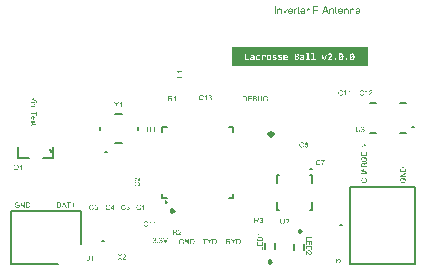
<source format=gto>
G04*
G04 #@! TF.GenerationSoftware,Altium Limited,Altium Designer,19.1.5 (86)*
G04*
G04 Layer_Color=65535*
%FSLAX25Y25*%
%MOIN*%
G70*
G01*
G75*
%ADD10C,0.00787*%
%ADD11C,0.00551*%
%ADD12C,0.00600*%
%ADD13C,0.01000*%
%ADD14C,0.01181*%
%ADD15C,0.00000*%
%ADD16C,0.00500*%
G36*
X122369Y67323D02*
X77165D01*
Y73622D01*
X122369D01*
Y67323D01*
D02*
G37*
G36*
X134200Y33561D02*
X134221D01*
X134269Y33559D01*
X134325Y33551D01*
X134384Y33543D01*
X134445Y33531D01*
X134506Y33515D01*
X134509D01*
X134514Y33513D01*
X134522Y33510D01*
X134532Y33508D01*
X134560Y33498D01*
X134596Y33482D01*
X134636Y33467D01*
X134677Y33446D01*
X134721Y33421D01*
X134761Y33395D01*
X134766Y33393D01*
X134779Y33383D01*
X134797Y33367D01*
X134820Y33347D01*
X134846Y33324D01*
X134871Y33296D01*
X134899Y33268D01*
X134922Y33235D01*
X134925Y33230D01*
X134932Y33220D01*
X134942Y33202D01*
X134955Y33176D01*
X134970Y33146D01*
X134983Y33110D01*
X134999Y33069D01*
X135011Y33023D01*
Y33018D01*
X135014Y33010D01*
X135016Y33003D01*
X135019Y32977D01*
X135024Y32942D01*
X135029Y32901D01*
X135034Y32852D01*
X135037Y32799D01*
X135039Y32740D01*
Y32105D01*
X133275D01*
Y32783D01*
X133277Y32829D01*
X133280Y32880D01*
X133285Y32931D01*
X133293Y32982D01*
X133300Y33026D01*
Y33028D01*
X133303Y33033D01*
Y33041D01*
X133308Y33051D01*
X133316Y33079D01*
X133328Y33115D01*
X133346Y33156D01*
X133369Y33199D01*
X133395Y33242D01*
X133428Y33283D01*
X133430Y33286D01*
X133433Y33288D01*
X133440Y33296D01*
X133448Y33306D01*
X133474Y33332D01*
X133509Y33362D01*
X133553Y33395D01*
X133604Y33431D01*
X133662Y33464D01*
X133729Y33492D01*
X133731D01*
X133736Y33495D01*
X133747Y33500D01*
X133762Y33503D01*
X133780Y33510D01*
X133800Y33515D01*
X133823Y33520D01*
X133851Y33528D01*
X133879Y33536D01*
X133912Y33541D01*
X133984Y33554D01*
X134063Y33561D01*
X134149Y33564D01*
X134152D01*
X134157D01*
X134170D01*
X134183D01*
X134200Y33561D01*
D02*
G37*
G36*
X135039Y31470D02*
X133655Y30547D01*
X135039D01*
Y30323D01*
X133275D01*
Y30562D01*
X134662Y31488D01*
X133275D01*
Y31712D01*
X135039D01*
Y31470D01*
D02*
G37*
G36*
X134797Y29978D02*
X134800Y29973D01*
X134807Y29963D01*
X134818Y29950D01*
X134828Y29935D01*
X134841Y29917D01*
X134856Y29894D01*
X134871Y29871D01*
X134904Y29818D01*
X134940Y29757D01*
X134973Y29693D01*
X135001Y29624D01*
Y29621D01*
X135004Y29616D01*
X135006Y29606D01*
X135011Y29593D01*
X135016Y29576D01*
X135024Y29555D01*
X135029Y29532D01*
X135034Y29509D01*
X135047Y29453D01*
X135060Y29389D01*
X135067Y29321D01*
X135070Y29249D01*
Y29224D01*
X135067Y29206D01*
Y29183D01*
X135065Y29155D01*
X135060Y29124D01*
X135057Y29091D01*
X135042Y29017D01*
X135024Y28938D01*
X134996Y28857D01*
X134981Y28816D01*
X134960Y28775D01*
X134958Y28772D01*
X134955Y28765D01*
X134948Y28754D01*
X134940Y28739D01*
X134927Y28721D01*
X134914Y28703D01*
X134879Y28655D01*
X134833Y28604D01*
X134777Y28550D01*
X134713Y28499D01*
X134639Y28454D01*
X134636D01*
X134629Y28449D01*
X134619Y28443D01*
X134601Y28436D01*
X134583Y28428D01*
X134557Y28420D01*
X134532Y28410D01*
X134501Y28400D01*
X134468Y28390D01*
X134430Y28380D01*
X134392Y28372D01*
X134351Y28364D01*
X134262Y28352D01*
X134167Y28346D01*
X134165D01*
X134154D01*
X134142D01*
X134124Y28349D01*
X134101D01*
X134073Y28352D01*
X134045Y28357D01*
X134012Y28359D01*
X133976Y28367D01*
X133938Y28372D01*
X133856Y28392D01*
X133772Y28418D01*
X133688Y28454D01*
X133685Y28456D01*
X133678Y28459D01*
X133668Y28464D01*
X133652Y28474D01*
X133632Y28484D01*
X133611Y28497D01*
X133563Y28533D01*
X133507Y28576D01*
X133453Y28629D01*
X133400Y28691D01*
X133377Y28726D01*
X133354Y28762D01*
X133351Y28765D01*
X133349Y28772D01*
X133344Y28782D01*
X133336Y28798D01*
X133328Y28818D01*
X133318Y28841D01*
X133308Y28867D01*
X133298Y28897D01*
X133288Y28930D01*
X133280Y28966D01*
X133270Y29004D01*
X133262Y29045D01*
X133249Y29134D01*
X133244Y29180D01*
Y29262D01*
X133247Y29277D01*
Y29298D01*
X133252Y29346D01*
X133259Y29400D01*
X133272Y29456D01*
X133288Y29517D01*
X133308Y29576D01*
Y29578D01*
X133310Y29583D01*
X133313Y29591D01*
X133318Y29601D01*
X133333Y29629D01*
X133351Y29665D01*
X133377Y29703D01*
X133407Y29744D01*
X133440Y29782D01*
X133481Y29818D01*
X133486Y29823D01*
X133502Y29833D01*
X133525Y29848D01*
X133558Y29869D01*
X133599Y29889D01*
X133650Y29912D01*
X133706Y29935D01*
X133770Y29953D01*
X133826Y29741D01*
X133823D01*
X133820Y29739D01*
X133813Y29736D01*
X133803Y29734D01*
X133780Y29726D01*
X133749Y29716D01*
X133713Y29700D01*
X133680Y29683D01*
X133644Y29665D01*
X133614Y29642D01*
X133611Y29639D01*
X133601Y29632D01*
X133588Y29616D01*
X133571Y29599D01*
X133550Y29576D01*
X133530Y29545D01*
X133509Y29512D01*
X133492Y29474D01*
X133489Y29469D01*
X133484Y29456D01*
X133476Y29433D01*
X133466Y29402D01*
X133458Y29366D01*
X133451Y29326D01*
X133446Y29280D01*
X133443Y29231D01*
Y29203D01*
X133446Y29190D01*
Y29175D01*
X133448Y29137D01*
X133456Y29094D01*
X133464Y29045D01*
X133476Y28999D01*
X133494Y28953D01*
X133497Y28948D01*
X133502Y28933D01*
X133514Y28913D01*
X133527Y28887D01*
X133548Y28857D01*
X133568Y28823D01*
X133593Y28793D01*
X133622Y28765D01*
X133624Y28762D01*
X133634Y28752D01*
X133652Y28739D01*
X133673Y28724D01*
X133698Y28706D01*
X133729Y28688D01*
X133762Y28670D01*
X133798Y28653D01*
X133800D01*
X133805Y28650D01*
X133813Y28647D01*
X133826Y28642D01*
X133841Y28637D01*
X133859Y28632D01*
X133879Y28624D01*
X133902Y28619D01*
X133956Y28607D01*
X134017Y28596D01*
X134081Y28589D01*
X134152Y28586D01*
X134154D01*
X134162D01*
X134175D01*
X134190Y28589D01*
X134211D01*
X134236Y28591D01*
X134262Y28594D01*
X134290Y28596D01*
X134353Y28607D01*
X134420Y28619D01*
X134486Y28640D01*
X134550Y28665D01*
X134552D01*
X134557Y28670D01*
X134565Y28673D01*
X134575Y28681D01*
X134603Y28698D01*
X134639Y28726D01*
X134677Y28760D01*
X134715Y28800D01*
X134751Y28849D01*
X134784Y28902D01*
Y28905D01*
X134787Y28910D01*
X134792Y28918D01*
X134797Y28930D01*
X134802Y28943D01*
X134807Y28961D01*
X134823Y29002D01*
X134835Y29053D01*
X134848Y29109D01*
X134858Y29170D01*
X134861Y29234D01*
Y29259D01*
X134858Y29275D01*
Y29290D01*
X134853Y29328D01*
X134848Y29374D01*
X134838Y29423D01*
X134823Y29476D01*
X134805Y29530D01*
Y29532D01*
X134802Y29537D01*
X134800Y29542D01*
X134795Y29553D01*
X134782Y29581D01*
X134766Y29611D01*
X134749Y29647D01*
X134728Y29685D01*
X134705Y29721D01*
X134680Y29752D01*
X134348D01*
Y29231D01*
X134139D01*
Y29981D01*
X134795D01*
X134797Y29978D01*
D02*
G37*
G36*
X122047Y41079D02*
Y40834D01*
X120283Y40150D01*
Y40405D01*
X121565Y40864D01*
X121568D01*
X121573Y40867D01*
X121581Y40870D01*
X121591Y40875D01*
X121606Y40877D01*
X121621Y40882D01*
X121660Y40895D01*
X121703Y40910D01*
X121751Y40926D01*
X121853Y40956D01*
X121851D01*
X121846Y40959D01*
X121838Y40961D01*
X121828Y40964D01*
X121800Y40971D01*
X121762Y40984D01*
X121718Y40997D01*
X121670Y41012D01*
X121619Y41030D01*
X121565Y41051D01*
X120283Y41530D01*
Y41767D01*
X122047Y41079D01*
D02*
G37*
G36*
X122537Y38733D02*
X122381D01*
Y40168D01*
X122537D01*
Y38733D01*
D02*
G37*
G36*
X122047Y37320D02*
X120283D01*
Y38598D01*
X120492D01*
Y37554D01*
X121030D01*
Y38531D01*
X121239D01*
Y37554D01*
X121838D01*
Y38638D01*
X122047D01*
Y37320D01*
D02*
G37*
G36*
X121805Y36971D02*
X121808Y36966D01*
X121815Y36955D01*
X121825Y36942D01*
X121836Y36927D01*
X121848Y36909D01*
X121864Y36886D01*
X121879Y36863D01*
X121912Y36810D01*
X121948Y36749D01*
X121981Y36685D01*
X122009Y36616D01*
Y36614D01*
X122011Y36608D01*
X122014Y36598D01*
X122019Y36586D01*
X122024Y36568D01*
X122032Y36547D01*
X122037Y36524D01*
X122042Y36501D01*
X122055Y36445D01*
X122068Y36382D01*
X122075Y36313D01*
X122078Y36241D01*
Y36216D01*
X122075Y36198D01*
Y36175D01*
X122073Y36147D01*
X122068Y36116D01*
X122065Y36083D01*
X122050Y36009D01*
X122032Y35930D01*
X122004Y35849D01*
X121989Y35808D01*
X121968Y35767D01*
X121966Y35764D01*
X121963Y35757D01*
X121955Y35747D01*
X121948Y35731D01*
X121935Y35713D01*
X121922Y35696D01*
X121887Y35647D01*
X121841Y35596D01*
X121785Y35543D01*
X121721Y35492D01*
X121647Y35446D01*
X121644D01*
X121637Y35441D01*
X121626Y35436D01*
X121609Y35428D01*
X121591Y35420D01*
X121565Y35412D01*
X121540Y35402D01*
X121509Y35392D01*
X121476Y35382D01*
X121438Y35372D01*
X121399Y35364D01*
X121359Y35356D01*
X121270Y35344D01*
X121175Y35339D01*
X121173D01*
X121162D01*
X121150D01*
X121132Y35341D01*
X121109D01*
X121081Y35344D01*
X121053Y35349D01*
X121020Y35351D01*
X120984Y35359D01*
X120946Y35364D01*
X120864Y35385D01*
X120780Y35410D01*
X120696Y35446D01*
X120693Y35448D01*
X120686Y35451D01*
X120675Y35456D01*
X120660Y35466D01*
X120640Y35476D01*
X120619Y35489D01*
X120571Y35525D01*
X120515Y35568D01*
X120461Y35622D01*
X120408Y35683D01*
X120385Y35719D01*
X120362Y35754D01*
X120359Y35757D01*
X120357Y35764D01*
X120352Y35775D01*
X120344Y35790D01*
X120336Y35810D01*
X120326Y35833D01*
X120316Y35859D01*
X120306Y35889D01*
X120295Y35923D01*
X120288Y35958D01*
X120278Y35996D01*
X120270Y36037D01*
X120257Y36127D01*
X120252Y36172D01*
Y36254D01*
X120255Y36269D01*
Y36290D01*
X120260Y36338D01*
X120267Y36392D01*
X120280Y36448D01*
X120295Y36509D01*
X120316Y36568D01*
Y36570D01*
X120318Y36575D01*
X120321Y36583D01*
X120326Y36593D01*
X120341Y36621D01*
X120359Y36657D01*
X120385Y36695D01*
X120415Y36736D01*
X120448Y36774D01*
X120489Y36810D01*
X120494Y36815D01*
X120510Y36825D01*
X120533Y36841D01*
X120566Y36861D01*
X120607Y36881D01*
X120658Y36904D01*
X120714Y36927D01*
X120777Y36945D01*
X120833Y36733D01*
X120831D01*
X120828Y36731D01*
X120821Y36728D01*
X120810Y36726D01*
X120788Y36718D01*
X120757Y36708D01*
X120721Y36693D01*
X120688Y36675D01*
X120652Y36657D01*
X120622Y36634D01*
X120619Y36631D01*
X120609Y36624D01*
X120596Y36608D01*
X120578Y36591D01*
X120558Y36568D01*
X120538Y36537D01*
X120517Y36504D01*
X120499Y36466D01*
X120497Y36461D01*
X120492Y36448D01*
X120484Y36425D01*
X120474Y36394D01*
X120466Y36359D01*
X120459Y36318D01*
X120454Y36272D01*
X120451Y36223D01*
Y36195D01*
X120454Y36183D01*
Y36167D01*
X120456Y36129D01*
X120464Y36086D01*
X120471Y36037D01*
X120484Y35991D01*
X120502Y35945D01*
X120504Y35940D01*
X120510Y35925D01*
X120522Y35905D01*
X120535Y35879D01*
X120555Y35849D01*
X120576Y35815D01*
X120601Y35785D01*
X120629Y35757D01*
X120632Y35754D01*
X120642Y35744D01*
X120660Y35731D01*
X120680Y35716D01*
X120706Y35698D01*
X120737Y35680D01*
X120770Y35662D01*
X120805Y35645D01*
X120808D01*
X120813Y35642D01*
X120821Y35640D01*
X120833Y35634D01*
X120849Y35629D01*
X120867Y35624D01*
X120887Y35616D01*
X120910Y35611D01*
X120964Y35599D01*
X121025Y35588D01*
X121088Y35581D01*
X121160Y35578D01*
X121162D01*
X121170D01*
X121183D01*
X121198Y35581D01*
X121219D01*
X121244Y35583D01*
X121270Y35586D01*
X121298Y35588D01*
X121361Y35599D01*
X121428Y35611D01*
X121494Y35632D01*
X121558Y35657D01*
X121560D01*
X121565Y35662D01*
X121573Y35665D01*
X121583Y35673D01*
X121611Y35691D01*
X121647Y35719D01*
X121685Y35752D01*
X121723Y35792D01*
X121759Y35841D01*
X121792Y35895D01*
Y35897D01*
X121795Y35902D01*
X121800Y35910D01*
X121805Y35923D01*
X121810Y35935D01*
X121815Y35953D01*
X121830Y35994D01*
X121843Y36045D01*
X121856Y36101D01*
X121866Y36162D01*
X121869Y36226D01*
Y36252D01*
X121866Y36267D01*
Y36282D01*
X121861Y36320D01*
X121856Y36366D01*
X121846Y36415D01*
X121830Y36468D01*
X121813Y36522D01*
Y36524D01*
X121810Y36529D01*
X121808Y36535D01*
X121802Y36545D01*
X121790Y36573D01*
X121774Y36603D01*
X121756Y36639D01*
X121736Y36677D01*
X121713Y36713D01*
X121688Y36744D01*
X121356D01*
Y36223D01*
X121147D01*
Y36973D01*
X121802D01*
X121805Y36971D01*
D02*
G37*
G36*
X122047Y34882D02*
X121680Y34650D01*
X121677D01*
X121672Y34645D01*
X121665Y34640D01*
X121654Y34632D01*
X121626Y34614D01*
X121591Y34591D01*
X121553Y34563D01*
X121512Y34535D01*
X121474Y34507D01*
X121438Y34482D01*
X121435Y34479D01*
X121425Y34472D01*
X121410Y34459D01*
X121392Y34441D01*
X121354Y34403D01*
X121336Y34382D01*
X121320Y34362D01*
X121318Y34359D01*
X121315Y34354D01*
X121310Y34344D01*
X121303Y34329D01*
X121295Y34313D01*
X121287Y34296D01*
X121275Y34255D01*
Y34252D01*
X121272Y34247D01*
Y34237D01*
X121270Y34224D01*
X121267Y34206D01*
Y34186D01*
X121264Y34158D01*
Y33857D01*
X122047D01*
Y33622D01*
X120283D01*
Y34441D01*
X120285Y34461D01*
Y34484D01*
X120288Y34538D01*
X120295Y34594D01*
X120303Y34655D01*
X120316Y34711D01*
X120323Y34739D01*
X120331Y34762D01*
Y34765D01*
X120334Y34767D01*
X120341Y34783D01*
X120352Y34806D01*
X120369Y34834D01*
X120392Y34864D01*
X120423Y34897D01*
X120459Y34928D01*
X120499Y34959D01*
X120502D01*
X120504Y34961D01*
X120520Y34971D01*
X120545Y34982D01*
X120578Y34997D01*
X120617Y35010D01*
X120663Y35022D01*
X120711Y35030D01*
X120765Y35033D01*
X120767D01*
X120772D01*
X120782D01*
X120795Y35030D01*
X120813D01*
X120831Y35028D01*
X120874Y35017D01*
X120925Y35002D01*
X120979Y34982D01*
X121032Y34951D01*
X121058Y34931D01*
X121083Y34910D01*
X121086Y34908D01*
X121088Y34905D01*
X121096Y34897D01*
X121104Y34887D01*
X121114Y34874D01*
X121124Y34859D01*
X121137Y34839D01*
X121152Y34818D01*
X121165Y34793D01*
X121178Y34765D01*
X121193Y34734D01*
X121206Y34701D01*
X121216Y34663D01*
X121229Y34625D01*
X121236Y34581D01*
X121244Y34535D01*
X121247Y34540D01*
X121252Y34551D01*
X121262Y34566D01*
X121272Y34586D01*
X121300Y34632D01*
X121318Y34655D01*
X121333Y34676D01*
X121338Y34681D01*
X121351Y34693D01*
X121371Y34714D01*
X121397Y34739D01*
X121433Y34767D01*
X121471Y34800D01*
X121517Y34834D01*
X121568Y34869D01*
X122047Y35173D01*
Y34882D01*
D02*
G37*
G36*
Y33166D02*
X121512Y32959D01*
Y32220D01*
X122047Y32029D01*
Y31781D01*
X120283Y32454D01*
Y32710D01*
X122047Y33431D01*
Y33166D01*
D02*
G37*
G36*
Y31350D02*
X121216D01*
Y30437D01*
X122047D01*
Y30203D01*
X120283D01*
Y30437D01*
X121007D01*
Y31350D01*
X120283D01*
Y31585D01*
X122047D01*
Y31350D01*
D02*
G37*
G36*
X121502Y29904D02*
X121517Y29899D01*
X121537Y29892D01*
X121560Y29884D01*
X121588Y29874D01*
X121619Y29861D01*
X121652Y29846D01*
X121723Y29810D01*
X121795Y29764D01*
X121830Y29736D01*
X121866Y29708D01*
X121897Y29678D01*
X121927Y29642D01*
X121930Y29639D01*
X121935Y29634D01*
X121940Y29621D01*
X121950Y29609D01*
X121963Y29588D01*
X121976Y29568D01*
X121989Y29540D01*
X122001Y29512D01*
X122017Y29479D01*
X122029Y29443D01*
X122042Y29405D01*
X122055Y29364D01*
X122065Y29321D01*
X122070Y29275D01*
X122075Y29226D01*
X122078Y29175D01*
Y29147D01*
X122075Y29127D01*
Y29104D01*
X122073Y29076D01*
X122068Y29045D01*
X122063Y29010D01*
X122050Y28936D01*
X122029Y28859D01*
X122001Y28782D01*
X121984Y28747D01*
X121963Y28711D01*
X121960Y28709D01*
X121958Y28703D01*
X121950Y28693D01*
X121940Y28683D01*
X121930Y28668D01*
X121915Y28650D01*
X121897Y28629D01*
X121876Y28609D01*
X121853Y28589D01*
X121830Y28566D01*
X121772Y28520D01*
X121703Y28477D01*
X121626Y28438D01*
X121624D01*
X121616Y28433D01*
X121604Y28431D01*
X121588Y28423D01*
X121568Y28418D01*
X121542Y28410D01*
X121514Y28400D01*
X121484Y28392D01*
X121450Y28385D01*
X121412Y28374D01*
X121333Y28362D01*
X121244Y28352D01*
X121152Y28346D01*
X121150D01*
X121139D01*
X121124D01*
X121106Y28349D01*
X121081D01*
X121055Y28352D01*
X121022Y28354D01*
X120989Y28359D01*
X120915Y28372D01*
X120833Y28390D01*
X120752Y28415D01*
X120673Y28451D01*
X120670Y28454D01*
X120663Y28456D01*
X120652Y28461D01*
X120640Y28471D01*
X120622Y28482D01*
X120601Y28494D01*
X120555Y28528D01*
X120504Y28571D01*
X120454Y28622D01*
X120403Y28681D01*
X120359Y28749D01*
X120357Y28752D01*
X120354Y28760D01*
X120349Y28770D01*
X120341Y28782D01*
X120334Y28803D01*
X120326Y28823D01*
X120316Y28849D01*
X120306Y28877D01*
X120295Y28907D01*
X120285Y28941D01*
X120270Y29012D01*
X120257Y29094D01*
X120252Y29178D01*
Y29203D01*
X120255Y29221D01*
X120257Y29244D01*
X120260Y29272D01*
X120262Y29300D01*
X120270Y29333D01*
X120285Y29402D01*
X120308Y29479D01*
X120323Y29517D01*
X120341Y29553D01*
X120364Y29588D01*
X120387Y29624D01*
X120390Y29627D01*
X120392Y29632D01*
X120400Y29642D01*
X120413Y29655D01*
X120425Y29667D01*
X120443Y29685D01*
X120464Y29703D01*
X120484Y29724D01*
X120510Y29744D01*
X120540Y29764D01*
X120571Y29787D01*
X120604Y29808D01*
X120642Y29825D01*
X120680Y29846D01*
X120721Y29861D01*
X120767Y29877D01*
X120821Y29647D01*
X120818D01*
X120813Y29644D01*
X120803Y29639D01*
X120790Y29634D01*
X120775Y29629D01*
X120754Y29621D01*
X120714Y29601D01*
X120668Y29576D01*
X120622Y29545D01*
X120578Y29507D01*
X120540Y29466D01*
X120535Y29461D01*
X120525Y29445D01*
X120512Y29420D01*
X120494Y29387D01*
X120479Y29344D01*
X120464Y29295D01*
X120454Y29236D01*
X120451Y29173D01*
Y29152D01*
X120454Y29140D01*
Y29122D01*
X120456Y29101D01*
X120464Y29053D01*
X120474Y28999D01*
X120492Y28943D01*
X120517Y28885D01*
X120550Y28831D01*
Y28828D01*
X120555Y28826D01*
X120568Y28808D01*
X120589Y28785D01*
X120619Y28757D01*
X120658Y28724D01*
X120701Y28693D01*
X120754Y28665D01*
X120813Y28640D01*
X120816D01*
X120821Y28637D01*
X120828Y28635D01*
X120841Y28632D01*
X120856Y28627D01*
X120874Y28622D01*
X120918Y28614D01*
X120969Y28604D01*
X121025Y28594D01*
X121086Y28589D01*
X121152Y28586D01*
X121155D01*
X121162D01*
X121175D01*
X121190D01*
X121208Y28589D01*
X121231D01*
X121257Y28591D01*
X121285Y28594D01*
X121346Y28602D01*
X121412Y28614D01*
X121479Y28629D01*
X121545Y28650D01*
X121547D01*
X121553Y28653D01*
X121560Y28658D01*
X121573Y28663D01*
X121604Y28678D01*
X121639Y28701D01*
X121680Y28729D01*
X121723Y28765D01*
X121762Y28806D01*
X121797Y28854D01*
Y28857D01*
X121800Y28862D01*
X121805Y28869D01*
X121810Y28879D01*
X121815Y28892D01*
X121823Y28907D01*
X121838Y28943D01*
X121853Y28989D01*
X121866Y29040D01*
X121876Y29096D01*
X121879Y29155D01*
Y29173D01*
X121876Y29188D01*
Y29206D01*
X121874Y29224D01*
X121864Y29270D01*
X121851Y29323D01*
X121830Y29377D01*
X121802Y29433D01*
X121787Y29461D01*
X121767Y29486D01*
X121764Y29489D01*
X121762Y29491D01*
X121754Y29499D01*
X121746Y29509D01*
X121734Y29520D01*
X121718Y29532D01*
X121703Y29548D01*
X121683Y29560D01*
X121660Y29576D01*
X121634Y29593D01*
X121609Y29609D01*
X121578Y29624D01*
X121545Y29637D01*
X121509Y29649D01*
X121471Y29662D01*
X121430Y29673D01*
X121489Y29907D01*
X121491D01*
X121502Y29904D01*
D02*
G37*
G36*
X24332Y21050D02*
X24811D01*
Y20849D01*
X24332D01*
Y20364D01*
X24128D01*
Y20849D01*
X23648D01*
Y21050D01*
X24128D01*
Y21530D01*
X24332D01*
Y21050D01*
D02*
G37*
G36*
X23462Y21634D02*
X22881D01*
Y20079D01*
X22646D01*
Y21634D01*
X22065D01*
Y21843D01*
X23462D01*
Y21634D01*
D02*
G37*
G36*
X22009Y20079D02*
X21743D01*
X21537Y20614D01*
X20797D01*
X20606Y20079D01*
X20359D01*
X21032Y21843D01*
X21287D01*
X22009Y20079D01*
D02*
G37*
G36*
X19609Y21841D02*
X19629D01*
X19675Y21836D01*
X19726Y21831D01*
X19780Y21820D01*
X19834Y21808D01*
X19882Y21790D01*
X19884D01*
X19887Y21787D01*
X19902Y21780D01*
X19925Y21767D01*
X19951Y21749D01*
X19981Y21726D01*
X20015Y21698D01*
X20045Y21662D01*
X20073Y21624D01*
X20076Y21619D01*
X20083Y21604D01*
X20096Y21583D01*
X20109Y21553D01*
X20122Y21517D01*
X20134Y21479D01*
X20142Y21435D01*
X20145Y21392D01*
Y21387D01*
Y21374D01*
X20142Y21351D01*
X20137Y21323D01*
X20129Y21290D01*
X20117Y21254D01*
X20101Y21219D01*
X20081Y21180D01*
X20078Y21175D01*
X20071Y21165D01*
X20055Y21145D01*
X20035Y21124D01*
X20009Y21099D01*
X19979Y21071D01*
X19941Y21045D01*
X19897Y21020D01*
X19900D01*
X19905Y21017D01*
X19913Y21015D01*
X19923Y21010D01*
X19953Y20999D01*
X19989Y20981D01*
X20027Y20958D01*
X20071Y20930D01*
X20109Y20897D01*
X20145Y20856D01*
X20147Y20851D01*
X20157Y20836D01*
X20173Y20813D01*
X20188Y20783D01*
X20203Y20742D01*
X20219Y20698D01*
X20229Y20647D01*
X20231Y20591D01*
Y20589D01*
Y20586D01*
Y20571D01*
X20229Y20545D01*
X20224Y20515D01*
X20219Y20479D01*
X20208Y20441D01*
X20196Y20400D01*
X20178Y20359D01*
X20175Y20354D01*
X20167Y20341D01*
X20157Y20324D01*
X20142Y20298D01*
X20122Y20272D01*
X20101Y20245D01*
X20076Y20216D01*
X20048Y20193D01*
X20045Y20191D01*
X20035Y20183D01*
X20017Y20173D01*
X19994Y20163D01*
X19966Y20148D01*
X19933Y20132D01*
X19897Y20120D01*
X19854Y20107D01*
X19849D01*
X19834Y20102D01*
X19808Y20099D01*
X19775Y20094D01*
X19734Y20089D01*
X19686Y20084D01*
X19632Y20081D01*
X19571Y20079D01*
X18898D01*
Y21843D01*
X19591D01*
X19609Y21841D01*
D02*
G37*
G36*
X5655Y21871D02*
X5676D01*
X5724Y21866D01*
X5778Y21859D01*
X5834Y21846D01*
X5895Y21831D01*
X5954Y21810D01*
X5956D01*
X5961Y21808D01*
X5969Y21805D01*
X5979Y21800D01*
X6007Y21785D01*
X6043Y21767D01*
X6081Y21741D01*
X6122Y21711D01*
X6160Y21678D01*
X6196Y21637D01*
X6201Y21632D01*
X6211Y21616D01*
X6226Y21593D01*
X6247Y21560D01*
X6267Y21520D01*
X6290Y21468D01*
X6313Y21412D01*
X6331Y21349D01*
X6119Y21293D01*
Y21295D01*
X6117Y21298D01*
X6114Y21305D01*
X6112Y21316D01*
X6104Y21338D01*
X6094Y21369D01*
X6078Y21405D01*
X6061Y21438D01*
X6043Y21474D01*
X6020Y21504D01*
X6017Y21507D01*
X6010Y21517D01*
X5994Y21530D01*
X5976Y21547D01*
X5954Y21568D01*
X5923Y21588D01*
X5890Y21609D01*
X5852Y21627D01*
X5846Y21629D01*
X5834Y21634D01*
X5811Y21642D01*
X5780Y21652D01*
X5744Y21660D01*
X5704Y21667D01*
X5658Y21673D01*
X5609Y21675D01*
X5581D01*
X5568Y21673D01*
X5553D01*
X5515Y21670D01*
X5472Y21662D01*
X5423Y21655D01*
X5377Y21642D01*
X5331Y21624D01*
X5326Y21621D01*
X5311Y21616D01*
X5291Y21604D01*
X5265Y21591D01*
X5234Y21571D01*
X5201Y21550D01*
X5171Y21525D01*
X5143Y21497D01*
X5140Y21494D01*
X5130Y21484D01*
X5117Y21466D01*
X5102Y21445D01*
X5084Y21420D01*
X5066Y21389D01*
X5048Y21356D01*
X5030Y21321D01*
Y21318D01*
X5028Y21313D01*
X5025Y21305D01*
X5020Y21293D01*
X5015Y21277D01*
X5010Y21259D01*
X5002Y21239D01*
X4997Y21216D01*
X4984Y21162D01*
X4974Y21101D01*
X4967Y21037D01*
X4964Y20966D01*
Y20964D01*
Y20956D01*
Y20943D01*
X4967Y20928D01*
Y20908D01*
X4969Y20882D01*
X4972Y20856D01*
X4974Y20828D01*
X4984Y20765D01*
X4997Y20698D01*
X5018Y20632D01*
X5043Y20568D01*
Y20566D01*
X5048Y20561D01*
X5051Y20553D01*
X5059Y20543D01*
X5076Y20515D01*
X5104Y20479D01*
X5138Y20441D01*
X5178Y20403D01*
X5227Y20367D01*
X5280Y20334D01*
X5283D01*
X5288Y20331D01*
X5296Y20326D01*
X5308Y20321D01*
X5321Y20316D01*
X5339Y20311D01*
X5380Y20295D01*
X5431Y20283D01*
X5487Y20270D01*
X5548Y20260D01*
X5612Y20257D01*
X5637D01*
X5653Y20260D01*
X5668D01*
X5706Y20265D01*
X5752Y20270D01*
X5801Y20280D01*
X5854Y20295D01*
X5908Y20313D01*
X5910D01*
X5915Y20316D01*
X5920Y20318D01*
X5931Y20324D01*
X5959Y20336D01*
X5989Y20352D01*
X6025Y20369D01*
X6063Y20390D01*
X6099Y20413D01*
X6129Y20438D01*
Y20770D01*
X5609D01*
Y20979D01*
X6359D01*
Y20324D01*
X6356Y20321D01*
X6351Y20318D01*
X6341Y20311D01*
X6328Y20301D01*
X6313Y20290D01*
X6295Y20278D01*
X6272Y20262D01*
X6249Y20247D01*
X6196Y20214D01*
X6135Y20178D01*
X6071Y20145D01*
X6002Y20117D01*
X5999D01*
X5994Y20114D01*
X5984Y20112D01*
X5971Y20107D01*
X5954Y20102D01*
X5933Y20094D01*
X5910Y20089D01*
X5887Y20084D01*
X5831Y20071D01*
X5767Y20058D01*
X5698Y20051D01*
X5627Y20048D01*
X5602D01*
X5584Y20051D01*
X5561D01*
X5533Y20053D01*
X5502Y20058D01*
X5469Y20061D01*
X5395Y20076D01*
X5316Y20094D01*
X5234Y20122D01*
X5194Y20137D01*
X5153Y20158D01*
X5150Y20160D01*
X5143Y20163D01*
X5132Y20170D01*
X5117Y20178D01*
X5099Y20191D01*
X5081Y20204D01*
X5033Y20239D01*
X4982Y20285D01*
X4928Y20341D01*
X4877Y20405D01*
X4831Y20479D01*
Y20482D01*
X4826Y20489D01*
X4821Y20500D01*
X4814Y20517D01*
X4806Y20535D01*
X4798Y20561D01*
X4788Y20586D01*
X4778Y20617D01*
X4768Y20650D01*
X4758Y20688D01*
X4750Y20726D01*
X4742Y20767D01*
X4730Y20856D01*
X4724Y20951D01*
Y20953D01*
Y20964D01*
Y20976D01*
X4727Y20994D01*
Y21017D01*
X4730Y21045D01*
X4735Y21073D01*
X4737Y21106D01*
X4745Y21142D01*
X4750Y21180D01*
X4770Y21262D01*
X4796Y21346D01*
X4831Y21430D01*
X4834Y21433D01*
X4837Y21440D01*
X4842Y21451D01*
X4852Y21466D01*
X4862Y21486D01*
X4875Y21507D01*
X4911Y21555D01*
X4954Y21611D01*
X5007Y21665D01*
X5069Y21718D01*
X5104Y21741D01*
X5140Y21764D01*
X5143Y21767D01*
X5150Y21769D01*
X5161Y21775D01*
X5176Y21782D01*
X5196Y21790D01*
X5219Y21800D01*
X5245Y21810D01*
X5275Y21820D01*
X5308Y21831D01*
X5344Y21838D01*
X5382Y21848D01*
X5423Y21856D01*
X5512Y21869D01*
X5558Y21874D01*
X5640D01*
X5655Y21871D01*
D02*
G37*
G36*
X8090Y20079D02*
X7848D01*
X6925Y21463D01*
Y20079D01*
X6701D01*
Y21843D01*
X6940D01*
X7866Y20456D01*
Y21843D01*
X8090D01*
Y20079D01*
D02*
G37*
G36*
X9207Y21841D02*
X9258Y21838D01*
X9309Y21833D01*
X9360Y21825D01*
X9404Y21818D01*
X9406D01*
X9411Y21815D01*
X9419D01*
X9429Y21810D01*
X9457Y21802D01*
X9493Y21790D01*
X9534Y21772D01*
X9577Y21749D01*
X9620Y21723D01*
X9661Y21690D01*
X9664Y21688D01*
X9666Y21685D01*
X9674Y21678D01*
X9684Y21670D01*
X9710Y21644D01*
X9740Y21609D01*
X9773Y21565D01*
X9809Y21514D01*
X9842Y21456D01*
X9870Y21389D01*
Y21387D01*
X9873Y21382D01*
X9878Y21372D01*
X9881Y21356D01*
X9888Y21338D01*
X9893Y21318D01*
X9898Y21295D01*
X9906Y21267D01*
X9914Y21239D01*
X9919Y21206D01*
X9932Y21134D01*
X9939Y21055D01*
X9942Y20969D01*
Y20966D01*
Y20961D01*
Y20948D01*
Y20935D01*
X9939Y20918D01*
Y20897D01*
X9937Y20849D01*
X9929Y20793D01*
X9921Y20734D01*
X9909Y20673D01*
X9893Y20612D01*
Y20609D01*
X9891Y20604D01*
X9888Y20596D01*
X9886Y20586D01*
X9875Y20558D01*
X9860Y20522D01*
X9845Y20482D01*
X9824Y20441D01*
X9799Y20398D01*
X9773Y20357D01*
X9771Y20352D01*
X9761Y20339D01*
X9745Y20321D01*
X9725Y20298D01*
X9702Y20272D01*
X9674Y20247D01*
X9646Y20219D01*
X9613Y20196D01*
X9608Y20193D01*
X9597Y20186D01*
X9580Y20176D01*
X9554Y20163D01*
X9523Y20148D01*
X9488Y20135D01*
X9447Y20120D01*
X9401Y20107D01*
X9396D01*
X9388Y20104D01*
X9381Y20102D01*
X9355Y20099D01*
X9319Y20094D01*
X9279Y20089D01*
X9230Y20084D01*
X9177Y20081D01*
X9118Y20079D01*
X8483D01*
Y21843D01*
X9161D01*
X9207Y21841D01*
D02*
G37*
G36*
X117408Y86509D02*
X117448Y86506D01*
X117496Y86498D01*
X117547Y86488D01*
X117601Y86473D01*
X117652Y86451D01*
X117659Y86448D01*
X117674Y86440D01*
X117700Y86429D01*
X117729Y86411D01*
X117765Y86389D01*
X117798Y86360D01*
X117831Y86331D01*
X117860Y86295D01*
X117863Y86291D01*
X117870Y86276D01*
X117882Y86258D01*
X117900Y86233D01*
X117914Y86196D01*
X117929Y86160D01*
X117947Y86116D01*
X117958Y86069D01*
Y86065D01*
X117962Y86051D01*
X117965Y86029D01*
X117969Y86000D01*
Y85956D01*
X117973Y85905D01*
X117976Y85843D01*
Y85767D01*
Y84646D01*
X117667D01*
Y85752D01*
Y85756D01*
Y85760D01*
Y85785D01*
Y85818D01*
X117663Y85858D01*
X117659Y85905D01*
X117652Y85952D01*
X117641Y85996D01*
X117630Y86036D01*
Y86040D01*
X117623Y86051D01*
X117612Y86069D01*
X117601Y86091D01*
X117583Y86113D01*
X117561Y86138D01*
X117532Y86164D01*
X117499Y86185D01*
X117496Y86189D01*
X117485Y86196D01*
X117463Y86204D01*
X117437Y86215D01*
X117408Y86225D01*
X117372Y86236D01*
X117328Y86240D01*
X117285Y86244D01*
X117266D01*
X117252Y86240D01*
X117215Y86236D01*
X117168Y86229D01*
X117117Y86211D01*
X117059Y86189D01*
X117001Y86160D01*
X116946Y86116D01*
X116939Y86109D01*
X116924Y86091D01*
X116913Y86076D01*
X116902Y86058D01*
X116888Y86036D01*
X116877Y86011D01*
X116862Y85982D01*
X116848Y85945D01*
X116837Y85905D01*
X116826Y85861D01*
X116819Y85814D01*
X116811Y85763D01*
X116804Y85701D01*
Y85639D01*
Y84646D01*
X116495D01*
Y86473D01*
X116771D01*
Y86211D01*
X116775Y86215D01*
X116782Y86225D01*
X116793Y86240D01*
X116808Y86258D01*
X116830Y86280D01*
X116855Y86305D01*
X116884Y86335D01*
X116920Y86364D01*
X116957Y86389D01*
X117001Y86418D01*
X117048Y86444D01*
X117099Y86466D01*
X117157Y86484D01*
X117215Y86498D01*
X117281Y86509D01*
X117350Y86513D01*
X117379D01*
X117408Y86509D01*
D02*
G37*
G36*
X115450D02*
X115490Y86506D01*
X115537Y86498D01*
X115588Y86488D01*
X115643Y86473D01*
X115694Y86451D01*
X115701Y86448D01*
X115716Y86440D01*
X115741Y86429D01*
X115770Y86411D01*
X115807Y86389D01*
X115839Y86360D01*
X115872Y86331D01*
X115901Y86295D01*
X115905Y86291D01*
X115912Y86276D01*
X115923Y86258D01*
X115941Y86233D01*
X115956Y86196D01*
X115971Y86160D01*
X115989Y86116D01*
X116000Y86069D01*
Y86065D01*
X116003Y86051D01*
X116007Y86029D01*
X116010Y86000D01*
Y85956D01*
X116014Y85905D01*
X116018Y85843D01*
Y85767D01*
Y84646D01*
X115708D01*
Y85752D01*
Y85756D01*
Y85760D01*
Y85785D01*
Y85818D01*
X115705Y85858D01*
X115701Y85905D01*
X115694Y85952D01*
X115683Y85996D01*
X115672Y86036D01*
Y86040D01*
X115665Y86051D01*
X115654Y86069D01*
X115643Y86091D01*
X115625Y86113D01*
X115603Y86138D01*
X115574Y86164D01*
X115541Y86185D01*
X115537Y86189D01*
X115526Y86196D01*
X115505Y86204D01*
X115479Y86215D01*
X115450Y86225D01*
X115413Y86236D01*
X115370Y86240D01*
X115326Y86244D01*
X115308D01*
X115293Y86240D01*
X115257Y86236D01*
X115210Y86229D01*
X115159Y86211D01*
X115101Y86189D01*
X115042Y86160D01*
X114988Y86116D01*
X114980Y86109D01*
X114966Y86091D01*
X114955Y86076D01*
X114944Y86058D01*
X114929Y86036D01*
X114918Y86011D01*
X114904Y85982D01*
X114889Y85945D01*
X114878Y85905D01*
X114867Y85861D01*
X114860Y85814D01*
X114853Y85763D01*
X114846Y85701D01*
Y85639D01*
Y84646D01*
X114536D01*
Y86473D01*
X114813D01*
Y86211D01*
X114817Y86215D01*
X114824Y86225D01*
X114835Y86240D01*
X114849Y86258D01*
X114871Y86280D01*
X114897Y86305D01*
X114926Y86335D01*
X114962Y86364D01*
X114999Y86389D01*
X115042Y86418D01*
X115090Y86444D01*
X115140Y86466D01*
X115199Y86484D01*
X115257Y86498D01*
X115322Y86509D01*
X115392Y86513D01*
X115421D01*
X115450Y86509D01*
D02*
G37*
G36*
X110554D02*
X110594Y86506D01*
X110642Y86498D01*
X110693Y86488D01*
X110747Y86473D01*
X110798Y86451D01*
X110805Y86448D01*
X110820Y86440D01*
X110845Y86429D01*
X110874Y86411D01*
X110911Y86389D01*
X110944Y86360D01*
X110976Y86331D01*
X111005Y86295D01*
X111009Y86291D01*
X111016Y86276D01*
X111027Y86258D01*
X111046Y86233D01*
X111060Y86196D01*
X111075Y86160D01*
X111093Y86116D01*
X111104Y86069D01*
Y86065D01*
X111107Y86051D01*
X111111Y86029D01*
X111115Y86000D01*
Y85956D01*
X111118Y85905D01*
X111122Y85843D01*
Y85767D01*
Y84646D01*
X110813D01*
Y85752D01*
Y85756D01*
Y85760D01*
Y85785D01*
Y85818D01*
X110809Y85858D01*
X110805Y85905D01*
X110798Y85952D01*
X110787Y85996D01*
X110776Y86036D01*
Y86040D01*
X110769Y86051D01*
X110758Y86069D01*
X110747Y86091D01*
X110729Y86113D01*
X110707Y86138D01*
X110678Y86164D01*
X110645Y86185D01*
X110642Y86189D01*
X110631Y86196D01*
X110609Y86204D01*
X110583Y86215D01*
X110554Y86225D01*
X110518Y86236D01*
X110474Y86240D01*
X110430Y86244D01*
X110412D01*
X110398Y86240D01*
X110361Y86236D01*
X110314Y86229D01*
X110263Y86211D01*
X110205Y86189D01*
X110146Y86160D01*
X110092Y86116D01*
X110085Y86109D01*
X110070Y86091D01*
X110059Y86076D01*
X110048Y86058D01*
X110034Y86036D01*
X110023Y86011D01*
X110008Y85982D01*
X109994Y85945D01*
X109983Y85905D01*
X109972Y85861D01*
X109965Y85814D01*
X109957Y85763D01*
X109950Y85701D01*
Y85639D01*
Y84646D01*
X109641D01*
Y86473D01*
X109917D01*
Y86211D01*
X109921Y86215D01*
X109928Y86225D01*
X109939Y86240D01*
X109953Y86258D01*
X109975Y86280D01*
X110001Y86305D01*
X110030Y86335D01*
X110066Y86364D01*
X110103Y86389D01*
X110146Y86418D01*
X110194Y86444D01*
X110245Y86466D01*
X110303Y86484D01*
X110361Y86498D01*
X110427Y86509D01*
X110496Y86513D01*
X110525D01*
X110554Y86509D01*
D02*
G37*
G36*
X93137D02*
X93177Y86506D01*
X93224Y86498D01*
X93275Y86488D01*
X93330Y86473D01*
X93381Y86451D01*
X93388Y86448D01*
X93402Y86440D01*
X93428Y86429D01*
X93457Y86411D01*
X93493Y86389D01*
X93526Y86360D01*
X93559Y86331D01*
X93588Y86295D01*
X93592Y86291D01*
X93599Y86276D01*
X93610Y86258D01*
X93628Y86233D01*
X93643Y86196D01*
X93657Y86160D01*
X93676Y86116D01*
X93686Y86069D01*
Y86065D01*
X93690Y86051D01*
X93694Y86029D01*
X93697Y86000D01*
Y85956D01*
X93701Y85905D01*
X93705Y85843D01*
Y85767D01*
Y84646D01*
X93395D01*
Y85752D01*
Y85756D01*
Y85760D01*
Y85785D01*
Y85818D01*
X93392Y85858D01*
X93388Y85905D01*
X93381Y85952D01*
X93370Y85996D01*
X93359Y86036D01*
Y86040D01*
X93352Y86051D01*
X93341Y86069D01*
X93330Y86091D01*
X93312Y86113D01*
X93290Y86138D01*
X93261Y86164D01*
X93228Y86185D01*
X93224Y86189D01*
X93213Y86196D01*
X93191Y86204D01*
X93166Y86215D01*
X93137Y86225D01*
X93100Y86236D01*
X93057Y86240D01*
X93013Y86244D01*
X92995D01*
X92980Y86240D01*
X92944Y86236D01*
X92896Y86229D01*
X92845Y86211D01*
X92787Y86189D01*
X92729Y86160D01*
X92674Y86116D01*
X92667Y86109D01*
X92653Y86091D01*
X92642Y86076D01*
X92631Y86058D01*
X92616Y86036D01*
X92605Y86011D01*
X92591Y85982D01*
X92576Y85945D01*
X92565Y85905D01*
X92554Y85861D01*
X92547Y85814D01*
X92540Y85763D01*
X92532Y85701D01*
Y85639D01*
Y84646D01*
X92223D01*
Y86473D01*
X92500D01*
Y86211D01*
X92503Y86215D01*
X92511Y86225D01*
X92522Y86240D01*
X92536Y86258D01*
X92558Y86280D01*
X92584Y86305D01*
X92613Y86335D01*
X92649Y86364D01*
X92685Y86389D01*
X92729Y86418D01*
X92776Y86444D01*
X92827Y86466D01*
X92886Y86484D01*
X92944Y86498D01*
X93009Y86509D01*
X93079Y86513D01*
X93108D01*
X93137Y86509D01*
D02*
G37*
G36*
X102739D02*
X102779Y86502D01*
X102826Y86488D01*
X102877Y86469D01*
X102936Y86444D01*
X102998Y86411D01*
X102885Y86127D01*
X102881Y86131D01*
X102866Y86138D01*
X102845Y86149D01*
X102815Y86160D01*
X102783Y86171D01*
X102743Y86182D01*
X102703Y86189D01*
X102663Y86193D01*
X102644D01*
X102626Y86189D01*
X102601Y86185D01*
X102575Y86178D01*
X102542Y86167D01*
X102510Y86153D01*
X102481Y86131D01*
X102477Y86127D01*
X102466Y86120D01*
X102455Y86105D01*
X102437Y86087D01*
X102419Y86062D01*
X102401Y86032D01*
X102382Y86000D01*
X102368Y85960D01*
X102364Y85952D01*
X102360Y85931D01*
X102353Y85898D01*
X102342Y85854D01*
X102331Y85799D01*
X102324Y85738D01*
X102321Y85672D01*
X102317Y85599D01*
Y84646D01*
X102007D01*
Y86473D01*
X102288D01*
Y86196D01*
X102291Y86200D01*
X102306Y86225D01*
X102324Y86258D01*
X102353Y86298D01*
X102382Y86338D01*
X102415Y86382D01*
X102448Y86418D01*
X102481Y86448D01*
X102484Y86451D01*
X102495Y86458D01*
X102517Y86469D01*
X102539Y86480D01*
X102568Y86491D01*
X102604Y86502D01*
X102641Y86509D01*
X102681Y86513D01*
X102706D01*
X102739Y86509D01*
D02*
G37*
G36*
X98629D02*
X98669Y86502D01*
X98717Y86488D01*
X98768Y86469D01*
X98826Y86444D01*
X98888Y86411D01*
X98775Y86127D01*
X98772Y86131D01*
X98757Y86138D01*
X98735Y86149D01*
X98706Y86160D01*
X98673Y86171D01*
X98633Y86182D01*
X98593Y86189D01*
X98553Y86193D01*
X98535D01*
X98517Y86189D01*
X98491Y86185D01*
X98466Y86178D01*
X98433Y86167D01*
X98400Y86153D01*
X98371Y86131D01*
X98367Y86127D01*
X98356Y86120D01*
X98346Y86105D01*
X98327Y86087D01*
X98309Y86062D01*
X98291Y86032D01*
X98273Y86000D01*
X98258Y85960D01*
X98255Y85952D01*
X98251Y85931D01*
X98244Y85898D01*
X98233Y85854D01*
X98222Y85799D01*
X98215Y85738D01*
X98211Y85672D01*
X98207Y85599D01*
Y84646D01*
X97898D01*
Y86473D01*
X98178D01*
Y86196D01*
X98182Y86200D01*
X98196Y86225D01*
X98215Y86258D01*
X98244Y86298D01*
X98273Y86338D01*
X98305Y86382D01*
X98338Y86418D01*
X98371Y86448D01*
X98375Y86451D01*
X98386Y86458D01*
X98408Y86469D01*
X98429Y86480D01*
X98458Y86491D01*
X98495Y86502D01*
X98531Y86509D01*
X98571Y86513D01*
X98597D01*
X98629Y86509D01*
D02*
G37*
G36*
X94971Y84646D02*
X94677D01*
X93989Y86473D01*
X94316D01*
X94709Y85377D01*
Y85374D01*
X94713Y85370D01*
X94717Y85359D01*
X94720Y85348D01*
X94731Y85312D01*
X94746Y85264D01*
X94764Y85210D01*
X94786Y85148D01*
X94804Y85079D01*
X94826Y85010D01*
X94829Y85017D01*
X94833Y85035D01*
X94844Y85064D01*
X94855Y85108D01*
X94873Y85155D01*
X94891Y85217D01*
X94917Y85283D01*
X94942Y85356D01*
X95346Y86473D01*
X95666D01*
X94971Y84646D01*
D02*
G37*
G36*
X119305Y86509D02*
X119359Y86506D01*
X119421Y86498D01*
X119483Y86488D01*
X119545Y86473D01*
X119603Y86455D01*
X119611Y86451D01*
X119629Y86444D01*
X119654Y86433D01*
X119687Y86418D01*
X119723Y86396D01*
X119760Y86375D01*
X119792Y86346D01*
X119822Y86316D01*
X119825Y86313D01*
X119833Y86302D01*
X119843Y86284D01*
X119858Y86262D01*
X119876Y86229D01*
X119891Y86196D01*
X119905Y86156D01*
X119916Y86109D01*
Y86105D01*
X119920Y86094D01*
X119923Y86073D01*
X119927Y86043D01*
Y86003D01*
X119931Y85956D01*
X119934Y85894D01*
Y85825D01*
Y85410D01*
Y85406D01*
Y85392D01*
Y85370D01*
Y85341D01*
Y85308D01*
Y85268D01*
X119938Y85181D01*
Y85090D01*
X119942Y84999D01*
X119945Y84959D01*
Y84922D01*
X119949Y84890D01*
X119953Y84864D01*
Y84860D01*
X119956Y84846D01*
X119960Y84824D01*
X119971Y84795D01*
X119978Y84762D01*
X119993Y84726D01*
X120011Y84686D01*
X120029Y84646D01*
X119705D01*
X119702Y84649D01*
X119698Y84664D01*
X119691Y84682D01*
X119680Y84711D01*
X119669Y84744D01*
X119661Y84784D01*
X119654Y84828D01*
X119647Y84875D01*
X119643D01*
X119640Y84868D01*
X119618Y84850D01*
X119585Y84824D01*
X119541Y84791D01*
X119487Y84759D01*
X119432Y84722D01*
X119374Y84689D01*
X119312Y84664D01*
X119305Y84660D01*
X119283Y84657D01*
X119250Y84646D01*
X119210Y84635D01*
X119159Y84624D01*
X119101Y84617D01*
X119035Y84609D01*
X118970Y84606D01*
X118941D01*
X118919Y84609D01*
X118893D01*
X118864Y84613D01*
X118799Y84624D01*
X118726Y84642D01*
X118646Y84667D01*
X118573Y84704D01*
X118508Y84751D01*
X118500Y84759D01*
X118482Y84777D01*
X118457Y84809D01*
X118428Y84853D01*
X118398Y84908D01*
X118373Y84970D01*
X118355Y85046D01*
X118351Y85083D01*
X118347Y85126D01*
Y85133D01*
Y85148D01*
X118351Y85173D01*
X118355Y85206D01*
X118362Y85246D01*
X118373Y85286D01*
X118387Y85330D01*
X118406Y85370D01*
X118409Y85374D01*
X118417Y85388D01*
X118431Y85410D01*
X118449Y85436D01*
X118471Y85465D01*
X118500Y85494D01*
X118529Y85523D01*
X118566Y85548D01*
X118569Y85552D01*
X118584Y85559D01*
X118602Y85574D01*
X118631Y85588D01*
X118664Y85603D01*
X118704Y85621D01*
X118744Y85636D01*
X118791Y85650D01*
X118795D01*
X118810Y85654D01*
X118832Y85661D01*
X118861Y85665D01*
X118897Y85672D01*
X118944Y85679D01*
X118999Y85690D01*
X119064Y85698D01*
X119068D01*
X119083Y85701D01*
X119101D01*
X119126Y85705D01*
X119156Y85709D01*
X119192Y85716D01*
X119232Y85720D01*
X119276Y85727D01*
X119363Y85745D01*
X119458Y85763D01*
X119541Y85785D01*
X119581Y85796D01*
X119618Y85807D01*
Y85811D01*
Y85818D01*
X119621Y85840D01*
Y85865D01*
Y85880D01*
Y85887D01*
Y85891D01*
Y85894D01*
Y85916D01*
X119618Y85952D01*
X119611Y85992D01*
X119599Y86036D01*
X119581Y86080D01*
X119560Y86120D01*
X119530Y86153D01*
X119527Y86156D01*
X119509Y86171D01*
X119479Y86185D01*
X119443Y86207D01*
X119392Y86225D01*
X119334Y86244D01*
X119261Y86255D01*
X119177Y86258D01*
X119141D01*
X119105Y86255D01*
X119053Y86247D01*
X119003Y86240D01*
X118948Y86225D01*
X118897Y86207D01*
X118853Y86182D01*
X118850Y86178D01*
X118835Y86167D01*
X118817Y86149D01*
X118795Y86120D01*
X118773Y86084D01*
X118748Y86036D01*
X118726Y85978D01*
X118704Y85912D01*
X118402Y85952D01*
Y85956D01*
X118406Y85960D01*
Y85971D01*
X118409Y85985D01*
X118420Y86018D01*
X118435Y86065D01*
X118453Y86113D01*
X118475Y86164D01*
X118504Y86215D01*
X118537Y86262D01*
X118540Y86265D01*
X118555Y86280D01*
X118577Y86302D01*
X118606Y86331D01*
X118646Y86360D01*
X118693Y86389D01*
X118748Y86422D01*
X118810Y86448D01*
X118813D01*
X118817Y86451D01*
X118828Y86455D01*
X118842Y86458D01*
X118879Y86469D01*
X118930Y86480D01*
X118988Y86491D01*
X119061Y86502D01*
X119137Y86509D01*
X119225Y86513D01*
X119265D01*
X119305Y86509D01*
D02*
G37*
G36*
X109411Y84646D02*
X109033D01*
X108738Y85410D01*
X107682D01*
X107409Y84646D01*
X107056D01*
X108017Y87164D01*
X108381D01*
X109411Y84646D01*
D02*
G37*
G36*
X105920Y86866D02*
X104552D01*
Y86087D01*
X105735D01*
Y85789D01*
X104552D01*
Y84646D01*
X104217D01*
Y87164D01*
X105920D01*
Y86866D01*
D02*
G37*
G36*
X91673Y84646D02*
X91339D01*
Y87164D01*
X91673D01*
Y84646D01*
D02*
G37*
G36*
X111959Y86473D02*
X112272D01*
Y86233D01*
X111959D01*
Y85159D01*
Y85152D01*
Y85137D01*
Y85115D01*
X111963Y85090D01*
X111967Y85031D01*
X111970Y85006D01*
X111974Y84988D01*
X111977Y84981D01*
X111988Y84966D01*
X112003Y84948D01*
X112028Y84930D01*
X112036Y84926D01*
X112054Y84919D01*
X112087Y84911D01*
X112134Y84908D01*
X112170D01*
X112188Y84911D01*
X112214D01*
X112243Y84915D01*
X112272Y84919D01*
X112312Y84646D01*
X112305D01*
X112290Y84642D01*
X112265Y84638D01*
X112232Y84635D01*
X112196Y84627D01*
X112156Y84624D01*
X112076Y84620D01*
X112047D01*
X112017Y84624D01*
X111981Y84627D01*
X111937Y84631D01*
X111894Y84642D01*
X111854Y84653D01*
X111814Y84671D01*
X111810Y84675D01*
X111799Y84682D01*
X111785Y84693D01*
X111763Y84711D01*
X111744Y84729D01*
X111723Y84755D01*
X111701Y84780D01*
X111686Y84813D01*
Y84817D01*
X111679Y84831D01*
X111675Y84857D01*
X111668Y84893D01*
X111661Y84940D01*
X111657Y84970D01*
Y85002D01*
X111653Y85042D01*
X111650Y85083D01*
Y85126D01*
Y85177D01*
Y86233D01*
X111421D01*
Y86473D01*
X111650D01*
Y86924D01*
X111959Y87110D01*
Y86473D01*
D02*
G37*
G36*
X99434D02*
X99747D01*
Y86233D01*
X99434D01*
Y85159D01*
Y85152D01*
Y85137D01*
Y85115D01*
X99438Y85090D01*
X99441Y85031D01*
X99445Y85006D01*
X99449Y84988D01*
X99452Y84981D01*
X99463Y84966D01*
X99478Y84948D01*
X99503Y84930D01*
X99510Y84926D01*
X99529Y84919D01*
X99561Y84911D01*
X99609Y84908D01*
X99645D01*
X99663Y84911D01*
X99689D01*
X99718Y84915D01*
X99747Y84919D01*
X99787Y84646D01*
X99780D01*
X99765Y84642D01*
X99740Y84638D01*
X99707Y84635D01*
X99670Y84627D01*
X99630Y84624D01*
X99550Y84620D01*
X99521D01*
X99492Y84624D01*
X99456Y84627D01*
X99412Y84631D01*
X99368Y84642D01*
X99328Y84653D01*
X99288Y84671D01*
X99285Y84675D01*
X99274Y84682D01*
X99259Y84693D01*
X99237Y84711D01*
X99219Y84729D01*
X99197Y84755D01*
X99176Y84780D01*
X99161Y84813D01*
Y84817D01*
X99154Y84831D01*
X99150Y84857D01*
X99143Y84893D01*
X99136Y84940D01*
X99132Y84970D01*
Y85002D01*
X99128Y85042D01*
X99124Y85083D01*
Y85126D01*
Y85177D01*
Y86233D01*
X98895D01*
Y86473D01*
X99124D01*
Y86924D01*
X99434Y87110D01*
Y86473D01*
D02*
G37*
G36*
X113386Y86509D02*
X113415Y86506D01*
X113452Y86498D01*
X113492Y86491D01*
X113539Y86480D01*
X113583Y86469D01*
X113634Y86451D01*
X113681Y86433D01*
X113732Y86407D01*
X113783Y86378D01*
X113834Y86346D01*
X113881Y86305D01*
X113925Y86262D01*
X113928Y86258D01*
X113936Y86251D01*
X113947Y86236D01*
X113961Y86215D01*
X113979Y86189D01*
X113998Y86160D01*
X114019Y86124D01*
X114041Y86080D01*
X114063Y86032D01*
X114085Y85982D01*
X114103Y85923D01*
X114121Y85861D01*
X114136Y85792D01*
X114147Y85720D01*
X114154Y85643D01*
X114158Y85559D01*
Y85556D01*
Y85541D01*
Y85516D01*
X114154Y85479D01*
X112789D01*
Y85476D01*
Y85465D01*
X112793Y85450D01*
Y85428D01*
X112796Y85403D01*
X112804Y85374D01*
X112815Y85308D01*
X112836Y85235D01*
X112865Y85155D01*
X112906Y85083D01*
X112957Y85017D01*
X112960D01*
X112964Y85010D01*
X112986Y84992D01*
X113018Y84966D01*
X113062Y84940D01*
X113120Y84911D01*
X113186Y84886D01*
X113259Y84868D01*
X113299Y84864D01*
X113342Y84860D01*
X113372D01*
X113404Y84864D01*
X113444Y84871D01*
X113488Y84882D01*
X113539Y84897D01*
X113586Y84919D01*
X113634Y84948D01*
X113637Y84951D01*
X113655Y84966D01*
X113677Y84988D01*
X113703Y85017D01*
X113732Y85057D01*
X113765Y85108D01*
X113797Y85166D01*
X113827Y85235D01*
X114147Y85195D01*
Y85192D01*
X114143Y85184D01*
X114139Y85170D01*
X114132Y85148D01*
X114121Y85126D01*
X114110Y85097D01*
X114081Y85035D01*
X114045Y84966D01*
X113994Y84893D01*
X113936Y84824D01*
X113863Y84759D01*
X113859D01*
X113852Y84751D01*
X113841Y84744D01*
X113827Y84733D01*
X113805Y84722D01*
X113783Y84711D01*
X113754Y84697D01*
X113721Y84682D01*
X113684Y84667D01*
X113648Y84653D01*
X113557Y84631D01*
X113455Y84613D01*
X113342Y84606D01*
X113302D01*
X113277Y84609D01*
X113244Y84613D01*
X113204Y84620D01*
X113160Y84627D01*
X113113Y84635D01*
X113011Y84664D01*
X112957Y84686D01*
X112906Y84708D01*
X112851Y84737D01*
X112800Y84769D01*
X112753Y84806D01*
X112705Y84850D01*
X112702Y84853D01*
X112695Y84860D01*
X112683Y84875D01*
X112669Y84897D01*
X112651Y84922D01*
X112633Y84951D01*
X112611Y84988D01*
X112589Y85028D01*
X112567Y85075D01*
X112545Y85126D01*
X112527Y85184D01*
X112509Y85246D01*
X112494Y85312D01*
X112483Y85385D01*
X112476Y85461D01*
X112472Y85541D01*
Y85545D01*
Y85563D01*
Y85585D01*
X112476Y85618D01*
X112480Y85658D01*
X112483Y85701D01*
X112491Y85752D01*
X112502Y85803D01*
X112531Y85920D01*
X112549Y85978D01*
X112571Y86040D01*
X112600Y86098D01*
X112633Y86153D01*
X112669Y86207D01*
X112709Y86258D01*
X112713Y86262D01*
X112720Y86269D01*
X112734Y86280D01*
X112753Y86298D01*
X112775Y86316D01*
X112804Y86338D01*
X112836Y86364D01*
X112876Y86386D01*
X112917Y86411D01*
X112964Y86433D01*
X113015Y86455D01*
X113069Y86473D01*
X113128Y86491D01*
X113189Y86502D01*
X113255Y86509D01*
X113324Y86513D01*
X113361D01*
X113386Y86509D01*
D02*
G37*
G36*
X100861D02*
X100890Y86506D01*
X100926Y86498D01*
X100966Y86491D01*
X101014Y86480D01*
X101057Y86469D01*
X101108Y86451D01*
X101156Y86433D01*
X101207Y86407D01*
X101258Y86378D01*
X101309Y86346D01*
X101356Y86305D01*
X101400Y86262D01*
X101403Y86258D01*
X101410Y86251D01*
X101421Y86236D01*
X101436Y86215D01*
X101454Y86189D01*
X101472Y86160D01*
X101494Y86124D01*
X101516Y86080D01*
X101538Y86032D01*
X101560Y85982D01*
X101578Y85923D01*
X101596Y85861D01*
X101611Y85792D01*
X101622Y85720D01*
X101629Y85643D01*
X101632Y85559D01*
Y85556D01*
Y85541D01*
Y85516D01*
X101629Y85479D01*
X100264D01*
Y85476D01*
Y85465D01*
X100268Y85450D01*
Y85428D01*
X100271Y85403D01*
X100278Y85374D01*
X100289Y85308D01*
X100311Y85235D01*
X100340Y85155D01*
X100380Y85083D01*
X100431Y85017D01*
X100435D01*
X100439Y85010D01*
X100460Y84992D01*
X100493Y84966D01*
X100537Y84940D01*
X100595Y84911D01*
X100661Y84886D01*
X100733Y84868D01*
X100774Y84864D01*
X100817Y84860D01*
X100846D01*
X100879Y84864D01*
X100919Y84871D01*
X100963Y84882D01*
X101014Y84897D01*
X101061Y84919D01*
X101108Y84948D01*
X101112Y84951D01*
X101130Y84966D01*
X101152Y84988D01*
X101178Y85017D01*
X101207Y85057D01*
X101239Y85108D01*
X101272Y85166D01*
X101301Y85235D01*
X101622Y85195D01*
Y85192D01*
X101618Y85184D01*
X101614Y85170D01*
X101607Y85148D01*
X101596Y85126D01*
X101585Y85097D01*
X101556Y85035D01*
X101520Y84966D01*
X101469Y84893D01*
X101410Y84824D01*
X101338Y84759D01*
X101334D01*
X101327Y84751D01*
X101316Y84744D01*
X101301Y84733D01*
X101279Y84722D01*
X101258Y84711D01*
X101228Y84697D01*
X101196Y84682D01*
X101159Y84667D01*
X101123Y84653D01*
X101032Y84631D01*
X100930Y84613D01*
X100817Y84606D01*
X100777D01*
X100752Y84609D01*
X100719Y84613D01*
X100679Y84620D01*
X100635Y84627D01*
X100588Y84635D01*
X100486Y84664D01*
X100431Y84686D01*
X100380Y84708D01*
X100326Y84737D01*
X100275Y84769D01*
X100227Y84806D01*
X100180Y84850D01*
X100177Y84853D01*
X100169Y84860D01*
X100158Y84875D01*
X100144Y84897D01*
X100126Y84922D01*
X100107Y84951D01*
X100085Y84988D01*
X100064Y85028D01*
X100042Y85075D01*
X100020Y85126D01*
X100002Y85184D01*
X99984Y85246D01*
X99969Y85312D01*
X99958Y85385D01*
X99951Y85461D01*
X99947Y85541D01*
Y85545D01*
Y85563D01*
Y85585D01*
X99951Y85618D01*
X99954Y85658D01*
X99958Y85701D01*
X99965Y85752D01*
X99976Y85803D01*
X100005Y85920D01*
X100024Y85978D01*
X100046Y86040D01*
X100075Y86098D01*
X100107Y86153D01*
X100144Y86207D01*
X100184Y86258D01*
X100187Y86262D01*
X100195Y86269D01*
X100209Y86280D01*
X100227Y86298D01*
X100249Y86316D01*
X100278Y86338D01*
X100311Y86364D01*
X100351Y86386D01*
X100391Y86411D01*
X100439Y86433D01*
X100489Y86455D01*
X100544Y86473D01*
X100602Y86491D01*
X100664Y86502D01*
X100730Y86509D01*
X100799Y86513D01*
X100835D01*
X100861Y86509D01*
D02*
G37*
G36*
X96751D02*
X96780Y86506D01*
X96817Y86498D01*
X96857Y86491D01*
X96904Y86480D01*
X96948Y86469D01*
X96999Y86451D01*
X97046Y86433D01*
X97097Y86407D01*
X97148Y86378D01*
X97199Y86346D01*
X97246Y86305D01*
X97290Y86262D01*
X97294Y86258D01*
X97301Y86251D01*
X97312Y86236D01*
X97326Y86215D01*
X97345Y86189D01*
X97363Y86160D01*
X97385Y86124D01*
X97407Y86080D01*
X97428Y86032D01*
X97450Y85982D01*
X97468Y85923D01*
X97487Y85861D01*
X97501Y85792D01*
X97512Y85720D01*
X97519Y85643D01*
X97523Y85559D01*
Y85556D01*
Y85541D01*
Y85516D01*
X97519Y85479D01*
X96154D01*
Y85476D01*
Y85465D01*
X96158Y85450D01*
Y85428D01*
X96162Y85403D01*
X96169Y85374D01*
X96180Y85308D01*
X96202Y85235D01*
X96231Y85155D01*
X96271Y85083D01*
X96322Y85017D01*
X96325D01*
X96329Y85010D01*
X96351Y84992D01*
X96384Y84966D01*
X96427Y84940D01*
X96486Y84911D01*
X96551Y84886D01*
X96624Y84868D01*
X96664Y84864D01*
X96708Y84860D01*
X96737D01*
X96769Y84864D01*
X96810Y84871D01*
X96853Y84882D01*
X96904Y84897D01*
X96952Y84919D01*
X96999Y84948D01*
X97002Y84951D01*
X97021Y84966D01*
X97043Y84988D01*
X97068Y85017D01*
X97097Y85057D01*
X97130Y85108D01*
X97163Y85166D01*
X97192Y85235D01*
X97512Y85195D01*
Y85192D01*
X97508Y85184D01*
X97505Y85170D01*
X97497Y85148D01*
X97487Y85126D01*
X97476Y85097D01*
X97447Y85035D01*
X97410Y84966D01*
X97359Y84893D01*
X97301Y84824D01*
X97228Y84759D01*
X97224D01*
X97217Y84751D01*
X97206Y84744D01*
X97192Y84733D01*
X97170Y84722D01*
X97148Y84711D01*
X97119Y84697D01*
X97086Y84682D01*
X97050Y84667D01*
X97013Y84653D01*
X96922Y84631D01*
X96820Y84613D01*
X96708Y84606D01*
X96667D01*
X96642Y84609D01*
X96609Y84613D01*
X96569Y84620D01*
X96526Y84627D01*
X96478Y84635D01*
X96376Y84664D01*
X96322Y84686D01*
X96271Y84708D01*
X96216Y84737D01*
X96165Y84769D01*
X96118Y84806D01*
X96071Y84850D01*
X96067Y84853D01*
X96060Y84860D01*
X96049Y84875D01*
X96034Y84897D01*
X96016Y84922D01*
X95998Y84951D01*
X95976Y84988D01*
X95954Y85028D01*
X95932Y85075D01*
X95910Y85126D01*
X95892Y85184D01*
X95874Y85246D01*
X95859Y85312D01*
X95849Y85385D01*
X95841Y85461D01*
X95838Y85541D01*
Y85545D01*
Y85563D01*
Y85585D01*
X95841Y85618D01*
X95845Y85658D01*
X95849Y85701D01*
X95856Y85752D01*
X95867Y85803D01*
X95896Y85920D01*
X95914Y85978D01*
X95936Y86040D01*
X95965Y86098D01*
X95998Y86153D01*
X96034Y86207D01*
X96074Y86258D01*
X96078Y86262D01*
X96085Y86269D01*
X96100Y86280D01*
X96118Y86298D01*
X96140Y86316D01*
X96169Y86338D01*
X96202Y86364D01*
X96242Y86386D01*
X96282Y86411D01*
X96329Y86433D01*
X96380Y86455D01*
X96435Y86473D01*
X96493Y86491D01*
X96555Y86502D01*
X96620Y86509D01*
X96689Y86513D01*
X96726D01*
X96751Y86509D01*
D02*
G37*
G36*
X39933Y3682D02*
X40593Y2756D01*
X40305D01*
X39859Y3383D01*
X39856Y3386D01*
X39851Y3393D01*
X39846Y3404D01*
X39836Y3416D01*
X39813Y3452D01*
X39787Y3490D01*
X39785Y3488D01*
X39777Y3478D01*
X39767Y3462D01*
X39754Y3442D01*
X39726Y3401D01*
X39713Y3383D01*
X39703Y3368D01*
X39257Y2756D01*
X38976D01*
X39657Y3669D01*
X39055Y4521D01*
X39333D01*
X39655Y4067D01*
Y4064D01*
X39660Y4061D01*
X39665Y4054D01*
X39672Y4044D01*
X39688Y4018D01*
X39711Y3988D01*
X39734Y3952D01*
X39757Y3916D01*
X39777Y3883D01*
X39795Y3852D01*
X39797Y3858D01*
X39805Y3868D01*
X39818Y3888D01*
X39836Y3914D01*
X39856Y3942D01*
X39882Y3977D01*
X39907Y4013D01*
X39938Y4051D01*
X40290Y4521D01*
X40545D01*
X39933Y3682D01*
D02*
G37*
G36*
X41340Y4526D02*
X41361Y4523D01*
X41386Y4521D01*
X41414Y4515D01*
X41442Y4510D01*
X41508Y4493D01*
X41575Y4467D01*
X41608Y4452D01*
X41641Y4434D01*
X41672Y4411D01*
X41700Y4385D01*
X41702Y4383D01*
X41707Y4380D01*
X41712Y4370D01*
X41723Y4360D01*
X41736Y4347D01*
X41748Y4329D01*
X41761Y4311D01*
X41776Y4289D01*
X41802Y4240D01*
X41827Y4179D01*
X41837Y4148D01*
X41843Y4112D01*
X41848Y4077D01*
X41850Y4039D01*
Y4033D01*
Y4021D01*
X41848Y4000D01*
X41845Y3972D01*
X41840Y3942D01*
X41830Y3906D01*
X41820Y3868D01*
X41804Y3830D01*
X41802Y3824D01*
X41797Y3812D01*
X41787Y3791D01*
X41771Y3763D01*
X41751Y3733D01*
X41725Y3694D01*
X41695Y3656D01*
X41659Y3613D01*
X41654Y3608D01*
X41641Y3592D01*
X41628Y3580D01*
X41616Y3567D01*
X41600Y3551D01*
X41580Y3531D01*
X41559Y3511D01*
X41534Y3488D01*
X41508Y3462D01*
X41478Y3434D01*
X41445Y3406D01*
X41409Y3373D01*
X41368Y3340D01*
X41328Y3304D01*
X41325Y3302D01*
X41320Y3297D01*
X41310Y3289D01*
X41297Y3279D01*
X41282Y3263D01*
X41264Y3248D01*
X41223Y3215D01*
X41180Y3177D01*
X41139Y3138D01*
X41103Y3105D01*
X41088Y3093D01*
X41075Y3080D01*
X41072Y3077D01*
X41065Y3070D01*
X41055Y3059D01*
X41042Y3044D01*
X41029Y3026D01*
X41014Y3008D01*
X40983Y2965D01*
X41853D01*
Y2756D01*
X40682D01*
Y2758D01*
Y2769D01*
Y2784D01*
X40685Y2804D01*
X40687Y2827D01*
X40692Y2853D01*
X40698Y2878D01*
X40708Y2906D01*
Y2909D01*
X40710Y2912D01*
X40716Y2927D01*
X40726Y2950D01*
X40741Y2980D01*
X40761Y3016D01*
X40787Y3057D01*
X40815Y3098D01*
X40851Y3141D01*
Y3144D01*
X40856Y3146D01*
X40868Y3161D01*
X40891Y3184D01*
X40925Y3218D01*
X40963Y3256D01*
X41011Y3302D01*
X41070Y3353D01*
X41134Y3406D01*
X41136Y3409D01*
X41146Y3416D01*
X41162Y3429D01*
X41180Y3444D01*
X41203Y3465D01*
X41231Y3488D01*
X41259Y3513D01*
X41292Y3541D01*
X41355Y3602D01*
X41419Y3664D01*
X41450Y3694D01*
X41478Y3725D01*
X41503Y3753D01*
X41524Y3781D01*
Y3784D01*
X41529Y3786D01*
X41534Y3794D01*
X41539Y3804D01*
X41557Y3832D01*
X41577Y3865D01*
X41595Y3906D01*
X41613Y3949D01*
X41623Y3998D01*
X41628Y4044D01*
Y4046D01*
Y4049D01*
X41626Y4064D01*
X41623Y4090D01*
X41616Y4118D01*
X41605Y4153D01*
X41588Y4189D01*
X41565Y4225D01*
X41534Y4260D01*
X41529Y4265D01*
X41516Y4276D01*
X41498Y4289D01*
X41470Y4306D01*
X41435Y4322D01*
X41394Y4337D01*
X41345Y4347D01*
X41292Y4350D01*
X41276D01*
X41266Y4347D01*
X41236Y4345D01*
X41200Y4337D01*
X41162Y4327D01*
X41118Y4309D01*
X41078Y4286D01*
X41039Y4255D01*
X41034Y4250D01*
X41024Y4237D01*
X41009Y4217D01*
X40993Y4186D01*
X40976Y4151D01*
X40960Y4105D01*
X40950Y4054D01*
X40945Y3995D01*
X40723Y4018D01*
Y4021D01*
X40726Y4028D01*
Y4041D01*
X40728Y4059D01*
X40733Y4079D01*
X40738Y4102D01*
X40746Y4130D01*
X40754Y4158D01*
X40774Y4220D01*
X40805Y4281D01*
X40823Y4311D01*
X40846Y4342D01*
X40868Y4370D01*
X40894Y4396D01*
X40896Y4398D01*
X40902Y4401D01*
X40909Y4408D01*
X40922Y4416D01*
X40937Y4426D01*
X40955Y4436D01*
X40976Y4449D01*
X41001Y4462D01*
X41029Y4475D01*
X41060Y4487D01*
X41093Y4498D01*
X41129Y4508D01*
X41167Y4515D01*
X41208Y4523D01*
X41251Y4526D01*
X41297Y4528D01*
X41322D01*
X41340Y4526D01*
D02*
G37*
G36*
X38752Y54469D02*
X39412Y53543D01*
X39124D01*
X38678Y54171D01*
X38675Y54173D01*
X38670Y54181D01*
X38665Y54191D01*
X38655Y54204D01*
X38632Y54239D01*
X38606Y54278D01*
X38604Y54275D01*
X38596Y54265D01*
X38586Y54250D01*
X38573Y54229D01*
X38545Y54189D01*
X38532Y54171D01*
X38522Y54155D01*
X38076Y53543D01*
X37795D01*
X38476Y54456D01*
X37874Y55308D01*
X38152D01*
X38474Y54854D01*
Y54851D01*
X38479Y54849D01*
X38484Y54841D01*
X38491Y54831D01*
X38507Y54806D01*
X38530Y54775D01*
X38553Y54739D01*
X38576Y54703D01*
X38596Y54670D01*
X38614Y54640D01*
X38616Y54645D01*
X38624Y54655D01*
X38637Y54676D01*
X38655Y54701D01*
X38675Y54729D01*
X38701Y54765D01*
X38726Y54800D01*
X38757Y54839D01*
X39108Y55308D01*
X39364D01*
X38752Y54469D01*
D02*
G37*
G36*
X40348Y53543D02*
X40131D01*
Y54923D01*
X40128Y54920D01*
X40116Y54910D01*
X40100Y54895D01*
X40075Y54877D01*
X40047Y54854D01*
X40011Y54829D01*
X39970Y54800D01*
X39924Y54772D01*
X39922D01*
X39919Y54770D01*
X39904Y54760D01*
X39879Y54747D01*
X39848Y54732D01*
X39812Y54714D01*
X39774Y54696D01*
X39736Y54678D01*
X39698Y54663D01*
Y54872D01*
X39700D01*
X39705Y54877D01*
X39715Y54879D01*
X39728Y54887D01*
X39744Y54895D01*
X39761Y54905D01*
X39805Y54931D01*
X39856Y54959D01*
X39907Y54994D01*
X39960Y55035D01*
X40014Y55078D01*
X40016Y55081D01*
X40019Y55084D01*
X40027Y55091D01*
X40037Y55099D01*
X40060Y55124D01*
X40090Y55155D01*
X40121Y55191D01*
X40154Y55231D01*
X40182Y55272D01*
X40208Y55316D01*
X40348D01*
Y53543D01*
D02*
G37*
G36*
X12001Y56834D02*
X10718Y56375D01*
X10716D01*
X10711Y56373D01*
X10703Y56370D01*
X10693Y56365D01*
X10677Y56362D01*
X10662Y56357D01*
X10624Y56345D01*
X10581Y56329D01*
X10532Y56314D01*
X10430Y56283D01*
X10433D01*
X10438Y56281D01*
X10445Y56278D01*
X10456Y56276D01*
X10484Y56268D01*
X10522Y56255D01*
X10565Y56243D01*
X10614Y56227D01*
X10665Y56209D01*
X10718Y56189D01*
X12001Y55710D01*
Y55472D01*
X10236Y56161D01*
Y56406D01*
X12001Y57089D01*
Y56834D01*
D02*
G37*
G36*
Y55072D02*
X11754D01*
Y55289D01*
X12001D01*
Y55072D01*
D02*
G37*
G36*
X11516D02*
X10236D01*
Y55289D01*
X11516D01*
Y55072D01*
D02*
G37*
G36*
Y54547D02*
X11333D01*
X11335Y54544D01*
X11343Y54539D01*
X11353Y54532D01*
X11366Y54521D01*
X11381Y54506D01*
X11399Y54488D01*
X11419Y54468D01*
X11440Y54442D01*
X11458Y54417D01*
X11478Y54386D01*
X11496Y54353D01*
X11511Y54317D01*
X11524Y54277D01*
X11534Y54236D01*
X11542Y54190D01*
X11544Y54141D01*
Y54121D01*
X11542Y54101D01*
X11539Y54072D01*
X11534Y54039D01*
X11526Y54004D01*
X11516Y53965D01*
X11501Y53930D01*
X11498Y53925D01*
X11493Y53914D01*
X11486Y53897D01*
X11473Y53876D01*
X11458Y53851D01*
X11437Y53828D01*
X11417Y53805D01*
X11391Y53784D01*
X11389Y53782D01*
X11379Y53777D01*
X11366Y53769D01*
X11348Y53756D01*
X11322Y53746D01*
X11297Y53736D01*
X11266Y53723D01*
X11233Y53715D01*
X11231D01*
X11220Y53713D01*
X11205Y53710D01*
X11185Y53708D01*
X11154D01*
X11118Y53705D01*
X11075Y53703D01*
X11022D01*
X10236D01*
Y53920D01*
X11011D01*
X11014D01*
X11016D01*
X11034D01*
X11057D01*
X11085Y53922D01*
X11118Y53925D01*
X11152Y53930D01*
X11182Y53937D01*
X11210Y53945D01*
X11213D01*
X11220Y53950D01*
X11233Y53958D01*
X11249Y53965D01*
X11264Y53978D01*
X11282Y53993D01*
X11300Y54014D01*
X11315Y54037D01*
X11317Y54039D01*
X11322Y54047D01*
X11328Y54062D01*
X11335Y54080D01*
X11343Y54101D01*
X11351Y54126D01*
X11353Y54157D01*
X11356Y54187D01*
Y54200D01*
X11353Y54210D01*
X11351Y54236D01*
X11345Y54269D01*
X11333Y54305D01*
X11317Y54345D01*
X11297Y54386D01*
X11266Y54424D01*
X11261Y54430D01*
X11249Y54440D01*
X11238Y54447D01*
X11226Y54455D01*
X11210Y54465D01*
X11192Y54473D01*
X11172Y54483D01*
X11147Y54493D01*
X11118Y54501D01*
X11088Y54509D01*
X11055Y54514D01*
X11019Y54519D01*
X10976Y54524D01*
X10932D01*
X10236D01*
Y54741D01*
X11516D01*
Y54547D01*
D02*
G37*
G36*
X9902Y52135D02*
X9747D01*
Y53570D01*
X9902D01*
Y52135D01*
D02*
G37*
G36*
X12001Y50704D02*
X11792D01*
Y51285D01*
X10236D01*
Y51520D01*
X11792D01*
Y52101D01*
X12001D01*
Y50704D01*
D02*
G37*
G36*
X10917Y50561D02*
X10945Y50559D01*
X10976Y50556D01*
X11011Y50551D01*
X11047Y50543D01*
X11129Y50523D01*
X11169Y50510D01*
X11213Y50495D01*
X11254Y50475D01*
X11292Y50451D01*
X11330Y50426D01*
X11366Y50398D01*
X11368Y50395D01*
X11373Y50390D01*
X11381Y50380D01*
X11394Y50367D01*
X11407Y50352D01*
X11422Y50332D01*
X11440Y50309D01*
X11455Y50281D01*
X11473Y50253D01*
X11488Y50220D01*
X11504Y50184D01*
X11516Y50146D01*
X11529Y50105D01*
X11537Y50061D01*
X11542Y50015D01*
X11544Y49967D01*
Y49942D01*
X11542Y49924D01*
X11539Y49903D01*
X11534Y49878D01*
X11529Y49850D01*
X11521Y49817D01*
X11514Y49786D01*
X11501Y49750D01*
X11488Y49717D01*
X11470Y49681D01*
X11450Y49646D01*
X11427Y49610D01*
X11399Y49577D01*
X11368Y49546D01*
X11366Y49544D01*
X11361Y49539D01*
X11351Y49531D01*
X11335Y49521D01*
X11317Y49508D01*
X11297Y49495D01*
X11271Y49480D01*
X11241Y49465D01*
X11208Y49449D01*
X11172Y49434D01*
X11131Y49421D01*
X11088Y49409D01*
X11039Y49398D01*
X10988Y49391D01*
X10935Y49386D01*
X10876Y49383D01*
X10874D01*
X10864D01*
X10846D01*
X10820Y49386D01*
Y50342D01*
X10818D01*
X10810D01*
X10800Y50339D01*
X10785D01*
X10767Y50337D01*
X10746Y50332D01*
X10700Y50324D01*
X10649Y50309D01*
X10593Y50288D01*
X10542Y50260D01*
X10496Y50225D01*
Y50222D01*
X10491Y50220D01*
X10479Y50204D01*
X10461Y50181D01*
X10443Y50151D01*
X10422Y50110D01*
X10405Y50064D01*
X10392Y50013D01*
X10389Y49985D01*
X10387Y49954D01*
Y49934D01*
X10389Y49911D01*
X10394Y49883D01*
X10402Y49852D01*
X10412Y49817D01*
X10428Y49783D01*
X10448Y49750D01*
X10450Y49748D01*
X10461Y49735D01*
X10476Y49720D01*
X10496Y49702D01*
X10524Y49681D01*
X10560Y49659D01*
X10601Y49635D01*
X10649Y49615D01*
X10621Y49391D01*
X10619D01*
X10614Y49393D01*
X10603Y49396D01*
X10588Y49401D01*
X10573Y49409D01*
X10552Y49416D01*
X10509Y49437D01*
X10461Y49462D01*
X10410Y49498D01*
X10361Y49539D01*
X10315Y49590D01*
Y49592D01*
X10310Y49597D01*
X10305Y49605D01*
X10297Y49615D01*
X10290Y49630D01*
X10282Y49646D01*
X10272Y49666D01*
X10262Y49689D01*
X10251Y49715D01*
X10241Y49740D01*
X10226Y49804D01*
X10213Y49875D01*
X10208Y49954D01*
Y49982D01*
X10211Y50000D01*
X10213Y50023D01*
X10218Y50051D01*
X10223Y50082D01*
X10229Y50115D01*
X10249Y50186D01*
X10264Y50225D01*
X10280Y50260D01*
X10300Y50299D01*
X10323Y50334D01*
X10348Y50367D01*
X10379Y50401D01*
X10382Y50403D01*
X10387Y50408D01*
X10397Y50416D01*
X10412Y50426D01*
X10430Y50439D01*
X10450Y50451D01*
X10476Y50467D01*
X10504Y50482D01*
X10537Y50497D01*
X10573Y50513D01*
X10614Y50525D01*
X10657Y50538D01*
X10703Y50548D01*
X10754Y50556D01*
X10807Y50561D01*
X10864Y50564D01*
X10866D01*
X10879D01*
X10894D01*
X10917Y50561D01*
D02*
G37*
G36*
X10652Y48990D02*
X10649D01*
X10647D01*
X10632Y48985D01*
X10606Y48980D01*
X10578Y48970D01*
X10547Y48957D01*
X10514Y48942D01*
X10481Y48919D01*
X10453Y48891D01*
X10450Y48886D01*
X10443Y48876D01*
X10433Y48855D01*
X10420Y48830D01*
X10407Y48797D01*
X10397Y48758D01*
X10389Y48712D01*
X10387Y48659D01*
Y48633D01*
X10389Y48608D01*
X10394Y48575D01*
X10402Y48539D01*
X10412Y48501D01*
X10425Y48468D01*
X10445Y48437D01*
X10448Y48434D01*
X10456Y48424D01*
X10468Y48414D01*
X10486Y48399D01*
X10507Y48386D01*
X10532Y48373D01*
X10558Y48366D01*
X10588Y48363D01*
X10591D01*
X10601D01*
X10614Y48366D01*
X10632Y48371D01*
X10649Y48378D01*
X10667Y48391D01*
X10688Y48406D01*
X10703Y48429D01*
X10705Y48432D01*
X10708Y48440D01*
X10716Y48452D01*
X10723Y48473D01*
X10734Y48503D01*
X10741Y48521D01*
X10746Y48542D01*
X10754Y48564D01*
X10762Y48590D01*
X10769Y48618D01*
X10777Y48651D01*
Y48654D01*
X10779Y48661D01*
X10782Y48674D01*
X10787Y48689D01*
X10792Y48710D01*
X10800Y48733D01*
X10813Y48781D01*
X10830Y48837D01*
X10846Y48891D01*
X10864Y48942D01*
X10874Y48965D01*
X10881Y48983D01*
X10884Y48988D01*
X10889Y48998D01*
X10899Y49013D01*
X10912Y49034D01*
X10930Y49057D01*
X10950Y49080D01*
X10973Y49103D01*
X11001Y49123D01*
X11004Y49125D01*
X11014Y49131D01*
X11032Y49138D01*
X11052Y49146D01*
X11078Y49154D01*
X11108Y49161D01*
X11139Y49166D01*
X11175Y49169D01*
X11180D01*
X11190D01*
X11205Y49166D01*
X11228Y49164D01*
X11251Y49159D01*
X11279Y49154D01*
X11305Y49143D01*
X11333Y49131D01*
X11335Y49128D01*
X11345Y49123D01*
X11358Y49115D01*
X11376Y49103D01*
X11394Y49087D01*
X11417Y49069D01*
X11437Y49049D01*
X11455Y49024D01*
X11458Y49021D01*
X11460Y49013D01*
X11468Y49003D01*
X11475Y48988D01*
X11486Y48967D01*
X11496Y48945D01*
X11506Y48916D01*
X11516Y48886D01*
X11519Y48881D01*
X11521Y48871D01*
X11526Y48853D01*
X11532Y48830D01*
X11537Y48802D01*
X11539Y48771D01*
X11544Y48735D01*
Y48674D01*
X11542Y48646D01*
X11539Y48608D01*
X11534Y48567D01*
X11524Y48524D01*
X11514Y48478D01*
X11498Y48434D01*
Y48432D01*
X11496Y48429D01*
X11491Y48417D01*
X11481Y48396D01*
X11468Y48371D01*
X11450Y48343D01*
X11430Y48315D01*
X11407Y48289D01*
X11381Y48266D01*
X11379Y48264D01*
X11368Y48259D01*
X11351Y48248D01*
X11330Y48236D01*
X11300Y48223D01*
X11266Y48210D01*
X11228Y48200D01*
X11185Y48190D01*
X11157Y48401D01*
X11162D01*
X11172Y48404D01*
X11190Y48409D01*
X11213Y48417D01*
X11236Y48429D01*
X11261Y48445D01*
X11287Y48463D01*
X11310Y48488D01*
X11312Y48491D01*
X11317Y48501D01*
X11328Y48516D01*
X11338Y48539D01*
X11348Y48564D01*
X11358Y48598D01*
X11363Y48638D01*
X11366Y48682D01*
Y48707D01*
X11363Y48733D01*
X11361Y48766D01*
X11353Y48799D01*
X11345Y48835D01*
X11333Y48868D01*
X11315Y48896D01*
X11312Y48899D01*
X11307Y48906D01*
X11297Y48916D01*
X11282Y48927D01*
X11266Y48939D01*
X11246Y48950D01*
X11223Y48957D01*
X11200Y48960D01*
X11198D01*
X11192D01*
X11185Y48957D01*
X11175D01*
X11149Y48950D01*
X11124Y48934D01*
X11121Y48932D01*
X11118Y48929D01*
X11111Y48924D01*
X11103Y48914D01*
X11096Y48904D01*
X11085Y48888D01*
X11078Y48871D01*
X11067Y48850D01*
Y48848D01*
X11065Y48842D01*
X11062Y48832D01*
X11055Y48814D01*
X11047Y48789D01*
X11039Y48756D01*
X11032Y48735D01*
X11027Y48712D01*
X11019Y48687D01*
X11011Y48659D01*
Y48656D01*
X11009Y48649D01*
X11006Y48636D01*
X11001Y48621D01*
X10996Y48603D01*
X10991Y48580D01*
X10976Y48531D01*
X10960Y48478D01*
X10943Y48424D01*
X10925Y48376D01*
X10917Y48355D01*
X10909Y48338D01*
X10907Y48333D01*
X10902Y48322D01*
X10894Y48307D01*
X10881Y48284D01*
X10866Y48261D01*
X10846Y48238D01*
X10823Y48215D01*
X10797Y48195D01*
X10795Y48192D01*
X10785Y48187D01*
X10769Y48177D01*
X10746Y48167D01*
X10718Y48159D01*
X10688Y48149D01*
X10652Y48144D01*
X10611Y48141D01*
X10606D01*
X10593D01*
X10573Y48144D01*
X10545Y48149D01*
X10514Y48156D01*
X10481Y48169D01*
X10443Y48185D01*
X10407Y48205D01*
X10402Y48208D01*
X10392Y48218D01*
X10374Y48230D01*
X10353Y48251D01*
X10331Y48279D01*
X10305Y48309D01*
X10282Y48345D01*
X10259Y48389D01*
Y48391D01*
X10257Y48394D01*
X10251Y48409D01*
X10244Y48434D01*
X10234Y48468D01*
X10223Y48508D01*
X10216Y48554D01*
X10211Y48603D01*
X10208Y48659D01*
Y48682D01*
X10211Y48700D01*
Y48720D01*
X10213Y48746D01*
X10216Y48771D01*
X10221Y48799D01*
X10234Y48860D01*
X10251Y48924D01*
X10277Y48985D01*
X10292Y49013D01*
X10310Y49039D01*
X10313Y49041D01*
X10315Y49044D01*
X10331Y49059D01*
X10353Y49082D01*
X10389Y49108D01*
X10433Y49136D01*
X10484Y49164D01*
X10547Y49187D01*
X10619Y49205D01*
X10652Y48990D01*
D02*
G37*
G36*
X11516Y47848D02*
X11833D01*
X11963Y47631D01*
X11516D01*
Y47412D01*
X11348D01*
Y47631D01*
X10596D01*
X10591D01*
X10581D01*
X10565D01*
X10547Y47629D01*
X10507Y47626D01*
X10489Y47624D01*
X10476Y47621D01*
X10471Y47618D01*
X10461Y47611D01*
X10448Y47601D01*
X10435Y47583D01*
X10433Y47578D01*
X10428Y47565D01*
X10422Y47542D01*
X10420Y47509D01*
Y47483D01*
X10422Y47471D01*
Y47453D01*
X10425Y47432D01*
X10428Y47412D01*
X10236Y47384D01*
Y47389D01*
X10234Y47399D01*
X10231Y47417D01*
X10229Y47440D01*
X10223Y47466D01*
X10221Y47493D01*
X10218Y47550D01*
Y47570D01*
X10221Y47590D01*
X10223Y47616D01*
X10226Y47646D01*
X10234Y47677D01*
X10241Y47705D01*
X10254Y47733D01*
X10257Y47736D01*
X10262Y47743D01*
X10269Y47754D01*
X10282Y47769D01*
X10295Y47782D01*
X10313Y47797D01*
X10331Y47812D01*
X10353Y47822D01*
X10356D01*
X10366Y47828D01*
X10384Y47830D01*
X10410Y47835D01*
X10443Y47840D01*
X10463Y47843D01*
X10486D01*
X10514Y47845D01*
X10542Y47848D01*
X10573D01*
X10609D01*
X11348D01*
Y48009D01*
X11516D01*
Y47848D01*
D02*
G37*
G36*
X120799Y47045D02*
X120832Y47040D01*
X120873Y47032D01*
X120919Y47020D01*
X120965Y47005D01*
X121011Y46984D01*
X121013D01*
X121016Y46981D01*
X121031Y46974D01*
X121054Y46959D01*
X121079Y46941D01*
X121110Y46915D01*
X121141Y46887D01*
X121171Y46854D01*
X121197Y46816D01*
X121199Y46811D01*
X121207Y46798D01*
X121217Y46775D01*
X121230Y46747D01*
X121243Y46714D01*
X121253Y46676D01*
X121260Y46632D01*
X121263Y46589D01*
Y46584D01*
Y46568D01*
X121260Y46548D01*
X121255Y46520D01*
X121248Y46487D01*
X121235Y46451D01*
X121220Y46415D01*
X121199Y46380D01*
X121197Y46375D01*
X121189Y46364D01*
X121174Y46347D01*
X121153Y46326D01*
X121128Y46303D01*
X121097Y46278D01*
X121062Y46255D01*
X121018Y46232D01*
X121021D01*
X121026Y46229D01*
X121034Y46227D01*
X121044Y46224D01*
X121072Y46214D01*
X121107Y46199D01*
X121148Y46178D01*
X121189Y46153D01*
X121227Y46120D01*
X121263Y46081D01*
X121266Y46076D01*
X121276Y46061D01*
X121291Y46036D01*
X121306Y46002D01*
X121322Y45961D01*
X121337Y45913D01*
X121347Y45857D01*
X121350Y45796D01*
Y45793D01*
Y45786D01*
Y45773D01*
X121347Y45757D01*
X121345Y45737D01*
X121339Y45714D01*
X121334Y45689D01*
X121329Y45661D01*
X121309Y45599D01*
X121294Y45566D01*
X121278Y45536D01*
X121258Y45502D01*
X121235Y45469D01*
X121210Y45436D01*
X121179Y45406D01*
X121176Y45403D01*
X121171Y45398D01*
X121161Y45390D01*
X121148Y45380D01*
X121133Y45367D01*
X121113Y45355D01*
X121090Y45339D01*
X121062Y45327D01*
X121034Y45311D01*
X121000Y45296D01*
X120967Y45283D01*
X120929Y45270D01*
X120888Y45260D01*
X120845Y45253D01*
X120801Y45248D01*
X120753Y45245D01*
X120730D01*
X120715Y45248D01*
X120694Y45250D01*
X120671Y45253D01*
X120646Y45258D01*
X120618Y45263D01*
X120557Y45278D01*
X120493Y45304D01*
X120460Y45319D01*
X120429Y45337D01*
X120399Y45360D01*
X120368Y45383D01*
X120365Y45385D01*
X120360Y45390D01*
X120353Y45398D01*
X120345Y45408D01*
X120332Y45421D01*
X120319Y45439D01*
X120304Y45457D01*
X120289Y45480D01*
X120274Y45505D01*
X120258Y45531D01*
X120230Y45592D01*
X120207Y45663D01*
X120200Y45701D01*
X120195Y45742D01*
X120411Y45770D01*
Y45768D01*
X120414Y45763D01*
X120416Y45752D01*
X120419Y45740D01*
X120422Y45724D01*
X120427Y45706D01*
X120439Y45668D01*
X120457Y45622D01*
X120480Y45579D01*
X120506Y45538D01*
X120536Y45502D01*
X120541Y45500D01*
X120552Y45490D01*
X120572Y45477D01*
X120598Y45464D01*
X120628Y45449D01*
X120666Y45436D01*
X120710Y45426D01*
X120756Y45423D01*
X120771D01*
X120781Y45426D01*
X120809Y45429D01*
X120845Y45436D01*
X120886Y45449D01*
X120929Y45467D01*
X120972Y45492D01*
X121013Y45528D01*
X121018Y45533D01*
X121031Y45548D01*
X121046Y45571D01*
X121067Y45602D01*
X121087Y45640D01*
X121102Y45684D01*
X121115Y45735D01*
X121120Y45791D01*
Y45793D01*
Y45798D01*
Y45806D01*
X121118Y45816D01*
X121115Y45844D01*
X121107Y45877D01*
X121097Y45918D01*
X121079Y45959D01*
X121054Y46000D01*
X121021Y46038D01*
X121016Y46043D01*
X121003Y46053D01*
X120983Y46069D01*
X120955Y46086D01*
X120919Y46104D01*
X120875Y46120D01*
X120827Y46130D01*
X120773Y46135D01*
X120750D01*
X120733Y46132D01*
X120710Y46130D01*
X120684Y46125D01*
X120654Y46120D01*
X120620Y46112D01*
X120646Y46303D01*
X120659D01*
X120669Y46301D01*
X120702D01*
X120730Y46306D01*
X120763Y46311D01*
X120801Y46319D01*
X120845Y46331D01*
X120886Y46349D01*
X120929Y46372D01*
X120931D01*
X120934Y46375D01*
X120947Y46385D01*
X120965Y46403D01*
X120985Y46426D01*
X121005Y46459D01*
X121023Y46497D01*
X121036Y46540D01*
X121041Y46566D01*
Y46594D01*
Y46597D01*
Y46599D01*
Y46614D01*
X121036Y46635D01*
X121031Y46663D01*
X121021Y46693D01*
X121008Y46727D01*
X120988Y46760D01*
X120960Y46790D01*
X120957Y46793D01*
X120944Y46803D01*
X120926Y46816D01*
X120904Y46831D01*
X120873Y46844D01*
X120837Y46857D01*
X120796Y46867D01*
X120750Y46869D01*
X120730D01*
X120707Y46864D01*
X120677Y46859D01*
X120643Y46849D01*
X120610Y46836D01*
X120574Y46816D01*
X120541Y46790D01*
X120539Y46788D01*
X120529Y46775D01*
X120513Y46757D01*
X120495Y46732D01*
X120478Y46698D01*
X120460Y46658D01*
X120445Y46609D01*
X120434Y46553D01*
X120218Y46591D01*
Y46594D01*
X120220Y46602D01*
X120223Y46612D01*
X120225Y46627D01*
X120230Y46645D01*
X120238Y46665D01*
X120253Y46714D01*
X120279Y46770D01*
X120309Y46826D01*
X120348Y46880D01*
X120396Y46928D01*
X120399Y46931D01*
X120404Y46933D01*
X120411Y46938D01*
X120422Y46946D01*
X120434Y46956D01*
X120452Y46966D01*
X120470Y46976D01*
X120493Y46989D01*
X120544Y47010D01*
X120603Y47030D01*
X120671Y47043D01*
X120707Y47048D01*
X120771D01*
X120799Y47045D01*
D02*
G37*
G36*
X119891Y46020D02*
Y46018D01*
Y46007D01*
Y45995D01*
Y45977D01*
X119889Y45954D01*
Y45928D01*
X119886Y45898D01*
X119884Y45867D01*
X119876Y45798D01*
X119866Y45727D01*
X119850Y45658D01*
X119840Y45625D01*
X119830Y45594D01*
Y45592D01*
X119827Y45587D01*
X119822Y45579D01*
X119817Y45569D01*
X119802Y45541D01*
X119779Y45505D01*
X119748Y45464D01*
X119713Y45423D01*
X119667Y45380D01*
X119611Y45342D01*
X119608D01*
X119603Y45337D01*
X119595Y45334D01*
X119583Y45327D01*
X119567Y45319D01*
X119547Y45311D01*
X119527Y45304D01*
X119501Y45293D01*
X119473Y45283D01*
X119442Y45276D01*
X119409Y45268D01*
X119371Y45260D01*
X119333Y45255D01*
X119292Y45250D01*
X119200Y45245D01*
X119177D01*
X119159Y45248D01*
X119139D01*
X119113Y45250D01*
X119085Y45253D01*
X119057Y45255D01*
X118993Y45265D01*
X118925Y45281D01*
X118858Y45301D01*
X118795Y45329D01*
X118792D01*
X118787Y45334D01*
X118779Y45339D01*
X118769Y45344D01*
X118741Y45365D01*
X118708Y45393D01*
X118670Y45429D01*
X118634Y45469D01*
X118598Y45520D01*
X118570Y45577D01*
Y45579D01*
X118568Y45584D01*
X118565Y45594D01*
X118560Y45607D01*
X118555Y45622D01*
X118550Y45643D01*
X118542Y45666D01*
X118537Y45694D01*
X118532Y45724D01*
X118524Y45757D01*
X118519Y45793D01*
X118514Y45832D01*
X118509Y45875D01*
X118507Y45921D01*
X118504Y45969D01*
Y46020D01*
Y47040D01*
X118738D01*
Y46020D01*
Y46018D01*
Y46010D01*
Y45997D01*
Y45982D01*
X118741Y45964D01*
Y45941D01*
X118744Y45893D01*
X118749Y45837D01*
X118756Y45781D01*
X118767Y45727D01*
X118772Y45704D01*
X118779Y45681D01*
X118782Y45676D01*
X118787Y45663D01*
X118800Y45645D01*
X118815Y45620D01*
X118833Y45594D01*
X118858Y45566D01*
X118889Y45538D01*
X118925Y45515D01*
X118930Y45513D01*
X118942Y45505D01*
X118965Y45497D01*
X118996Y45487D01*
X119032Y45474D01*
X119078Y45467D01*
X119126Y45459D01*
X119180Y45457D01*
X119205D01*
X119220Y45459D01*
X119243D01*
X119266Y45462D01*
X119323Y45472D01*
X119384Y45485D01*
X119442Y45505D01*
X119498Y45533D01*
X119524Y45551D01*
X119547Y45571D01*
X119549Y45574D01*
X119552Y45577D01*
X119557Y45584D01*
X119565Y45594D01*
X119572Y45610D01*
X119583Y45625D01*
X119593Y45648D01*
X119603Y45671D01*
X119613Y45699D01*
X119621Y45732D01*
X119631Y45770D01*
X119639Y45811D01*
X119646Y45857D01*
X119651Y45905D01*
X119657Y45961D01*
Y46020D01*
Y47040D01*
X119891D01*
Y46020D01*
D02*
G37*
G36*
X94694Y15312D02*
Y15309D01*
Y15299D01*
Y15286D01*
Y15268D01*
X94692Y15245D01*
Y15220D01*
X94689Y15189D01*
X94687Y15158D01*
X94679Y15090D01*
X94669Y15018D01*
X94653Y14949D01*
X94643Y14916D01*
X94633Y14886D01*
Y14883D01*
X94630Y14878D01*
X94625Y14870D01*
X94620Y14860D01*
X94605Y14832D01*
X94582Y14796D01*
X94551Y14756D01*
X94516Y14715D01*
X94470Y14672D01*
X94414Y14633D01*
X94411D01*
X94406Y14628D01*
X94398Y14626D01*
X94386Y14618D01*
X94370Y14610D01*
X94350Y14603D01*
X94330Y14595D01*
X94304Y14585D01*
X94276Y14575D01*
X94245Y14567D01*
X94212Y14559D01*
X94174Y14552D01*
X94136Y14547D01*
X94095Y14541D01*
X94003Y14536D01*
X93980D01*
X93962Y14539D01*
X93942D01*
X93916Y14541D01*
X93888Y14544D01*
X93860Y14547D01*
X93797Y14557D01*
X93728Y14572D01*
X93661Y14592D01*
X93598Y14620D01*
X93595D01*
X93590Y14626D01*
X93582Y14631D01*
X93572Y14636D01*
X93544Y14656D01*
X93511Y14684D01*
X93473Y14720D01*
X93437Y14761D01*
X93401Y14812D01*
X93373Y14868D01*
Y14870D01*
X93371Y14875D01*
X93368Y14886D01*
X93363Y14898D01*
X93358Y14914D01*
X93353Y14934D01*
X93345Y14957D01*
X93340Y14985D01*
X93335Y15016D01*
X93327Y15049D01*
X93322Y15085D01*
X93317Y15123D01*
X93312Y15166D01*
X93310Y15212D01*
X93307Y15260D01*
Y15312D01*
Y16331D01*
X93542D01*
Y15312D01*
Y15309D01*
Y15301D01*
Y15289D01*
Y15273D01*
X93544Y15255D01*
Y15233D01*
X93547Y15184D01*
X93552Y15128D01*
X93559Y15072D01*
X93570Y15018D01*
X93575Y14995D01*
X93582Y14972D01*
X93585Y14967D01*
X93590Y14954D01*
X93603Y14937D01*
X93618Y14911D01*
X93636Y14886D01*
X93661Y14858D01*
X93692Y14830D01*
X93728Y14807D01*
X93733Y14804D01*
X93746Y14796D01*
X93769Y14789D01*
X93799Y14779D01*
X93835Y14766D01*
X93881Y14758D01*
X93929Y14751D01*
X93983Y14748D01*
X94008D01*
X94024Y14751D01*
X94047D01*
X94069Y14753D01*
X94126Y14763D01*
X94187Y14776D01*
X94245Y14796D01*
X94302Y14825D01*
X94327Y14842D01*
X94350Y14863D01*
X94353Y14865D01*
X94355Y14868D01*
X94360Y14875D01*
X94368Y14886D01*
X94375Y14901D01*
X94386Y14916D01*
X94396Y14939D01*
X94406Y14962D01*
X94416Y14990D01*
X94424Y15023D01*
X94434Y15062D01*
X94442Y15102D01*
X94450Y15148D01*
X94455Y15197D01*
X94460Y15253D01*
Y15312D01*
Y16331D01*
X94694D01*
Y15312D01*
D02*
G37*
G36*
X95622Y16337D02*
X95643Y16334D01*
X95668Y16331D01*
X95696Y16326D01*
X95724Y16321D01*
X95791Y16304D01*
X95857Y16278D01*
X95890Y16263D01*
X95923Y16245D01*
X95954Y16222D01*
X95982Y16196D01*
X95985Y16194D01*
X95990Y16191D01*
X95995Y16181D01*
X96005Y16171D01*
X96018Y16158D01*
X96030Y16140D01*
X96043Y16122D01*
X96058Y16100D01*
X96084Y16051D01*
X96109Y15990D01*
X96120Y15959D01*
X96125Y15924D01*
X96130Y15888D01*
X96132Y15850D01*
Y15845D01*
Y15832D01*
X96130Y15811D01*
X96127Y15783D01*
X96122Y15753D01*
X96112Y15717D01*
X96102Y15679D01*
X96087Y15641D01*
X96084Y15635D01*
X96079Y15623D01*
X96069Y15602D01*
X96053Y15574D01*
X96033Y15544D01*
X96008Y15505D01*
X95977Y15467D01*
X95941Y15424D01*
X95936Y15419D01*
X95923Y15403D01*
X95911Y15391D01*
X95898Y15378D01*
X95883Y15362D01*
X95862Y15342D01*
X95842Y15322D01*
X95816Y15299D01*
X95791Y15273D01*
X95760Y15245D01*
X95727Y15217D01*
X95691Y15184D01*
X95651Y15151D01*
X95610Y15115D01*
X95607Y15113D01*
X95602Y15108D01*
X95592Y15100D01*
X95579Y15090D01*
X95564Y15074D01*
X95546Y15059D01*
X95505Y15026D01*
X95462Y14988D01*
X95421Y14949D01*
X95385Y14916D01*
X95370Y14904D01*
X95357Y14891D01*
X95355Y14888D01*
X95347Y14881D01*
X95337Y14870D01*
X95324Y14855D01*
X95311Y14837D01*
X95296Y14819D01*
X95266Y14776D01*
X96135D01*
Y14567D01*
X94965D01*
Y14570D01*
Y14580D01*
Y14595D01*
X94967Y14615D01*
X94970Y14638D01*
X94975Y14664D01*
X94980Y14689D01*
X94990Y14717D01*
Y14720D01*
X94993Y14723D01*
X94998Y14738D01*
X95008Y14761D01*
X95023Y14791D01*
X95044Y14827D01*
X95069Y14868D01*
X95097Y14909D01*
X95133Y14952D01*
Y14954D01*
X95138Y14957D01*
X95151Y14972D01*
X95174Y14995D01*
X95207Y15029D01*
X95245Y15067D01*
X95293Y15113D01*
X95352Y15164D01*
X95416Y15217D01*
X95419Y15220D01*
X95429Y15227D01*
X95444Y15240D01*
X95462Y15255D01*
X95485Y15276D01*
X95513Y15299D01*
X95541Y15324D01*
X95574Y15352D01*
X95638Y15414D01*
X95701Y15475D01*
X95732Y15505D01*
X95760Y15536D01*
X95786Y15564D01*
X95806Y15592D01*
Y15595D01*
X95811Y15597D01*
X95816Y15605D01*
X95821Y15615D01*
X95839Y15643D01*
X95860Y15676D01*
X95877Y15717D01*
X95895Y15760D01*
X95906Y15809D01*
X95911Y15855D01*
Y15857D01*
Y15860D01*
X95908Y15875D01*
X95906Y15901D01*
X95898Y15929D01*
X95888Y15964D01*
X95870Y16000D01*
X95847Y16036D01*
X95816Y16071D01*
X95811Y16077D01*
X95798Y16087D01*
X95781Y16100D01*
X95753Y16117D01*
X95717Y16133D01*
X95676Y16148D01*
X95628Y16158D01*
X95574Y16161D01*
X95559D01*
X95548Y16158D01*
X95518Y16156D01*
X95482Y16148D01*
X95444Y16138D01*
X95401Y16120D01*
X95360Y16097D01*
X95322Y16066D01*
X95316Y16061D01*
X95306Y16048D01*
X95291Y16028D01*
X95276Y15998D01*
X95258Y15962D01*
X95243Y15916D01*
X95232Y15865D01*
X95227Y15806D01*
X95005Y15829D01*
Y15832D01*
X95008Y15839D01*
Y15852D01*
X95011Y15870D01*
X95016Y15890D01*
X95021Y15913D01*
X95028Y15941D01*
X95036Y15969D01*
X95056Y16031D01*
X95087Y16092D01*
X95105Y16122D01*
X95128Y16153D01*
X95151Y16181D01*
X95176Y16207D01*
X95179Y16209D01*
X95184Y16212D01*
X95192Y16219D01*
X95204Y16227D01*
X95220Y16237D01*
X95237Y16247D01*
X95258Y16260D01*
X95283Y16273D01*
X95311Y16286D01*
X95342Y16298D01*
X95375Y16309D01*
X95411Y16319D01*
X95449Y16326D01*
X95490Y16334D01*
X95533Y16337D01*
X95579Y16339D01*
X95605D01*
X95622Y16337D01*
D02*
G37*
G36*
X50206Y46020D02*
Y46018D01*
Y46007D01*
Y45995D01*
Y45977D01*
X50204Y45954D01*
Y45928D01*
X50201Y45898D01*
X50198Y45867D01*
X50191Y45798D01*
X50181Y45727D01*
X50165Y45658D01*
X50155Y45625D01*
X50145Y45594D01*
Y45592D01*
X50142Y45587D01*
X50137Y45579D01*
X50132Y45569D01*
X50117Y45541D01*
X50094Y45505D01*
X50063Y45464D01*
X50028Y45423D01*
X49982Y45380D01*
X49926Y45342D01*
X49923D01*
X49918Y45337D01*
X49910Y45334D01*
X49898Y45327D01*
X49882Y45319D01*
X49862Y45311D01*
X49841Y45304D01*
X49816Y45293D01*
X49788Y45283D01*
X49757Y45276D01*
X49724Y45268D01*
X49686Y45260D01*
X49648Y45255D01*
X49607Y45250D01*
X49515Y45245D01*
X49492D01*
X49474Y45248D01*
X49454D01*
X49428Y45250D01*
X49400Y45253D01*
X49372Y45255D01*
X49308Y45265D01*
X49240Y45281D01*
X49173Y45301D01*
X49110Y45329D01*
X49107D01*
X49102Y45334D01*
X49094Y45339D01*
X49084Y45344D01*
X49056Y45365D01*
X49023Y45393D01*
X48985Y45429D01*
X48949Y45469D01*
X48913Y45520D01*
X48885Y45577D01*
Y45579D01*
X48883Y45584D01*
X48880Y45594D01*
X48875Y45607D01*
X48870Y45622D01*
X48865Y45643D01*
X48857Y45666D01*
X48852Y45694D01*
X48847Y45724D01*
X48839Y45757D01*
X48834Y45793D01*
X48829Y45832D01*
X48824Y45875D01*
X48821Y45921D01*
X48819Y45969D01*
Y46020D01*
Y47040D01*
X49053D01*
Y46020D01*
Y46018D01*
Y46010D01*
Y45997D01*
Y45982D01*
X49056Y45964D01*
Y45941D01*
X49059Y45893D01*
X49064Y45837D01*
X49071Y45781D01*
X49082Y45727D01*
X49087Y45704D01*
X49094Y45681D01*
X49097Y45676D01*
X49102Y45663D01*
X49115Y45645D01*
X49130Y45620D01*
X49148Y45594D01*
X49173Y45566D01*
X49204Y45538D01*
X49240Y45515D01*
X49245Y45513D01*
X49257Y45505D01*
X49280Y45497D01*
X49311Y45487D01*
X49347Y45474D01*
X49393Y45467D01*
X49441Y45459D01*
X49495Y45457D01*
X49520D01*
X49535Y45459D01*
X49558D01*
X49581Y45462D01*
X49637Y45472D01*
X49699Y45485D01*
X49757Y45505D01*
X49813Y45533D01*
X49839Y45551D01*
X49862Y45571D01*
X49864Y45574D01*
X49867Y45577D01*
X49872Y45584D01*
X49880Y45594D01*
X49887Y45610D01*
X49898Y45625D01*
X49908Y45648D01*
X49918Y45671D01*
X49928Y45699D01*
X49936Y45732D01*
X49946Y45770D01*
X49954Y45811D01*
X49961Y45857D01*
X49966Y45905D01*
X49972Y45961D01*
Y46020D01*
Y47040D01*
X50206D01*
Y46020D01*
D02*
G37*
G36*
X51323Y45276D02*
X51106D01*
Y46655D01*
X51104Y46653D01*
X51091Y46642D01*
X51076Y46627D01*
X51050Y46609D01*
X51022Y46586D01*
X50986Y46561D01*
X50946Y46533D01*
X50900Y46505D01*
X50897D01*
X50895Y46502D01*
X50879Y46492D01*
X50854Y46479D01*
X50823Y46464D01*
X50788Y46446D01*
X50749Y46428D01*
X50711Y46410D01*
X50673Y46395D01*
Y46604D01*
X50675D01*
X50680Y46609D01*
X50691Y46612D01*
X50703Y46619D01*
X50719Y46627D01*
X50736Y46637D01*
X50780Y46663D01*
X50831Y46691D01*
X50882Y46727D01*
X50935Y46767D01*
X50989Y46811D01*
X50991Y46813D01*
X50994Y46816D01*
X51002Y46823D01*
X51012Y46831D01*
X51035Y46857D01*
X51065Y46887D01*
X51096Y46923D01*
X51129Y46964D01*
X51157Y47005D01*
X51183Y47048D01*
X51323D01*
Y45276D01*
D02*
G37*
G36*
X69738Y8800D02*
X70398Y7874D01*
X70110D01*
X69664Y8501D01*
X69661Y8504D01*
X69656Y8512D01*
X69651Y8522D01*
X69641Y8535D01*
X69618Y8570D01*
X69592Y8608D01*
X69590Y8606D01*
X69582Y8596D01*
X69572Y8580D01*
X69559Y8560D01*
X69531Y8519D01*
X69518Y8501D01*
X69508Y8486D01*
X69062Y7874D01*
X68781D01*
X69462Y8787D01*
X68861Y9639D01*
X69138D01*
X69460Y9185D01*
Y9182D01*
X69465Y9180D01*
X69470Y9172D01*
X69478Y9162D01*
X69493Y9136D01*
X69516Y9106D01*
X69539Y9070D01*
X69562Y9034D01*
X69582Y9001D01*
X69600Y8970D01*
X69603Y8976D01*
X69610Y8986D01*
X69623Y9006D01*
X69641Y9032D01*
X69661Y9060D01*
X69687Y9095D01*
X69712Y9131D01*
X69743Y9169D01*
X70095Y9639D01*
X70350D01*
X69738Y8800D01*
D02*
G37*
G36*
X71331Y9636D02*
X71382Y9634D01*
X71433Y9628D01*
X71484Y9621D01*
X71528Y9613D01*
X71530D01*
X71535Y9611D01*
X71543D01*
X71553Y9606D01*
X71581Y9598D01*
X71617Y9585D01*
X71658Y9567D01*
X71701Y9544D01*
X71745Y9519D01*
X71785Y9486D01*
X71788Y9483D01*
X71790Y9481D01*
X71798Y9473D01*
X71808Y9465D01*
X71834Y9440D01*
X71864Y9404D01*
X71898Y9361D01*
X71933Y9310D01*
X71966Y9251D01*
X71994Y9185D01*
Y9182D01*
X71997Y9177D01*
X72002Y9167D01*
X72005Y9152D01*
X72012Y9134D01*
X72017Y9113D01*
X72022Y9090D01*
X72030Y9062D01*
X72038Y9034D01*
X72043Y9001D01*
X72056Y8930D01*
X72063Y8851D01*
X72066Y8764D01*
Y8761D01*
Y8756D01*
Y8744D01*
Y8731D01*
X72063Y8713D01*
Y8693D01*
X72061Y8644D01*
X72053Y8588D01*
X72045Y8529D01*
X72033Y8468D01*
X72017Y8407D01*
Y8404D01*
X72015Y8399D01*
X72012Y8392D01*
X72010Y8382D01*
X72000Y8353D01*
X71984Y8318D01*
X71969Y8277D01*
X71948Y8236D01*
X71923Y8193D01*
X71898Y8152D01*
X71895Y8147D01*
X71885Y8134D01*
X71869Y8116D01*
X71849Y8093D01*
X71826Y8068D01*
X71798Y8042D01*
X71770Y8014D01*
X71737Y7991D01*
X71732Y7989D01*
X71722Y7981D01*
X71704Y7971D01*
X71678Y7958D01*
X71648Y7943D01*
X71612Y7930D01*
X71571Y7915D01*
X71525Y7902D01*
X71520D01*
X71513Y7899D01*
X71505Y7897D01*
X71479Y7894D01*
X71444Y7889D01*
X71403Y7884D01*
X71354Y7879D01*
X71301Y7877D01*
X71242Y7874D01*
X70607D01*
Y9639D01*
X71285D01*
X71331Y9636D01*
D02*
G37*
G36*
X68720Y9430D02*
X68139D01*
Y7874D01*
X67904D01*
Y9430D01*
X67323D01*
Y9639D01*
X68720D01*
Y9430D01*
D02*
G37*
G36*
X77749Y8800D02*
X78410Y7874D01*
X78122D01*
X77675Y8501D01*
X77673Y8504D01*
X77668Y8512D01*
X77663Y8522D01*
X77653Y8535D01*
X77630Y8570D01*
X77604Y8608D01*
X77601Y8606D01*
X77594Y8596D01*
X77584Y8580D01*
X77571Y8560D01*
X77543Y8519D01*
X77530Y8501D01*
X77520Y8486D01*
X77074Y7874D01*
X76793D01*
X77474Y8787D01*
X76872Y9639D01*
X77150D01*
X77472Y9185D01*
Y9182D01*
X77477Y9180D01*
X77482Y9172D01*
X77489Y9162D01*
X77505Y9136D01*
X77527Y9106D01*
X77551Y9070D01*
X77574Y9034D01*
X77594Y9001D01*
X77612Y8970D01*
X77614Y8976D01*
X77622Y8986D01*
X77635Y9006D01*
X77653Y9032D01*
X77673Y9060D01*
X77698Y9095D01*
X77724Y9131D01*
X77754Y9169D01*
X78106Y9639D01*
X78361D01*
X77749Y8800D01*
D02*
G37*
G36*
X79343Y9636D02*
X79394Y9634D01*
X79445Y9628D01*
X79496Y9621D01*
X79540Y9613D01*
X79542D01*
X79547Y9611D01*
X79555D01*
X79565Y9606D01*
X79593Y9598D01*
X79629Y9585D01*
X79670Y9567D01*
X79713Y9544D01*
X79756Y9519D01*
X79797Y9486D01*
X79800Y9483D01*
X79802Y9481D01*
X79810Y9473D01*
X79820Y9465D01*
X79845Y9440D01*
X79876Y9404D01*
X79909Y9361D01*
X79945Y9310D01*
X79978Y9251D01*
X80006Y9185D01*
Y9182D01*
X80009Y9177D01*
X80014Y9167D01*
X80016Y9152D01*
X80024Y9134D01*
X80029Y9113D01*
X80034Y9090D01*
X80042Y9062D01*
X80050Y9034D01*
X80055Y9001D01*
X80067Y8930D01*
X80075Y8851D01*
X80077Y8764D01*
Y8761D01*
Y8756D01*
Y8744D01*
Y8731D01*
X80075Y8713D01*
Y8693D01*
X80072Y8644D01*
X80065Y8588D01*
X80057Y8529D01*
X80044Y8468D01*
X80029Y8407D01*
Y8404D01*
X80027Y8399D01*
X80024Y8392D01*
X80022Y8382D01*
X80011Y8353D01*
X79996Y8318D01*
X79981Y8277D01*
X79960Y8236D01*
X79935Y8193D01*
X79909Y8152D01*
X79907Y8147D01*
X79896Y8134D01*
X79881Y8116D01*
X79861Y8093D01*
X79838Y8068D01*
X79810Y8042D01*
X79782Y8014D01*
X79749Y7991D01*
X79743Y7989D01*
X79733Y7981D01*
X79715Y7971D01*
X79690Y7958D01*
X79659Y7943D01*
X79624Y7930D01*
X79583Y7915D01*
X79537Y7902D01*
X79532D01*
X79524Y7899D01*
X79517Y7897D01*
X79491Y7894D01*
X79455Y7889D01*
X79414Y7884D01*
X79366Y7879D01*
X79312Y7877D01*
X79254Y7874D01*
X78619D01*
Y9639D01*
X79297D01*
X79343Y9636D01*
D02*
G37*
G36*
X76036D02*
X76059D01*
X76112Y9634D01*
X76168Y9626D01*
X76230Y9618D01*
X76286Y9606D01*
X76314Y9598D01*
X76337Y9590D01*
X76339D01*
X76342Y9588D01*
X76357Y9580D01*
X76380Y9570D01*
X76408Y9552D01*
X76439Y9529D01*
X76472Y9498D01*
X76502Y9463D01*
X76533Y9422D01*
Y9419D01*
X76536Y9417D01*
X76546Y9402D01*
X76556Y9376D01*
X76571Y9343D01*
X76584Y9305D01*
X76597Y9259D01*
X76604Y9210D01*
X76607Y9157D01*
Y9154D01*
Y9149D01*
Y9139D01*
X76604Y9126D01*
Y9108D01*
X76602Y9090D01*
X76592Y9047D01*
X76576Y8996D01*
X76556Y8942D01*
X76525Y8889D01*
X76505Y8863D01*
X76485Y8838D01*
X76482Y8835D01*
X76480Y8833D01*
X76472Y8825D01*
X76462Y8817D01*
X76449Y8807D01*
X76434Y8797D01*
X76413Y8784D01*
X76393Y8769D01*
X76367Y8756D01*
X76339Y8744D01*
X76309Y8728D01*
X76275Y8715D01*
X76237Y8705D01*
X76199Y8693D01*
X76156Y8685D01*
X76110Y8677D01*
X76115Y8675D01*
X76125Y8670D01*
X76140Y8659D01*
X76161Y8649D01*
X76207Y8621D01*
X76230Y8603D01*
X76250Y8588D01*
X76255Y8583D01*
X76268Y8570D01*
X76288Y8550D01*
X76314Y8524D01*
X76342Y8489D01*
X76375Y8450D01*
X76408Y8404D01*
X76444Y8353D01*
X76747Y7874D01*
X76457D01*
X76224Y8241D01*
Y8244D01*
X76219Y8249D01*
X76214Y8257D01*
X76207Y8267D01*
X76189Y8295D01*
X76166Y8331D01*
X76138Y8369D01*
X76110Y8410D01*
X76082Y8448D01*
X76056Y8484D01*
X76054Y8486D01*
X76046Y8496D01*
X76033Y8512D01*
X76015Y8529D01*
X75977Y8568D01*
X75957Y8585D01*
X75936Y8601D01*
X75934Y8603D01*
X75929Y8606D01*
X75919Y8611D01*
X75903Y8619D01*
X75888Y8626D01*
X75870Y8634D01*
X75829Y8647D01*
X75827D01*
X75822Y8649D01*
X75811D01*
X75799Y8652D01*
X75781Y8654D01*
X75760D01*
X75732Y8657D01*
X75431D01*
Y7874D01*
X75197D01*
Y9639D01*
X76015D01*
X76036Y9636D01*
D02*
G37*
G36*
X86941Y16730D02*
X86974Y16725D01*
X87015Y16718D01*
X87060Y16705D01*
X87106Y16690D01*
X87152Y16669D01*
X87155D01*
X87157Y16667D01*
X87173Y16659D01*
X87196Y16644D01*
X87221Y16626D01*
X87252Y16600D01*
X87282Y16572D01*
X87313Y16539D01*
X87339Y16501D01*
X87341Y16496D01*
X87349Y16483D01*
X87359Y16460D01*
X87372Y16432D01*
X87384Y16399D01*
X87395Y16361D01*
X87402Y16317D01*
X87405Y16274D01*
Y16269D01*
Y16253D01*
X87402Y16233D01*
X87397Y16205D01*
X87389Y16172D01*
X87377Y16136D01*
X87361Y16101D01*
X87341Y16065D01*
X87339Y16060D01*
X87331Y16049D01*
X87315Y16032D01*
X87295Y16011D01*
X87270Y15988D01*
X87239Y15963D01*
X87203Y15940D01*
X87160Y15917D01*
X87163D01*
X87168Y15914D01*
X87175Y15912D01*
X87186Y15909D01*
X87213Y15899D01*
X87249Y15884D01*
X87290Y15863D01*
X87331Y15838D01*
X87369Y15805D01*
X87405Y15766D01*
X87407Y15761D01*
X87418Y15746D01*
X87433Y15721D01*
X87448Y15687D01*
X87463Y15647D01*
X87479Y15598D01*
X87489Y15542D01*
X87492Y15481D01*
Y15478D01*
Y15471D01*
Y15458D01*
X87489Y15443D01*
X87486Y15422D01*
X87481Y15399D01*
X87476Y15374D01*
X87471Y15346D01*
X87451Y15284D01*
X87435Y15251D01*
X87420Y15221D01*
X87400Y15188D01*
X87377Y15154D01*
X87351Y15121D01*
X87321Y15091D01*
X87318Y15088D01*
X87313Y15083D01*
X87303Y15075D01*
X87290Y15065D01*
X87275Y15052D01*
X87254Y15040D01*
X87231Y15024D01*
X87203Y15012D01*
X87175Y14996D01*
X87142Y14981D01*
X87109Y14968D01*
X87071Y14955D01*
X87030Y14945D01*
X86987Y14938D01*
X86943Y14933D01*
X86895Y14930D01*
X86872D01*
X86857Y14933D01*
X86836Y14935D01*
X86813Y14938D01*
X86788Y14943D01*
X86760Y14948D01*
X86698Y14963D01*
X86635Y14989D01*
X86602Y15004D01*
X86571Y15022D01*
X86540Y15045D01*
X86510Y15068D01*
X86507Y15070D01*
X86502Y15075D01*
X86494Y15083D01*
X86487Y15093D01*
X86474Y15106D01*
X86461Y15124D01*
X86446Y15142D01*
X86431Y15165D01*
X86415Y15190D01*
X86400Y15216D01*
X86372Y15277D01*
X86349Y15348D01*
X86341Y15386D01*
X86336Y15427D01*
X86553Y15455D01*
Y15453D01*
X86556Y15448D01*
X86558Y15438D01*
X86561Y15425D01*
X86563Y15409D01*
X86568Y15392D01*
X86581Y15353D01*
X86599Y15307D01*
X86622Y15264D01*
X86647Y15223D01*
X86678Y15188D01*
X86683Y15185D01*
X86693Y15175D01*
X86714Y15162D01*
X86739Y15149D01*
X86770Y15134D01*
X86808Y15121D01*
X86851Y15111D01*
X86897Y15109D01*
X86913D01*
X86923Y15111D01*
X86951Y15114D01*
X86987Y15121D01*
X87027Y15134D01*
X87071Y15152D01*
X87114Y15177D01*
X87155Y15213D01*
X87160Y15218D01*
X87173Y15234D01*
X87188Y15256D01*
X87208Y15287D01*
X87229Y15325D01*
X87244Y15369D01*
X87257Y15420D01*
X87262Y15476D01*
Y15478D01*
Y15483D01*
Y15491D01*
X87259Y15501D01*
X87257Y15529D01*
X87249Y15562D01*
X87239Y15603D01*
X87221Y15644D01*
X87196Y15685D01*
X87163Y15723D01*
X87157Y15728D01*
X87145Y15738D01*
X87124Y15754D01*
X87096Y15771D01*
X87060Y15789D01*
X87017Y15805D01*
X86969Y15815D01*
X86915Y15820D01*
X86892D01*
X86874Y15817D01*
X86851Y15815D01*
X86826Y15810D01*
X86795Y15805D01*
X86762Y15797D01*
X86788Y15988D01*
X86800D01*
X86811Y15986D01*
X86844D01*
X86872Y15991D01*
X86905Y15996D01*
X86943Y16004D01*
X86987Y16016D01*
X87027Y16034D01*
X87071Y16057D01*
X87073D01*
X87076Y16060D01*
X87089Y16070D01*
X87106Y16088D01*
X87127Y16111D01*
X87147Y16144D01*
X87165Y16182D01*
X87178Y16225D01*
X87183Y16251D01*
Y16279D01*
Y16282D01*
Y16284D01*
Y16299D01*
X87178Y16320D01*
X87173Y16348D01*
X87163Y16378D01*
X87150Y16412D01*
X87129Y16445D01*
X87101Y16475D01*
X87099Y16478D01*
X87086Y16488D01*
X87068Y16501D01*
X87045Y16516D01*
X87015Y16529D01*
X86979Y16542D01*
X86938Y16552D01*
X86892Y16554D01*
X86872D01*
X86849Y16549D01*
X86818Y16544D01*
X86785Y16534D01*
X86752Y16521D01*
X86716Y16501D01*
X86683Y16475D01*
X86681Y16473D01*
X86670Y16460D01*
X86655Y16442D01*
X86637Y16417D01*
X86619Y16384D01*
X86602Y16343D01*
X86586Y16294D01*
X86576Y16238D01*
X86359Y16276D01*
Y16279D01*
X86362Y16287D01*
X86364Y16297D01*
X86367Y16312D01*
X86372Y16330D01*
X86380Y16350D01*
X86395Y16399D01*
X86421Y16455D01*
X86451Y16511D01*
X86489Y16565D01*
X86538Y16613D01*
X86540Y16616D01*
X86545Y16618D01*
X86553Y16623D01*
X86563Y16631D01*
X86576Y16641D01*
X86594Y16651D01*
X86612Y16661D01*
X86635Y16674D01*
X86686Y16695D01*
X86744Y16715D01*
X86813Y16728D01*
X86849Y16733D01*
X86913D01*
X86941Y16730D01*
D02*
G37*
G36*
X85485Y16723D02*
X85508D01*
X85561Y16720D01*
X85617Y16713D01*
X85678Y16705D01*
X85734Y16692D01*
X85763Y16684D01*
X85786Y16677D01*
X85788D01*
X85791Y16674D01*
X85806Y16667D01*
X85829Y16656D01*
X85857Y16638D01*
X85887Y16616D01*
X85921Y16585D01*
X85951Y16549D01*
X85982Y16509D01*
Y16506D01*
X85984Y16503D01*
X85995Y16488D01*
X86005Y16463D01*
X86020Y16429D01*
X86033Y16391D01*
X86046Y16345D01*
X86053Y16297D01*
X86056Y16243D01*
Y16241D01*
Y16236D01*
Y16225D01*
X86053Y16213D01*
Y16195D01*
X86051Y16177D01*
X86041Y16134D01*
X86025Y16083D01*
X86005Y16029D01*
X85974Y15976D01*
X85954Y15950D01*
X85933Y15924D01*
X85931Y15922D01*
X85928Y15919D01*
X85921Y15912D01*
X85910Y15904D01*
X85898Y15894D01*
X85882Y15884D01*
X85862Y15871D01*
X85842Y15856D01*
X85816Y15843D01*
X85788Y15830D01*
X85757Y15815D01*
X85724Y15802D01*
X85686Y15792D01*
X85648Y15779D01*
X85605Y15771D01*
X85559Y15764D01*
X85564Y15761D01*
X85574Y15756D01*
X85589Y15746D01*
X85610Y15736D01*
X85655Y15708D01*
X85678Y15690D01*
X85699Y15675D01*
X85704Y15669D01*
X85717Y15657D01*
X85737Y15636D01*
X85763Y15611D01*
X85791Y15575D01*
X85824Y15537D01*
X85857Y15491D01*
X85893Y15440D01*
X86196Y14961D01*
X85905D01*
X85673Y15328D01*
Y15330D01*
X85668Y15336D01*
X85663Y15343D01*
X85655Y15353D01*
X85638Y15381D01*
X85615Y15417D01*
X85587Y15455D01*
X85559Y15496D01*
X85531Y15534D01*
X85505Y15570D01*
X85502Y15573D01*
X85495Y15583D01*
X85482Y15598D01*
X85464Y15616D01*
X85426Y15654D01*
X85406Y15672D01*
X85385Y15687D01*
X85383Y15690D01*
X85378Y15692D01*
X85367Y15698D01*
X85352Y15705D01*
X85337Y15713D01*
X85319Y15721D01*
X85278Y15733D01*
X85276D01*
X85270Y15736D01*
X85260D01*
X85247Y15738D01*
X85230Y15741D01*
X85209D01*
X85181Y15743D01*
X84880D01*
Y14961D01*
X84646D01*
Y16725D01*
X85464D01*
X85485Y16723D01*
D02*
G37*
G36*
X59796Y12793D02*
X59816Y12791D01*
X59842Y12788D01*
X59870Y12783D01*
X59898Y12778D01*
X59964Y12760D01*
X60030Y12735D01*
X60063Y12719D01*
X60097Y12701D01*
X60127Y12679D01*
X60155Y12653D01*
X60158Y12651D01*
X60163Y12648D01*
X60168Y12638D01*
X60178Y12628D01*
X60191Y12615D01*
X60204Y12597D01*
X60216Y12579D01*
X60232Y12556D01*
X60257Y12508D01*
X60283Y12447D01*
X60293Y12416D01*
X60298Y12380D01*
X60303Y12344D01*
X60306Y12306D01*
Y12301D01*
Y12288D01*
X60303Y12268D01*
X60301Y12240D01*
X60295Y12209D01*
X60285Y12174D01*
X60275Y12135D01*
X60260Y12097D01*
X60257Y12092D01*
X60252Y12079D01*
X60242Y12059D01*
X60227Y12031D01*
X60206Y12000D01*
X60181Y11962D01*
X60150Y11924D01*
X60115Y11880D01*
X60109Y11875D01*
X60097Y11860D01*
X60084Y11847D01*
X60071Y11834D01*
X60056Y11819D01*
X60035Y11799D01*
X60015Y11778D01*
X59990Y11755D01*
X59964Y11730D01*
X59933Y11702D01*
X59900Y11674D01*
X59865Y11641D01*
X59824Y11608D01*
X59783Y11572D01*
X59780Y11569D01*
X59775Y11564D01*
X59765Y11557D01*
X59752Y11546D01*
X59737Y11531D01*
X59719Y11516D01*
X59678Y11483D01*
X59635Y11444D01*
X59594Y11406D01*
X59559Y11373D01*
X59543Y11360D01*
X59531Y11348D01*
X59528Y11345D01*
X59520Y11337D01*
X59510Y11327D01*
X59497Y11312D01*
X59485Y11294D01*
X59469Y11276D01*
X59439Y11233D01*
X60308D01*
Y11024D01*
X59138D01*
Y11026D01*
Y11036D01*
Y11052D01*
X59140Y11072D01*
X59143Y11095D01*
X59148Y11120D01*
X59153Y11146D01*
X59163Y11174D01*
Y11177D01*
X59166Y11179D01*
X59171Y11195D01*
X59181Y11217D01*
X59197Y11248D01*
X59217Y11284D01*
X59242Y11325D01*
X59270Y11365D01*
X59306Y11409D01*
Y11411D01*
X59311Y11414D01*
X59324Y11429D01*
X59347Y11452D01*
X59380Y11485D01*
X59418Y11523D01*
X59467Y11569D01*
X59525Y11620D01*
X59589Y11674D01*
X59592Y11676D01*
X59602Y11684D01*
X59617Y11697D01*
X59635Y11712D01*
X59658Y11733D01*
X59686Y11755D01*
X59714Y11781D01*
X59747Y11809D01*
X59811Y11870D01*
X59875Y11931D01*
X59905Y11962D01*
X59933Y11993D01*
X59959Y12021D01*
X59979Y12049D01*
Y12051D01*
X59984Y12054D01*
X59990Y12061D01*
X59995Y12072D01*
X60013Y12100D01*
X60033Y12133D01*
X60051Y12174D01*
X60069Y12217D01*
X60079Y12265D01*
X60084Y12311D01*
Y12314D01*
Y12316D01*
X60081Y12332D01*
X60079Y12357D01*
X60071Y12385D01*
X60061Y12421D01*
X60043Y12457D01*
X60020Y12492D01*
X59990Y12528D01*
X59984Y12533D01*
X59972Y12543D01*
X59954Y12556D01*
X59926Y12574D01*
X59890Y12589D01*
X59849Y12605D01*
X59801Y12615D01*
X59747Y12617D01*
X59732D01*
X59722Y12615D01*
X59691Y12612D01*
X59655Y12605D01*
X59617Y12594D01*
X59574Y12577D01*
X59533Y12554D01*
X59495Y12523D01*
X59490Y12518D01*
X59479Y12505D01*
X59464Y12485D01*
X59449Y12454D01*
X59431Y12419D01*
X59416Y12373D01*
X59406Y12322D01*
X59400Y12263D01*
X59179Y12286D01*
Y12288D01*
X59181Y12296D01*
Y12309D01*
X59184Y12327D01*
X59189Y12347D01*
X59194Y12370D01*
X59202Y12398D01*
X59209Y12426D01*
X59230Y12487D01*
X59260Y12549D01*
X59278Y12579D01*
X59301Y12610D01*
X59324Y12638D01*
X59350Y12663D01*
X59352Y12666D01*
X59357Y12668D01*
X59365Y12676D01*
X59377Y12684D01*
X59393Y12694D01*
X59411Y12704D01*
X59431Y12717D01*
X59457Y12730D01*
X59485Y12742D01*
X59515Y12755D01*
X59548Y12765D01*
X59584Y12776D01*
X59622Y12783D01*
X59663Y12791D01*
X59706Y12793D01*
X59752Y12796D01*
X59778D01*
X59796Y12793D01*
D02*
G37*
G36*
X58319Y12786D02*
X58342D01*
X58396Y12783D01*
X58452Y12776D01*
X58513Y12768D01*
X58569Y12755D01*
X58597Y12747D01*
X58620Y12740D01*
X58623D01*
X58625Y12737D01*
X58641Y12730D01*
X58663Y12719D01*
X58692Y12701D01*
X58722Y12679D01*
X58755Y12648D01*
X58786Y12612D01*
X58816Y12572D01*
Y12569D01*
X58819Y12566D01*
X58829Y12551D01*
X58839Y12526D01*
X58855Y12492D01*
X58868Y12454D01*
X58880Y12408D01*
X58888Y12360D01*
X58890Y12306D01*
Y12304D01*
Y12299D01*
Y12288D01*
X58888Y12276D01*
Y12258D01*
X58885Y12240D01*
X58875Y12197D01*
X58860Y12146D01*
X58839Y12092D01*
X58809Y12038D01*
X58789Y12013D01*
X58768Y11987D01*
X58766Y11985D01*
X58763Y11982D01*
X58755Y11975D01*
X58745Y11967D01*
X58732Y11957D01*
X58717Y11947D01*
X58697Y11934D01*
X58676Y11919D01*
X58651Y11906D01*
X58623Y11893D01*
X58592Y11878D01*
X58559Y11865D01*
X58521Y11855D01*
X58482Y11842D01*
X58439Y11834D01*
X58393Y11827D01*
X58398Y11824D01*
X58408Y11819D01*
X58424Y11809D01*
X58444Y11799D01*
X58490Y11771D01*
X58513Y11753D01*
X58534Y11738D01*
X58539Y11733D01*
X58551Y11720D01*
X58572Y11699D01*
X58597Y11674D01*
X58625Y11638D01*
X58658Y11600D01*
X58692Y11554D01*
X58727Y11503D01*
X59031Y11024D01*
X58740D01*
X58508Y11391D01*
Y11393D01*
X58503Y11399D01*
X58498Y11406D01*
X58490Y11416D01*
X58472Y11444D01*
X58449Y11480D01*
X58421Y11518D01*
X58393Y11559D01*
X58365Y11597D01*
X58340Y11633D01*
X58337Y11636D01*
X58329Y11646D01*
X58317Y11661D01*
X58299Y11679D01*
X58261Y11717D01*
X58240Y11735D01*
X58220Y11750D01*
X58217Y11753D01*
X58212Y11755D01*
X58202Y11761D01*
X58187Y11768D01*
X58171Y11776D01*
X58153Y11784D01*
X58113Y11796D01*
X58110D01*
X58105Y11799D01*
X58095D01*
X58082Y11801D01*
X58064Y11804D01*
X58044D01*
X58016Y11806D01*
X57715D01*
Y11024D01*
X57480D01*
Y12788D01*
X58299D01*
X58319Y12786D01*
D02*
G37*
G36*
X58410Y55512D02*
X58193D01*
Y56891D01*
X58190Y56889D01*
X58178Y56879D01*
X58162Y56863D01*
X58137Y56845D01*
X58109Y56823D01*
X58073Y56797D01*
X58032Y56769D01*
X57986Y56741D01*
X57984D01*
X57981Y56738D01*
X57966Y56728D01*
X57940Y56715D01*
X57910Y56700D01*
X57874Y56682D01*
X57836Y56664D01*
X57798Y56647D01*
X57759Y56631D01*
Y56840D01*
X57762D01*
X57767Y56845D01*
X57777Y56848D01*
X57790Y56856D01*
X57805Y56863D01*
X57823Y56874D01*
X57867Y56899D01*
X57917Y56927D01*
X57968Y56963D01*
X58022Y57004D01*
X58076Y57047D01*
X58078Y57050D01*
X58081Y57052D01*
X58088Y57060D01*
X58099Y57067D01*
X58122Y57093D01*
X58152Y57123D01*
X58183Y57159D01*
X58216Y57200D01*
X58244Y57241D01*
X58269Y57284D01*
X58410D01*
Y55512D01*
D02*
G37*
G36*
X56744Y57274D02*
X56767D01*
X56821Y57271D01*
X56877Y57264D01*
X56938Y57256D01*
X56994Y57243D01*
X57022Y57236D01*
X57045Y57228D01*
X57048D01*
X57051Y57225D01*
X57066Y57218D01*
X57089Y57208D01*
X57117Y57190D01*
X57147Y57167D01*
X57181Y57136D01*
X57211Y57100D01*
X57242Y57060D01*
Y57057D01*
X57244Y57055D01*
X57254Y57039D01*
X57265Y57014D01*
X57280Y56981D01*
X57293Y56942D01*
X57306Y56897D01*
X57313Y56848D01*
X57316Y56795D01*
Y56792D01*
Y56787D01*
Y56777D01*
X57313Y56764D01*
Y56746D01*
X57311Y56728D01*
X57300Y56685D01*
X57285Y56634D01*
X57265Y56580D01*
X57234Y56527D01*
X57214Y56501D01*
X57193Y56476D01*
X57191Y56473D01*
X57188Y56471D01*
X57181Y56463D01*
X57170Y56455D01*
X57158Y56445D01*
X57142Y56435D01*
X57122Y56422D01*
X57102Y56407D01*
X57076Y56394D01*
X57048Y56381D01*
X57017Y56366D01*
X56984Y56353D01*
X56946Y56343D01*
X56908Y56330D01*
X56864Y56323D01*
X56818Y56315D01*
X56823Y56313D01*
X56834Y56307D01*
X56849Y56297D01*
X56869Y56287D01*
X56915Y56259D01*
X56938Y56241D01*
X56959Y56226D01*
X56964Y56221D01*
X56976Y56208D01*
X56997Y56188D01*
X57022Y56162D01*
X57051Y56126D01*
X57084Y56088D01*
X57117Y56042D01*
X57152Y55991D01*
X57456Y55512D01*
X57165D01*
X56933Y55879D01*
Y55882D01*
X56928Y55887D01*
X56923Y55894D01*
X56915Y55905D01*
X56897Y55933D01*
X56875Y55968D01*
X56846Y56006D01*
X56818Y56047D01*
X56790Y56086D01*
X56765Y56121D01*
X56762Y56124D01*
X56755Y56134D01*
X56742Y56149D01*
X56724Y56167D01*
X56686Y56205D01*
X56665Y56223D01*
X56645Y56239D01*
X56643Y56241D01*
X56637Y56244D01*
X56627Y56249D01*
X56612Y56256D01*
X56597Y56264D01*
X56579Y56272D01*
X56538Y56284D01*
X56535D01*
X56530Y56287D01*
X56520D01*
X56507Y56290D01*
X56489Y56292D01*
X56469D01*
X56441Y56295D01*
X56140D01*
Y55512D01*
X55905D01*
Y57276D01*
X56724D01*
X56744Y57274D01*
D02*
G37*
G36*
X7059Y32677D02*
X6842D01*
Y34057D01*
X6840Y34054D01*
X6827Y34044D01*
X6812Y34029D01*
X6786Y34011D01*
X6758Y33988D01*
X6723Y33962D01*
X6682Y33934D01*
X6636Y33906D01*
X6633D01*
X6631Y33904D01*
X6616Y33893D01*
X6590Y33881D01*
X6559Y33865D01*
X6524Y33848D01*
X6486Y33830D01*
X6447Y33812D01*
X6409Y33797D01*
Y34006D01*
X6412D01*
X6417Y34011D01*
X6427Y34013D01*
X6440Y34021D01*
X6455Y34029D01*
X6473Y34039D01*
X6516Y34064D01*
X6567Y34092D01*
X6618Y34128D01*
X6672Y34169D01*
X6725Y34212D01*
X6728Y34215D01*
X6730Y34217D01*
X6738Y34225D01*
X6748Y34233D01*
X6771Y34258D01*
X6802Y34289D01*
X6832Y34324D01*
X6865Y34365D01*
X6893Y34406D01*
X6919Y34449D01*
X7059D01*
Y32677D01*
D02*
G37*
G36*
X5216Y34470D02*
X5238D01*
X5261Y34467D01*
X5292Y34462D01*
X5323Y34457D01*
X5389Y34444D01*
X5465Y34424D01*
X5539Y34393D01*
X5578Y34376D01*
X5616Y34355D01*
X5618Y34352D01*
X5624Y34350D01*
X5634Y34342D01*
X5649Y34335D01*
X5664Y34322D01*
X5685Y34307D01*
X5728Y34271D01*
X5774Y34225D01*
X5825Y34169D01*
X5873Y34103D01*
X5914Y34029D01*
Y34026D01*
X5919Y34018D01*
X5925Y34008D01*
X5929Y33993D01*
X5940Y33973D01*
X5947Y33950D01*
X5958Y33922D01*
X5968Y33891D01*
X5976Y33858D01*
X5986Y33822D01*
X5996Y33784D01*
X6004Y33743D01*
X6014Y33654D01*
X6019Y33560D01*
Y33557D01*
Y33549D01*
Y33539D01*
Y33524D01*
X6016Y33503D01*
Y33480D01*
X6014Y33455D01*
X6011Y33429D01*
X6004Y33368D01*
X5991Y33302D01*
X5976Y33233D01*
X5953Y33167D01*
Y33164D01*
X5950Y33159D01*
X5945Y33149D01*
X5940Y33139D01*
X5932Y33123D01*
X5925Y33106D01*
X5904Y33065D01*
X5876Y33016D01*
X5840Y32965D01*
X5799Y32914D01*
X5754Y32863D01*
X5756D01*
X5761Y32858D01*
X5769Y32853D01*
X5782Y32846D01*
X5794Y32835D01*
X5812Y32825D01*
X5850Y32802D01*
X5896Y32774D01*
X5947Y32746D01*
X6001Y32723D01*
X6052Y32700D01*
X5983Y32539D01*
X5981D01*
X5976Y32542D01*
X5965Y32547D01*
X5950Y32552D01*
X5932Y32560D01*
X5912Y32570D01*
X5889Y32580D01*
X5863Y32593D01*
X5807Y32624D01*
X5743Y32659D01*
X5675Y32705D01*
X5603Y32756D01*
X5601D01*
X5596Y32751D01*
X5583Y32746D01*
X5570Y32738D01*
X5550Y32731D01*
X5529Y32721D01*
X5504Y32713D01*
X5476Y32703D01*
X5445Y32693D01*
X5412Y32682D01*
X5338Y32664D01*
X5256Y32652D01*
X5213Y32649D01*
X5170Y32647D01*
X5147D01*
X5129Y32649D01*
X5108D01*
X5083Y32652D01*
X5055Y32657D01*
X5024Y32662D01*
X4958Y32675D01*
X4884Y32695D01*
X4808Y32723D01*
X4772Y32741D01*
X4734Y32761D01*
X4731Y32764D01*
X4726Y32766D01*
X4716Y32774D01*
X4703Y32782D01*
X4685Y32794D01*
X4667Y32810D01*
X4624Y32846D01*
X4575Y32891D01*
X4527Y32947D01*
X4479Y33011D01*
X4435Y33085D01*
Y33088D01*
X4430Y33095D01*
X4425Y33106D01*
X4420Y33121D01*
X4412Y33141D01*
X4402Y33164D01*
X4392Y33192D01*
X4384Y33223D01*
X4374Y33256D01*
X4364Y33292D01*
X4356Y33330D01*
X4346Y33373D01*
X4336Y33463D01*
X4331Y33557D01*
Y33560D01*
Y33570D01*
Y33582D01*
X4333Y33600D01*
Y33623D01*
X4336Y33651D01*
X4338Y33682D01*
X4343Y33715D01*
X4356Y33789D01*
X4374Y33868D01*
X4400Y33952D01*
X4435Y34034D01*
X4438Y34036D01*
X4440Y34044D01*
X4445Y34054D01*
X4456Y34069D01*
X4466Y34087D01*
X4479Y34108D01*
X4514Y34156D01*
X4555Y34207D01*
X4609Y34261D01*
X4667Y34314D01*
X4736Y34360D01*
X4739Y34363D01*
X4746Y34365D01*
X4757Y34370D01*
X4772Y34378D01*
X4790Y34386D01*
X4810Y34396D01*
X4836Y34406D01*
X4864Y34416D01*
X4897Y34427D01*
X4930Y34437D01*
X5004Y34455D01*
X5085Y34467D01*
X5129Y34472D01*
X5198D01*
X5216Y34470D01*
D02*
G37*
G36*
X103733Y10002D02*
X102178D01*
Y9132D01*
X101969D01*
Y10236D01*
X103733D01*
Y10002D01*
D02*
G37*
G36*
Y7574D02*
X103524D01*
Y8617D01*
X102986D01*
Y7640D01*
X102777D01*
Y8617D01*
X102178D01*
Y7533D01*
X101969D01*
Y8852D01*
X103733D01*
Y7574D01*
D02*
G37*
G36*
Y6531D02*
X103730Y6485D01*
X103728Y6434D01*
X103723Y6383D01*
X103715Y6332D01*
X103708Y6289D01*
Y6286D01*
X103705Y6281D01*
Y6273D01*
X103700Y6263D01*
X103692Y6235D01*
X103680Y6200D01*
X103662Y6159D01*
X103639Y6115D01*
X103613Y6072D01*
X103580Y6031D01*
X103577Y6029D01*
X103575Y6026D01*
X103567Y6019D01*
X103560Y6008D01*
X103534Y5983D01*
X103498Y5952D01*
X103455Y5919D01*
X103404Y5883D01*
X103346Y5850D01*
X103279Y5822D01*
X103277D01*
X103272Y5820D01*
X103261Y5815D01*
X103246Y5812D01*
X103228Y5804D01*
X103208Y5799D01*
X103185Y5794D01*
X103157Y5787D01*
X103129Y5779D01*
X103096Y5774D01*
X103024Y5761D01*
X102945Y5753D01*
X102858Y5751D01*
X102856D01*
X102851D01*
X102838D01*
X102825D01*
X102807Y5753D01*
X102787D01*
X102739Y5756D01*
X102682Y5764D01*
X102624Y5771D01*
X102563Y5784D01*
X102501Y5799D01*
X102499D01*
X102494Y5802D01*
X102486Y5804D01*
X102476Y5807D01*
X102448Y5817D01*
X102412Y5832D01*
X102371Y5848D01*
X102331Y5868D01*
X102287Y5894D01*
X102246Y5919D01*
X102241Y5922D01*
X102229Y5932D01*
X102211Y5947D01*
X102188Y5968D01*
X102162Y5991D01*
X102137Y6019D01*
X102109Y6047D01*
X102086Y6080D01*
X102083Y6085D01*
X102076Y6095D01*
X102065Y6113D01*
X102053Y6138D01*
X102037Y6169D01*
X102025Y6205D01*
X102009Y6245D01*
X101997Y6291D01*
Y6296D01*
X101994Y6304D01*
X101991Y6312D01*
X101989Y6337D01*
X101984Y6373D01*
X101979Y6414D01*
X101974Y6462D01*
X101971Y6516D01*
X101969Y6574D01*
Y7209D01*
X103733D01*
Y6531D01*
D02*
G37*
G36*
X102017Y5547D02*
X102040Y5544D01*
X102065Y5539D01*
X102091Y5534D01*
X102119Y5524D01*
X102121D01*
X102124Y5521D01*
X102139Y5516D01*
X102162Y5506D01*
X102193Y5491D01*
X102229Y5470D01*
X102269Y5445D01*
X102310Y5417D01*
X102354Y5381D01*
X102356D01*
X102359Y5376D01*
X102374Y5363D01*
X102397Y5340D01*
X102430Y5307D01*
X102468Y5269D01*
X102514Y5220D01*
X102565Y5162D01*
X102619Y5098D01*
X102621Y5095D01*
X102629Y5085D01*
X102642Y5070D01*
X102657Y5052D01*
X102677Y5029D01*
X102700Y5001D01*
X102726Y4973D01*
X102754Y4940D01*
X102815Y4876D01*
X102876Y4812D01*
X102907Y4782D01*
X102937Y4754D01*
X102966Y4728D01*
X102994Y4708D01*
X102996D01*
X102999Y4703D01*
X103006Y4698D01*
X103017Y4693D01*
X103045Y4675D01*
X103078Y4654D01*
X103119Y4636D01*
X103162Y4619D01*
X103210Y4608D01*
X103256Y4603D01*
X103259D01*
X103261D01*
X103277Y4606D01*
X103302Y4608D01*
X103330Y4616D01*
X103366Y4626D01*
X103402Y4644D01*
X103437Y4667D01*
X103473Y4698D01*
X103478Y4703D01*
X103488Y4716D01*
X103501Y4733D01*
X103519Y4761D01*
X103534Y4797D01*
X103550Y4838D01*
X103560Y4886D01*
X103562Y4940D01*
Y4955D01*
X103560Y4965D01*
X103557Y4996D01*
X103550Y5032D01*
X103539Y5070D01*
X103522Y5113D01*
X103498Y5154D01*
X103468Y5192D01*
X103463Y5197D01*
X103450Y5208D01*
X103430Y5223D01*
X103399Y5238D01*
X103363Y5256D01*
X103317Y5271D01*
X103267Y5282D01*
X103208Y5287D01*
X103231Y5508D01*
X103233D01*
X103241Y5506D01*
X103254D01*
X103272Y5503D01*
X103292Y5498D01*
X103315Y5493D01*
X103343Y5486D01*
X103371Y5478D01*
X103432Y5457D01*
X103493Y5427D01*
X103524Y5409D01*
X103555Y5386D01*
X103583Y5363D01*
X103608Y5338D01*
X103611Y5335D01*
X103613Y5330D01*
X103621Y5322D01*
X103629Y5310D01*
X103639Y5294D01*
X103649Y5277D01*
X103662Y5256D01*
X103674Y5231D01*
X103687Y5203D01*
X103700Y5172D01*
X103710Y5139D01*
X103720Y5103D01*
X103728Y5065D01*
X103736Y5024D01*
X103738Y4981D01*
X103741Y4935D01*
Y4909D01*
X103738Y4891D01*
X103736Y4871D01*
X103733Y4845D01*
X103728Y4817D01*
X103723Y4789D01*
X103705Y4723D01*
X103680Y4657D01*
X103664Y4624D01*
X103646Y4591D01*
X103623Y4560D01*
X103598Y4532D01*
X103595Y4529D01*
X103593Y4524D01*
X103583Y4519D01*
X103572Y4509D01*
X103560Y4496D01*
X103542Y4483D01*
X103524Y4471D01*
X103501Y4455D01*
X103453Y4430D01*
X103391Y4404D01*
X103361Y4394D01*
X103325Y4389D01*
X103289Y4384D01*
X103251Y4381D01*
X103246D01*
X103233D01*
X103213Y4384D01*
X103185Y4386D01*
X103154Y4392D01*
X103119Y4402D01*
X103080Y4412D01*
X103042Y4427D01*
X103037Y4430D01*
X103024Y4435D01*
X103004Y4445D01*
X102976Y4461D01*
X102945Y4481D01*
X102907Y4506D01*
X102869Y4537D01*
X102825Y4573D01*
X102820Y4578D01*
X102805Y4591D01*
X102792Y4603D01*
X102779Y4616D01*
X102764Y4631D01*
X102744Y4652D01*
X102723Y4672D01*
X102700Y4698D01*
X102675Y4723D01*
X102647Y4754D01*
X102619Y4787D01*
X102586Y4823D01*
X102552Y4863D01*
X102517Y4904D01*
X102514Y4907D01*
X102509Y4912D01*
X102501Y4922D01*
X102491Y4935D01*
X102476Y4950D01*
X102461Y4968D01*
X102427Y5009D01*
X102389Y5052D01*
X102351Y5093D01*
X102318Y5129D01*
X102305Y5144D01*
X102292Y5157D01*
X102290Y5159D01*
X102282Y5167D01*
X102272Y5177D01*
X102257Y5190D01*
X102239Y5203D01*
X102221Y5218D01*
X102178Y5248D01*
Y4379D01*
X101969D01*
Y5549D01*
X101971D01*
X101981D01*
X101997D01*
X102017Y5547D01*
D02*
G37*
G36*
X87402Y11222D02*
X86022D01*
X86025Y11220D01*
X86035Y11207D01*
X86050Y11192D01*
X86068Y11166D01*
X86091Y11138D01*
X86116Y11102D01*
X86144Y11062D01*
X86172Y11016D01*
Y11013D01*
X86175Y11011D01*
X86185Y10995D01*
X86198Y10970D01*
X86213Y10939D01*
X86231Y10904D01*
X86249Y10865D01*
X86267Y10827D01*
X86282Y10789D01*
X86073D01*
Y10791D01*
X86068Y10796D01*
X86065Y10807D01*
X86058Y10819D01*
X86050Y10835D01*
X86040Y10853D01*
X86014Y10896D01*
X85986Y10947D01*
X85951Y10998D01*
X85910Y11051D01*
X85866Y11105D01*
X85864Y11107D01*
X85861Y11110D01*
X85854Y11118D01*
X85846Y11128D01*
X85821Y11151D01*
X85790Y11181D01*
X85754Y11212D01*
X85713Y11245D01*
X85673Y11273D01*
X85629Y11299D01*
Y11439D01*
X87402D01*
Y11222D01*
D02*
G37*
G36*
X86563Y10388D02*
X86583D01*
X86632Y10386D01*
X86688Y10378D01*
X86746Y10371D01*
X86807Y10358D01*
X86869Y10343D01*
X86871D01*
X86876Y10340D01*
X86884Y10337D01*
X86894Y10335D01*
X86922Y10325D01*
X86958Y10309D01*
X86999Y10294D01*
X87040Y10274D01*
X87083Y10248D01*
X87124Y10223D01*
X87129Y10220D01*
X87142Y10210D01*
X87159Y10195D01*
X87182Y10174D01*
X87208Y10151D01*
X87233Y10123D01*
X87261Y10095D01*
X87284Y10062D01*
X87287Y10057D01*
X87295Y10047D01*
X87305Y10029D01*
X87317Y10003D01*
X87333Y9973D01*
X87345Y9937D01*
X87361Y9896D01*
X87374Y9850D01*
Y9845D01*
X87376Y9838D01*
X87379Y9830D01*
X87381Y9804D01*
X87386Y9769D01*
X87391Y9728D01*
X87397Y9680D01*
X87399Y9626D01*
X87402Y9567D01*
Y8932D01*
X85637D01*
Y9611D01*
X85640Y9657D01*
X85642Y9708D01*
X85647Y9759D01*
X85655Y9810D01*
X85663Y9853D01*
Y9855D01*
X85665Y9861D01*
Y9868D01*
X85670Y9878D01*
X85678Y9906D01*
X85690Y9942D01*
X85708Y9983D01*
X85731Y10026D01*
X85757Y10070D01*
X85790Y10110D01*
X85792Y10113D01*
X85795Y10116D01*
X85803Y10123D01*
X85810Y10133D01*
X85836Y10159D01*
X85872Y10189D01*
X85915Y10223D01*
X85966Y10258D01*
X86025Y10291D01*
X86091Y10320D01*
X86093D01*
X86098Y10322D01*
X86109Y10327D01*
X86124Y10330D01*
X86142Y10337D01*
X86162Y10343D01*
X86185Y10348D01*
X86213Y10355D01*
X86241Y10363D01*
X86274Y10368D01*
X86346Y10381D01*
X86425Y10388D01*
X86512Y10391D01*
X86514D01*
X86519D01*
X86532D01*
X86545D01*
X86563Y10388D01*
D02*
G37*
G36*
X87402Y7290D02*
X85637D01*
Y8568D01*
X85846D01*
Y7525D01*
X86384D01*
Y8501D01*
X86593D01*
Y7525D01*
X87192D01*
Y8608D01*
X87402D01*
Y7290D01*
D02*
G37*
G36*
Y5906D02*
X85637D01*
Y6140D01*
X87192D01*
Y7010D01*
X87402D01*
Y5906D01*
D02*
G37*
G36*
X60630Y65278D02*
X59250D01*
X59253Y65275D01*
X59263Y65263D01*
X59278Y65247D01*
X59296Y65222D01*
X59319Y65194D01*
X59345Y65158D01*
X59373Y65117D01*
X59401Y65071D01*
Y65069D01*
X59403Y65066D01*
X59414Y65051D01*
X59426Y65026D01*
X59442Y64995D01*
X59460Y64959D01*
X59477Y64921D01*
X59495Y64883D01*
X59510Y64844D01*
X59301D01*
Y64847D01*
X59296Y64852D01*
X59294Y64862D01*
X59286Y64875D01*
X59278Y64890D01*
X59268Y64908D01*
X59243Y64951D01*
X59215Y65003D01*
X59179Y65053D01*
X59138Y65107D01*
X59095Y65161D01*
X59092Y65163D01*
X59090Y65166D01*
X59082Y65173D01*
X59074Y65184D01*
X59049Y65206D01*
X59018Y65237D01*
X58983Y65268D01*
X58942Y65301D01*
X58901Y65329D01*
X58858Y65354D01*
Y65495D01*
X60630D01*
Y65278D01*
D02*
G37*
G36*
Y63386D02*
X58865D01*
Y63620D01*
X60421D01*
Y64490D01*
X60630D01*
Y63386D01*
D02*
G37*
G36*
X112000Y1742D02*
Y1740D01*
Y1732D01*
Y1722D01*
Y1706D01*
X111998Y1686D01*
Y1666D01*
X111993Y1617D01*
X111987Y1561D01*
X111977Y1502D01*
X111962Y1449D01*
X111944Y1398D01*
Y1395D01*
X111942Y1393D01*
X111934Y1377D01*
X111921Y1357D01*
X111903Y1329D01*
X111878Y1301D01*
X111850Y1270D01*
X111814Y1240D01*
X111773Y1214D01*
X111768Y1212D01*
X111753Y1204D01*
X111730Y1194D01*
X111697Y1184D01*
X111656Y1171D01*
X111610Y1161D01*
X111559Y1153D01*
X111503Y1151D01*
X111480D01*
X111465Y1153D01*
X111444Y1156D01*
X111424Y1158D01*
X111370Y1168D01*
X111314Y1184D01*
X111256Y1207D01*
X111225Y1222D01*
X111197Y1240D01*
X111171Y1260D01*
X111146Y1283D01*
X111144Y1286D01*
X111141Y1288D01*
X111136Y1298D01*
X111128Y1309D01*
X111118Y1321D01*
X111108Y1339D01*
X111098Y1360D01*
X111085Y1383D01*
X111075Y1408D01*
X111064Y1439D01*
X111054Y1469D01*
X111044Y1505D01*
X111039Y1543D01*
X111031Y1587D01*
X111029Y1630D01*
Y1678D01*
X111240Y1709D01*
Y1706D01*
Y1701D01*
Y1691D01*
X111243Y1676D01*
X111246Y1660D01*
Y1643D01*
X111253Y1599D01*
X111261Y1553D01*
X111276Y1508D01*
X111291Y1467D01*
X111302Y1449D01*
X111314Y1433D01*
X111317Y1431D01*
X111327Y1423D01*
X111342Y1411D01*
X111363Y1398D01*
X111391Y1383D01*
X111421Y1372D01*
X111460Y1362D01*
X111501Y1360D01*
X111516D01*
X111531Y1362D01*
X111554Y1365D01*
X111577Y1370D01*
X111602Y1375D01*
X111628Y1385D01*
X111653Y1398D01*
X111656Y1400D01*
X111664Y1405D01*
X111674Y1416D01*
X111689Y1426D01*
X111702Y1444D01*
X111717Y1462D01*
X111730Y1482D01*
X111740Y1508D01*
Y1510D01*
X111745Y1520D01*
X111748Y1538D01*
X111753Y1561D01*
X111758Y1592D01*
X111761Y1630D01*
X111766Y1676D01*
Y1729D01*
Y2946D01*
X112000D01*
Y1742D01*
D02*
G37*
G36*
X112921Y2951D02*
X112941Y2948D01*
X112967Y2946D01*
X112995Y2941D01*
X113023Y2936D01*
X113089Y2918D01*
X113155Y2892D01*
X113189Y2877D01*
X113222Y2859D01*
X113252Y2836D01*
X113280Y2811D01*
X113283Y2808D01*
X113288Y2805D01*
X113293Y2795D01*
X113303Y2785D01*
X113316Y2772D01*
X113329Y2754D01*
X113342Y2737D01*
X113357Y2714D01*
X113382Y2665D01*
X113408Y2604D01*
X113418Y2573D01*
X113423Y2538D01*
X113428Y2502D01*
X113431Y2464D01*
Y2459D01*
Y2446D01*
X113428Y2426D01*
X113426Y2397D01*
X113421Y2367D01*
X113410Y2331D01*
X113400Y2293D01*
X113385Y2255D01*
X113382Y2249D01*
X113377Y2237D01*
X113367Y2216D01*
X113352Y2188D01*
X113331Y2158D01*
X113306Y2120D01*
X113275Y2081D01*
X113240Y2038D01*
X113234Y2033D01*
X113222Y2018D01*
X113209Y2005D01*
X113196Y1992D01*
X113181Y1977D01*
X113161Y1956D01*
X113140Y1936D01*
X113115Y1913D01*
X113089Y1887D01*
X113058Y1859D01*
X113025Y1831D01*
X112990Y1798D01*
X112949Y1765D01*
X112908Y1729D01*
X112906Y1727D01*
X112900Y1722D01*
X112890Y1714D01*
X112878Y1704D01*
X112862Y1689D01*
X112844Y1673D01*
X112803Y1640D01*
X112760Y1602D01*
X112719Y1564D01*
X112684Y1531D01*
X112668Y1518D01*
X112656Y1505D01*
X112653Y1502D01*
X112645Y1495D01*
X112635Y1484D01*
X112622Y1469D01*
X112610Y1451D01*
X112594Y1433D01*
X112564Y1390D01*
X113433D01*
Y1181D01*
X112263D01*
Y1184D01*
Y1194D01*
Y1209D01*
X112266Y1230D01*
X112268Y1252D01*
X112273Y1278D01*
X112278Y1304D01*
X112288Y1332D01*
Y1334D01*
X112291Y1337D01*
X112296Y1352D01*
X112306Y1375D01*
X112322Y1405D01*
X112342Y1441D01*
X112367Y1482D01*
X112396Y1523D01*
X112431Y1566D01*
Y1569D01*
X112436Y1571D01*
X112449Y1587D01*
X112472Y1609D01*
X112505Y1643D01*
X112543Y1681D01*
X112592Y1727D01*
X112651Y1778D01*
X112714Y1831D01*
X112717Y1834D01*
X112727Y1842D01*
X112742Y1854D01*
X112760Y1870D01*
X112783Y1890D01*
X112811Y1913D01*
X112839Y1938D01*
X112872Y1966D01*
X112936Y2028D01*
X113000Y2089D01*
X113031Y2120D01*
X113058Y2150D01*
X113084Y2178D01*
X113104Y2206D01*
Y2209D01*
X113110Y2211D01*
X113115Y2219D01*
X113120Y2229D01*
X113138Y2257D01*
X113158Y2290D01*
X113176Y2331D01*
X113194Y2375D01*
X113204Y2423D01*
X113209Y2469D01*
Y2471D01*
Y2474D01*
X113206Y2489D01*
X113204Y2515D01*
X113196Y2543D01*
X113186Y2578D01*
X113168Y2614D01*
X113145Y2650D01*
X113115Y2686D01*
X113110Y2691D01*
X113097Y2701D01*
X113079Y2714D01*
X113051Y2732D01*
X113015Y2747D01*
X112974Y2762D01*
X112926Y2772D01*
X112872Y2775D01*
X112857D01*
X112847Y2772D01*
X112816Y2770D01*
X112781Y2762D01*
X112742Y2752D01*
X112699Y2734D01*
X112658Y2711D01*
X112620Y2681D01*
X112615Y2675D01*
X112605Y2663D01*
X112589Y2642D01*
X112574Y2612D01*
X112556Y2576D01*
X112541Y2530D01*
X112531Y2479D01*
X112526Y2420D01*
X112304Y2443D01*
Y2446D01*
X112306Y2454D01*
Y2466D01*
X112309Y2484D01*
X112314Y2505D01*
X112319Y2527D01*
X112327Y2555D01*
X112334Y2584D01*
X112355Y2645D01*
X112385Y2706D01*
X112403Y2737D01*
X112426Y2767D01*
X112449Y2795D01*
X112475Y2821D01*
X112477Y2823D01*
X112482Y2826D01*
X112490Y2833D01*
X112503Y2841D01*
X112518Y2851D01*
X112536Y2862D01*
X112556Y2874D01*
X112582Y2887D01*
X112610Y2900D01*
X112640Y2912D01*
X112673Y2923D01*
X112709Y2933D01*
X112747Y2941D01*
X112788Y2948D01*
X112832Y2951D01*
X112878Y2953D01*
X112903D01*
X112921Y2951D01*
D02*
G37*
G36*
X29717Y2923D02*
Y2921D01*
Y2913D01*
Y2903D01*
Y2888D01*
X29714Y2867D01*
Y2847D01*
X29709Y2798D01*
X29704Y2742D01*
X29694Y2684D01*
X29679Y2630D01*
X29661Y2579D01*
Y2576D01*
X29658Y2574D01*
X29651Y2558D01*
X29638Y2538D01*
X29620Y2510D01*
X29594Y2482D01*
X29566Y2451D01*
X29531Y2421D01*
X29490Y2395D01*
X29485Y2393D01*
X29469Y2385D01*
X29447Y2375D01*
X29413Y2365D01*
X29373Y2352D01*
X29327Y2342D01*
X29276Y2334D01*
X29220Y2332D01*
X29197D01*
X29181Y2334D01*
X29161Y2337D01*
X29140Y2339D01*
X29087Y2349D01*
X29031Y2365D01*
X28972Y2388D01*
X28942Y2403D01*
X28914Y2421D01*
X28888Y2441D01*
X28863Y2464D01*
X28860Y2467D01*
X28857Y2469D01*
X28852Y2479D01*
X28845Y2490D01*
X28835Y2502D01*
X28824Y2520D01*
X28814Y2541D01*
X28801Y2564D01*
X28791Y2589D01*
X28781Y2620D01*
X28771Y2650D01*
X28761Y2686D01*
X28756Y2724D01*
X28748Y2768D01*
X28745Y2811D01*
Y2859D01*
X28957Y2890D01*
Y2888D01*
Y2882D01*
Y2872D01*
X28960Y2857D01*
X28962Y2842D01*
Y2824D01*
X28970Y2780D01*
X28977Y2734D01*
X28993Y2689D01*
X29008Y2648D01*
X29018Y2630D01*
X29031Y2615D01*
X29033Y2612D01*
X29044Y2604D01*
X29059Y2592D01*
X29079Y2579D01*
X29107Y2564D01*
X29138Y2554D01*
X29176Y2543D01*
X29217Y2541D01*
X29232D01*
X29248Y2543D01*
X29271Y2546D01*
X29294Y2551D01*
X29319Y2556D01*
X29344Y2566D01*
X29370Y2579D01*
X29373Y2582D01*
X29380Y2587D01*
X29390Y2597D01*
X29406Y2607D01*
X29419Y2625D01*
X29434Y2643D01*
X29447Y2663D01*
X29457Y2689D01*
Y2691D01*
X29462Y2701D01*
X29464Y2719D01*
X29469Y2742D01*
X29475Y2773D01*
X29477Y2811D01*
X29482Y2857D01*
Y2911D01*
Y4127D01*
X29717D01*
Y2923D01*
D02*
G37*
G36*
X30826Y2362D02*
X30609D01*
Y3742D01*
X30607Y3739D01*
X30594Y3729D01*
X30579Y3714D01*
X30553Y3696D01*
X30525Y3673D01*
X30490Y3647D01*
X30449Y3619D01*
X30403Y3591D01*
X30400D01*
X30398Y3589D01*
X30382Y3579D01*
X30357Y3566D01*
X30326Y3551D01*
X30291Y3533D01*
X30252Y3515D01*
X30214Y3497D01*
X30176Y3482D01*
Y3691D01*
X30178D01*
X30184Y3696D01*
X30194Y3698D01*
X30206Y3706D01*
X30222Y3714D01*
X30240Y3724D01*
X30283Y3749D01*
X30334Y3777D01*
X30385Y3813D01*
X30439Y3854D01*
X30492Y3897D01*
X30495Y3900D01*
X30497Y3902D01*
X30505Y3910D01*
X30515Y3918D01*
X30538Y3943D01*
X30569Y3974D01*
X30599Y4010D01*
X30632Y4050D01*
X30660Y4091D01*
X30686Y4134D01*
X30826D01*
Y2362D01*
D02*
G37*
G36*
X60380Y9667D02*
X60400D01*
X60448Y9662D01*
X60502Y9654D01*
X60558Y9641D01*
X60619Y9626D01*
X60678Y9606D01*
X60681D01*
X60686Y9603D01*
X60693Y9600D01*
X60703Y9595D01*
X60732Y9580D01*
X60767Y9562D01*
X60805Y9537D01*
X60846Y9506D01*
X60884Y9473D01*
X60920Y9432D01*
X60925Y9427D01*
X60935Y9412D01*
X60951Y9389D01*
X60971Y9356D01*
X60992Y9315D01*
X61014Y9264D01*
X61037Y9208D01*
X61055Y9144D01*
X60844Y9088D01*
Y9090D01*
X60841Y9093D01*
X60839Y9101D01*
X60836Y9111D01*
X60828Y9134D01*
X60818Y9164D01*
X60803Y9200D01*
X60785Y9233D01*
X60767Y9269D01*
X60744Y9300D01*
X60742Y9302D01*
X60734Y9312D01*
X60719Y9325D01*
X60701Y9343D01*
X60678Y9363D01*
X60647Y9384D01*
X60614Y9404D01*
X60576Y9422D01*
X60571Y9424D01*
X60558Y9430D01*
X60535Y9437D01*
X60505Y9447D01*
X60469Y9455D01*
X60428Y9463D01*
X60382Y9468D01*
X60334Y9470D01*
X60306D01*
X60293Y9468D01*
X60278D01*
X60239Y9465D01*
X60196Y9458D01*
X60148Y9450D01*
X60102Y9437D01*
X60056Y9419D01*
X60051Y9417D01*
X60035Y9412D01*
X60015Y9399D01*
X59989Y9386D01*
X59959Y9366D01*
X59926Y9345D01*
X59895Y9320D01*
X59867Y9292D01*
X59864Y9289D01*
X59854Y9279D01*
X59842Y9261D01*
X59826Y9241D01*
X59808Y9215D01*
X59790Y9185D01*
X59773Y9152D01*
X59755Y9116D01*
Y9113D01*
X59752Y9108D01*
X59750Y9101D01*
X59745Y9088D01*
X59740Y9072D01*
X59734Y9055D01*
X59727Y9034D01*
X59722Y9011D01*
X59709Y8958D01*
X59699Y8897D01*
X59691Y8833D01*
X59689Y8761D01*
Y8759D01*
Y8751D01*
Y8738D01*
X59691Y8723D01*
Y8703D01*
X59694Y8677D01*
X59696Y8652D01*
X59699Y8624D01*
X59709Y8560D01*
X59722Y8494D01*
X59742Y8427D01*
X59768Y8364D01*
Y8361D01*
X59773Y8356D01*
X59775Y8348D01*
X59783Y8338D01*
X59801Y8310D01*
X59829Y8274D01*
X59862Y8236D01*
X59903Y8198D01*
X59951Y8162D01*
X60005Y8129D01*
X60007D01*
X60012Y8127D01*
X60020Y8121D01*
X60033Y8116D01*
X60045Y8111D01*
X60063Y8106D01*
X60104Y8091D01*
X60155Y8078D01*
X60211Y8065D01*
X60273Y8055D01*
X60336Y8053D01*
X60362D01*
X60377Y8055D01*
X60392D01*
X60431Y8060D01*
X60476Y8065D01*
X60525Y8076D01*
X60579Y8091D01*
X60632Y8109D01*
X60635D01*
X60640Y8111D01*
X60645Y8114D01*
X60655Y8119D01*
X60683Y8132D01*
X60714Y8147D01*
X60749Y8165D01*
X60788Y8185D01*
X60823Y8208D01*
X60854Y8234D01*
Y8565D01*
X60334D01*
Y8774D01*
X61083D01*
Y8119D01*
X61081Y8116D01*
X61076Y8114D01*
X61066Y8106D01*
X61053Y8096D01*
X61037Y8086D01*
X61020Y8073D01*
X60997Y8058D01*
X60974Y8042D01*
X60920Y8009D01*
X60859Y7974D01*
X60795Y7940D01*
X60726Y7912D01*
X60724D01*
X60719Y7910D01*
X60708Y7907D01*
X60696Y7902D01*
X60678Y7897D01*
X60658Y7889D01*
X60635Y7884D01*
X60612Y7879D01*
X60555Y7866D01*
X60492Y7854D01*
X60423Y7846D01*
X60352Y7843D01*
X60326D01*
X60308Y7846D01*
X60285D01*
X60257Y7848D01*
X60227Y7854D01*
X60193Y7856D01*
X60119Y7871D01*
X60040Y7889D01*
X59959Y7917D01*
X59918Y7933D01*
X59877Y7953D01*
X59875Y7956D01*
X59867Y7958D01*
X59857Y7966D01*
X59842Y7974D01*
X59824Y7986D01*
X59806Y7999D01*
X59757Y8035D01*
X59706Y8081D01*
X59653Y8137D01*
X59602Y8200D01*
X59556Y8274D01*
Y8277D01*
X59551Y8285D01*
X59546Y8295D01*
X59538Y8313D01*
X59530Y8331D01*
X59523Y8356D01*
X59513Y8382D01*
X59502Y8412D01*
X59492Y8445D01*
X59482Y8484D01*
X59474Y8522D01*
X59467Y8563D01*
X59454Y8652D01*
X59449Y8746D01*
Y8749D01*
Y8759D01*
Y8772D01*
X59451Y8789D01*
Y8812D01*
X59454Y8840D01*
X59459Y8868D01*
X59462Y8902D01*
X59469Y8937D01*
X59474Y8976D01*
X59495Y9057D01*
X59520Y9141D01*
X59556Y9225D01*
X59558Y9228D01*
X59561Y9236D01*
X59566Y9246D01*
X59576Y9261D01*
X59587Y9282D01*
X59599Y9302D01*
X59635Y9351D01*
X59678Y9407D01*
X59732Y9460D01*
X59793Y9514D01*
X59829Y9537D01*
X59864Y9560D01*
X59867Y9562D01*
X59875Y9565D01*
X59885Y9570D01*
X59900Y9577D01*
X59921Y9585D01*
X59943Y9595D01*
X59969Y9606D01*
X60000Y9616D01*
X60033Y9626D01*
X60069Y9634D01*
X60107Y9644D01*
X60148Y9651D01*
X60237Y9664D01*
X60283Y9669D01*
X60364D01*
X60380Y9667D01*
D02*
G37*
G36*
X62815Y7874D02*
X62573D01*
X61650Y9259D01*
Y7874D01*
X61425D01*
Y9639D01*
X61665D01*
X62590Y8251D01*
Y9639D01*
X62815D01*
Y7874D01*
D02*
G37*
G36*
X63932Y9636D02*
X63983Y9634D01*
X64034Y9628D01*
X64085Y9621D01*
X64128Y9613D01*
X64131D01*
X64136Y9611D01*
X64143D01*
X64154Y9606D01*
X64182Y9598D01*
X64217Y9585D01*
X64258Y9567D01*
X64302Y9544D01*
X64345Y9519D01*
X64386Y9486D01*
X64388Y9483D01*
X64391Y9481D01*
X64398Y9473D01*
X64409Y9465D01*
X64434Y9440D01*
X64465Y9404D01*
X64498Y9361D01*
X64534Y9310D01*
X64567Y9251D01*
X64595Y9185D01*
Y9182D01*
X64597Y9177D01*
X64602Y9167D01*
X64605Y9152D01*
X64613Y9134D01*
X64618Y9113D01*
X64623Y9090D01*
X64630Y9062D01*
X64638Y9034D01*
X64643Y9001D01*
X64656Y8930D01*
X64664Y8851D01*
X64666Y8764D01*
Y8761D01*
Y8756D01*
Y8744D01*
Y8731D01*
X64664Y8713D01*
Y8693D01*
X64661Y8644D01*
X64653Y8588D01*
X64646Y8529D01*
X64633Y8468D01*
X64618Y8407D01*
Y8404D01*
X64615Y8399D01*
X64613Y8392D01*
X64610Y8382D01*
X64600Y8353D01*
X64584Y8318D01*
X64569Y8277D01*
X64549Y8236D01*
X64523Y8193D01*
X64498Y8152D01*
X64495Y8147D01*
X64485Y8134D01*
X64470Y8116D01*
X64449Y8093D01*
X64426Y8068D01*
X64398Y8042D01*
X64370Y8014D01*
X64337Y7991D01*
X64332Y7989D01*
X64322Y7981D01*
X64304Y7971D01*
X64279Y7958D01*
X64248Y7943D01*
X64212Y7930D01*
X64171Y7915D01*
X64126Y7902D01*
X64120D01*
X64113Y7899D01*
X64105Y7897D01*
X64080Y7894D01*
X64044Y7889D01*
X64003Y7884D01*
X63955Y7879D01*
X63901Y7877D01*
X63842Y7874D01*
X63208D01*
Y9639D01*
X63886D01*
X63932Y9636D01*
D02*
G37*
G36*
X88428Y57305D02*
X88448D01*
X88496Y57299D01*
X88550Y57292D01*
X88606Y57279D01*
X88667Y57264D01*
X88726Y57243D01*
X88728D01*
X88734Y57241D01*
X88741Y57238D01*
X88751Y57233D01*
X88779Y57218D01*
X88815Y57200D01*
X88853Y57174D01*
X88894Y57144D01*
X88932Y57111D01*
X88968Y57070D01*
X88973Y57065D01*
X88983Y57050D01*
X88999Y57026D01*
X89019Y56993D01*
X89039Y56953D01*
X89062Y56902D01*
X89085Y56845D01*
X89103Y56782D01*
X88892Y56726D01*
Y56728D01*
X88889Y56731D01*
X88886Y56738D01*
X88884Y56749D01*
X88876Y56771D01*
X88866Y56802D01*
X88851Y56838D01*
X88833Y56871D01*
X88815Y56907D01*
X88792Y56937D01*
X88790Y56940D01*
X88782Y56950D01*
X88767Y56963D01*
X88749Y56981D01*
X88726Y57001D01*
X88695Y57021D01*
X88662Y57042D01*
X88624Y57060D01*
X88619Y57062D01*
X88606Y57067D01*
X88583Y57075D01*
X88552Y57085D01*
X88517Y57093D01*
X88476Y57100D01*
X88430Y57106D01*
X88382Y57108D01*
X88354D01*
X88341Y57106D01*
X88326D01*
X88287Y57103D01*
X88244Y57095D01*
X88196Y57088D01*
X88150Y57075D01*
X88104Y57057D01*
X88099Y57055D01*
X88083Y57050D01*
X88063Y57037D01*
X88037Y57024D01*
X88007Y57004D01*
X87974Y56983D01*
X87943Y56958D01*
X87915Y56930D01*
X87912Y56927D01*
X87902Y56917D01*
X87889Y56899D01*
X87874Y56879D01*
X87856Y56853D01*
X87839Y56823D01*
X87821Y56789D01*
X87803Y56754D01*
Y56751D01*
X87800Y56746D01*
X87798Y56738D01*
X87793Y56726D01*
X87787Y56710D01*
X87782Y56692D01*
X87775Y56672D01*
X87770Y56649D01*
X87757Y56596D01*
X87747Y56534D01*
X87739Y56471D01*
X87736Y56399D01*
Y56397D01*
Y56389D01*
Y56376D01*
X87739Y56361D01*
Y56341D01*
X87742Y56315D01*
X87744Y56290D01*
X87747Y56261D01*
X87757Y56198D01*
X87770Y56132D01*
X87790Y56065D01*
X87815Y56001D01*
Y55999D01*
X87821Y55994D01*
X87823Y55986D01*
X87831Y55976D01*
X87849Y55948D01*
X87877Y55912D01*
X87910Y55874D01*
X87951Y55836D01*
X87999Y55800D01*
X88053Y55767D01*
X88055D01*
X88060Y55764D01*
X88068Y55759D01*
X88081Y55754D01*
X88094Y55749D01*
X88111Y55744D01*
X88152Y55729D01*
X88203Y55716D01*
X88259Y55703D01*
X88320Y55693D01*
X88384Y55690D01*
X88410D01*
X88425Y55693D01*
X88440D01*
X88478Y55698D01*
X88524Y55703D01*
X88573Y55713D01*
X88626Y55729D01*
X88680Y55746D01*
X88683D01*
X88688Y55749D01*
X88693Y55752D01*
X88703Y55757D01*
X88731Y55769D01*
X88762Y55785D01*
X88797Y55803D01*
X88836Y55823D01*
X88871Y55846D01*
X88902Y55871D01*
Y56203D01*
X88382D01*
Y56412D01*
X89131D01*
Y55757D01*
X89129Y55754D01*
X89124Y55752D01*
X89113Y55744D01*
X89101Y55734D01*
X89085Y55724D01*
X89068Y55711D01*
X89045Y55695D01*
X89022Y55680D01*
X88968Y55647D01*
X88907Y55611D01*
X88843Y55578D01*
X88774Y55550D01*
X88772D01*
X88767Y55547D01*
X88757Y55545D01*
X88744Y55540D01*
X88726Y55535D01*
X88705Y55527D01*
X88683Y55522D01*
X88660Y55517D01*
X88604Y55504D01*
X88540Y55491D01*
X88471Y55484D01*
X88399Y55481D01*
X88374D01*
X88356Y55484D01*
X88333D01*
X88305Y55486D01*
X88275Y55491D01*
X88241Y55494D01*
X88167Y55509D01*
X88088Y55527D01*
X88007Y55555D01*
X87966Y55571D01*
X87925Y55591D01*
X87923Y55593D01*
X87915Y55596D01*
X87905Y55604D01*
X87889Y55611D01*
X87872Y55624D01*
X87854Y55637D01*
X87805Y55673D01*
X87754Y55718D01*
X87701Y55774D01*
X87650Y55838D01*
X87604Y55912D01*
Y55915D01*
X87599Y55922D01*
X87594Y55933D01*
X87586Y55950D01*
X87578Y55968D01*
X87571Y55994D01*
X87560Y56019D01*
X87550Y56050D01*
X87540Y56083D01*
X87530Y56121D01*
X87522Y56160D01*
X87515Y56200D01*
X87502Y56290D01*
X87497Y56384D01*
Y56387D01*
Y56397D01*
Y56409D01*
X87499Y56427D01*
Y56450D01*
X87502Y56478D01*
X87507Y56506D01*
X87510Y56539D01*
X87517Y56575D01*
X87522Y56613D01*
X87543Y56695D01*
X87568Y56779D01*
X87604Y56863D01*
X87606Y56866D01*
X87609Y56874D01*
X87614Y56884D01*
X87624Y56899D01*
X87634Y56919D01*
X87647Y56940D01*
X87683Y56988D01*
X87726Y57044D01*
X87780Y57098D01*
X87841Y57152D01*
X87877Y57174D01*
X87912Y57197D01*
X87915Y57200D01*
X87923Y57203D01*
X87933Y57208D01*
X87948Y57215D01*
X87968Y57223D01*
X87991Y57233D01*
X88017Y57243D01*
X88048Y57253D01*
X88081Y57264D01*
X88116Y57271D01*
X88155Y57282D01*
X88196Y57289D01*
X88285Y57302D01*
X88331Y57307D01*
X88412D01*
X88428Y57305D01*
D02*
G37*
G36*
X87168Y56256D02*
Y56254D01*
Y56244D01*
Y56231D01*
Y56213D01*
X87165Y56190D01*
Y56165D01*
X87163Y56134D01*
X87160Y56103D01*
X87152Y56035D01*
X87142Y55963D01*
X87127Y55894D01*
X87117Y55861D01*
X87107Y55831D01*
Y55828D01*
X87104Y55823D01*
X87099Y55815D01*
X87094Y55805D01*
X87079Y55777D01*
X87056Y55741D01*
X87025Y55700D01*
X86989Y55660D01*
X86943Y55616D01*
X86887Y55578D01*
X86885D01*
X86880Y55573D01*
X86872Y55571D01*
X86859Y55563D01*
X86844Y55555D01*
X86824Y55547D01*
X86803Y55540D01*
X86778Y55530D01*
X86750Y55519D01*
X86719Y55512D01*
X86686Y55504D01*
X86648Y55497D01*
X86609Y55491D01*
X86569Y55486D01*
X86477Y55481D01*
X86454D01*
X86436Y55484D01*
X86416D01*
X86390Y55486D01*
X86362Y55489D01*
X86334Y55491D01*
X86270Y55502D01*
X86201Y55517D01*
X86135Y55537D01*
X86071Y55565D01*
X86069D01*
X86064Y55571D01*
X86056Y55576D01*
X86046Y55581D01*
X86018Y55601D01*
X85985Y55629D01*
X85946Y55665D01*
X85911Y55706D01*
X85875Y55757D01*
X85847Y55813D01*
Y55815D01*
X85844Y55820D01*
X85842Y55831D01*
X85837Y55843D01*
X85832Y55859D01*
X85826Y55879D01*
X85819Y55902D01*
X85814Y55930D01*
X85809Y55961D01*
X85801Y55994D01*
X85796Y56029D01*
X85791Y56068D01*
X85786Y56111D01*
X85783Y56157D01*
X85781Y56205D01*
Y56256D01*
Y57276D01*
X86015D01*
Y56256D01*
Y56254D01*
Y56246D01*
Y56234D01*
Y56218D01*
X86018Y56200D01*
Y56177D01*
X86020Y56129D01*
X86025Y56073D01*
X86033Y56017D01*
X86043Y55963D01*
X86048Y55940D01*
X86056Y55917D01*
X86059Y55912D01*
X86064Y55899D01*
X86076Y55882D01*
X86092Y55856D01*
X86110Y55831D01*
X86135Y55803D01*
X86166Y55774D01*
X86201Y55752D01*
X86207Y55749D01*
X86219Y55741D01*
X86242Y55734D01*
X86273Y55724D01*
X86308Y55711D01*
X86354Y55703D01*
X86403Y55695D01*
X86456Y55693D01*
X86482D01*
X86497Y55695D01*
X86520D01*
X86543Y55698D01*
X86599Y55708D01*
X86660Y55721D01*
X86719Y55741D01*
X86775Y55769D01*
X86801Y55787D01*
X86824Y55808D01*
X86826Y55810D01*
X86829Y55813D01*
X86834Y55820D01*
X86841Y55831D01*
X86849Y55846D01*
X86859Y55861D01*
X86870Y55884D01*
X86880Y55907D01*
X86890Y55935D01*
X86897Y55968D01*
X86908Y56006D01*
X86915Y56047D01*
X86923Y56093D01*
X86928Y56142D01*
X86933Y56198D01*
Y56256D01*
Y57276D01*
X87168D01*
Y56256D01*
D02*
G37*
G36*
X84835Y57274D02*
X84855D01*
X84901Y57269D01*
X84952Y57264D01*
X85005Y57253D01*
X85059Y57241D01*
X85107Y57223D01*
X85110D01*
X85113Y57220D01*
X85128Y57213D01*
X85151Y57200D01*
X85176Y57182D01*
X85207Y57159D01*
X85240Y57131D01*
X85271Y57095D01*
X85299Y57057D01*
X85301Y57052D01*
X85309Y57037D01*
X85322Y57016D01*
X85334Y56986D01*
X85347Y56950D01*
X85360Y56912D01*
X85368Y56868D01*
X85370Y56825D01*
Y56820D01*
Y56807D01*
X85368Y56784D01*
X85362Y56756D01*
X85355Y56723D01*
X85342Y56687D01*
X85327Y56652D01*
X85306Y56613D01*
X85304Y56608D01*
X85296Y56598D01*
X85281Y56578D01*
X85260Y56557D01*
X85235Y56532D01*
X85204Y56504D01*
X85166Y56478D01*
X85123Y56453D01*
X85125D01*
X85130Y56450D01*
X85138Y56448D01*
X85148Y56443D01*
X85179Y56432D01*
X85215Y56415D01*
X85253Y56392D01*
X85296Y56363D01*
X85334Y56330D01*
X85370Y56290D01*
X85373Y56284D01*
X85383Y56269D01*
X85398Y56246D01*
X85413Y56216D01*
X85429Y56175D01*
X85444Y56132D01*
X85454Y56081D01*
X85457Y56024D01*
Y56022D01*
Y56019D01*
Y56004D01*
X85454Y55979D01*
X85449Y55948D01*
X85444Y55912D01*
X85434Y55874D01*
X85421Y55833D01*
X85403Y55792D01*
X85401Y55787D01*
X85393Y55774D01*
X85383Y55757D01*
X85368Y55731D01*
X85347Y55706D01*
X85327Y55678D01*
X85301Y55650D01*
X85273Y55627D01*
X85271Y55624D01*
X85260Y55616D01*
X85243Y55606D01*
X85220Y55596D01*
X85192Y55581D01*
X85158Y55565D01*
X85123Y55553D01*
X85079Y55540D01*
X85074D01*
X85059Y55535D01*
X85034Y55532D01*
X85000Y55527D01*
X84960Y55522D01*
X84911Y55517D01*
X84857Y55514D01*
X84796Y55512D01*
X84123D01*
Y57276D01*
X84817D01*
X84835Y57274D01*
D02*
G37*
G36*
X83769Y57067D02*
X82726D01*
Y56529D01*
X83702D01*
Y56320D01*
X82726D01*
Y55721D01*
X83810D01*
Y55512D01*
X82491D01*
Y57276D01*
X83769D01*
Y57067D01*
D02*
G37*
G36*
X81433Y57274D02*
X81484Y57271D01*
X81535Y57266D01*
X81586Y57259D01*
X81629Y57251D01*
X81632D01*
X81637Y57248D01*
X81644D01*
X81655Y57243D01*
X81683Y57236D01*
X81718Y57223D01*
X81759Y57205D01*
X81803Y57182D01*
X81846Y57157D01*
X81887Y57123D01*
X81889Y57121D01*
X81892Y57118D01*
X81899Y57111D01*
X81910Y57103D01*
X81935Y57077D01*
X81966Y57042D01*
X81999Y56998D01*
X82035Y56947D01*
X82068Y56889D01*
X82096Y56823D01*
Y56820D01*
X82098Y56815D01*
X82104Y56805D01*
X82106Y56789D01*
X82114Y56771D01*
X82119Y56751D01*
X82124Y56728D01*
X82132Y56700D01*
X82139Y56672D01*
X82144Y56639D01*
X82157Y56568D01*
X82165Y56489D01*
X82167Y56402D01*
Y56399D01*
Y56394D01*
Y56381D01*
Y56369D01*
X82165Y56351D01*
Y56330D01*
X82162Y56282D01*
X82155Y56226D01*
X82147Y56167D01*
X82134Y56106D01*
X82119Y56045D01*
Y56042D01*
X82116Y56037D01*
X82114Y56029D01*
X82111Y56019D01*
X82101Y55991D01*
X82086Y55955D01*
X82070Y55915D01*
X82050Y55874D01*
X82025Y55831D01*
X81999Y55790D01*
X81996Y55785D01*
X81986Y55772D01*
X81971Y55754D01*
X81950Y55731D01*
X81928Y55706D01*
X81899Y55680D01*
X81871Y55652D01*
X81838Y55629D01*
X81833Y55627D01*
X81823Y55619D01*
X81805Y55609D01*
X81780Y55596D01*
X81749Y55581D01*
X81713Y55568D01*
X81673Y55553D01*
X81627Y55540D01*
X81622D01*
X81614Y55537D01*
X81606Y55535D01*
X81581Y55532D01*
X81545Y55527D01*
X81504Y55522D01*
X81456Y55517D01*
X81402Y55514D01*
X81344Y55512D01*
X80709D01*
Y57276D01*
X81387D01*
X81433Y57274D01*
D02*
G37*
G36*
X113473Y59273D02*
X113496Y59270D01*
X113524Y59268D01*
X113552Y59265D01*
X113585Y59258D01*
X113654Y59242D01*
X113731Y59219D01*
X113769Y59204D01*
X113805Y59186D01*
X113840Y59163D01*
X113876Y59140D01*
X113879Y59138D01*
X113884Y59135D01*
X113894Y59128D01*
X113907Y59115D01*
X113919Y59102D01*
X113937Y59084D01*
X113955Y59064D01*
X113975Y59044D01*
X113996Y59018D01*
X114016Y58987D01*
X114039Y58957D01*
X114060Y58924D01*
X114077Y58885D01*
X114098Y58847D01*
X114113Y58806D01*
X114128Y58760D01*
X113899Y58707D01*
Y58709D01*
X113896Y58714D01*
X113891Y58725D01*
X113886Y58737D01*
X113881Y58753D01*
X113873Y58773D01*
X113853Y58814D01*
X113828Y58860D01*
X113797Y58906D01*
X113759Y58949D01*
X113718Y58987D01*
X113713Y58992D01*
X113698Y59003D01*
X113672Y59015D01*
X113639Y59033D01*
X113595Y59049D01*
X113547Y59064D01*
X113488Y59074D01*
X113425Y59077D01*
X113404D01*
X113391Y59074D01*
X113374D01*
X113353Y59071D01*
X113305Y59064D01*
X113251Y59054D01*
X113195Y59036D01*
X113136Y59010D01*
X113083Y58977D01*
X113080D01*
X113078Y58972D01*
X113060Y58959D01*
X113037Y58939D01*
X113009Y58908D01*
X112976Y58870D01*
X112945Y58827D01*
X112917Y58773D01*
X112892Y58714D01*
Y58712D01*
X112889Y58707D01*
X112887Y58699D01*
X112884Y58687D01*
X112879Y58671D01*
X112874Y58653D01*
X112866Y58610D01*
X112856Y58559D01*
X112846Y58503D01*
X112841Y58442D01*
X112838Y58375D01*
Y58373D01*
Y58365D01*
Y58352D01*
Y58337D01*
X112841Y58319D01*
Y58296D01*
X112843Y58271D01*
X112846Y58243D01*
X112853Y58182D01*
X112866Y58115D01*
X112882Y58049D01*
X112902Y57983D01*
Y57980D01*
X112904Y57975D01*
X112909Y57967D01*
X112915Y57955D01*
X112930Y57924D01*
X112953Y57888D01*
X112981Y57847D01*
X113017Y57804D01*
X113057Y57766D01*
X113106Y57730D01*
X113108D01*
X113113Y57728D01*
X113121Y57723D01*
X113131Y57718D01*
X113144Y57712D01*
X113159Y57705D01*
X113195Y57689D01*
X113241Y57674D01*
X113292Y57661D01*
X113348Y57651D01*
X113407Y57649D01*
X113425D01*
X113440Y57651D01*
X113458D01*
X113476Y57654D01*
X113522Y57664D01*
X113575Y57677D01*
X113629Y57697D01*
X113685Y57725D01*
X113713Y57740D01*
X113738Y57761D01*
X113741Y57763D01*
X113743Y57766D01*
X113751Y57774D01*
X113761Y57781D01*
X113771Y57794D01*
X113784Y57809D01*
X113800Y57825D01*
X113812Y57845D01*
X113828Y57868D01*
X113845Y57893D01*
X113861Y57919D01*
X113876Y57950D01*
X113889Y57983D01*
X113901Y58018D01*
X113914Y58057D01*
X113924Y58097D01*
X114159Y58039D01*
Y58036D01*
X114156Y58026D01*
X114151Y58011D01*
X114144Y57990D01*
X114136Y57967D01*
X114126Y57939D01*
X114113Y57909D01*
X114098Y57876D01*
X114062Y57804D01*
X114016Y57733D01*
X113988Y57697D01*
X113960Y57661D01*
X113929Y57631D01*
X113894Y57600D01*
X113891Y57598D01*
X113886Y57592D01*
X113873Y57587D01*
X113861Y57577D01*
X113840Y57565D01*
X113820Y57552D01*
X113792Y57539D01*
X113764Y57526D01*
X113731Y57511D01*
X113695Y57498D01*
X113657Y57485D01*
X113616Y57473D01*
X113573Y57463D01*
X113527Y57457D01*
X113478Y57452D01*
X113427Y57450D01*
X113399D01*
X113379Y57452D01*
X113356D01*
X113328Y57455D01*
X113297Y57460D01*
X113261Y57465D01*
X113188Y57478D01*
X113111Y57498D01*
X113034Y57526D01*
X112999Y57544D01*
X112963Y57565D01*
X112961Y57567D01*
X112955Y57570D01*
X112945Y57577D01*
X112935Y57587D01*
X112920Y57598D01*
X112902Y57613D01*
X112882Y57631D01*
X112861Y57651D01*
X112841Y57674D01*
X112818Y57697D01*
X112772Y57756D01*
X112729Y57825D01*
X112690Y57901D01*
Y57904D01*
X112685Y57911D01*
X112683Y57924D01*
X112675Y57939D01*
X112670Y57960D01*
X112662Y57985D01*
X112652Y58013D01*
X112644Y58044D01*
X112637Y58077D01*
X112627Y58115D01*
X112614Y58194D01*
X112603Y58284D01*
X112598Y58375D01*
Y58378D01*
Y58388D01*
Y58403D01*
X112601Y58421D01*
Y58447D01*
X112603Y58472D01*
X112606Y58505D01*
X112611Y58539D01*
X112624Y58613D01*
X112642Y58694D01*
X112667Y58776D01*
X112703Y58855D01*
X112706Y58857D01*
X112708Y58865D01*
X112713Y58875D01*
X112723Y58888D01*
X112734Y58906D01*
X112746Y58926D01*
X112779Y58972D01*
X112823Y59023D01*
X112874Y59074D01*
X112933Y59125D01*
X113001Y59168D01*
X113004Y59171D01*
X113012Y59174D01*
X113022Y59179D01*
X113034Y59186D01*
X113055Y59194D01*
X113075Y59202D01*
X113101Y59212D01*
X113129Y59222D01*
X113159Y59232D01*
X113193Y59242D01*
X113264Y59258D01*
X113346Y59270D01*
X113430Y59276D01*
X113455D01*
X113473Y59273D01*
D02*
G37*
G36*
X116640Y58103D02*
X116880D01*
Y57904D01*
X116640D01*
Y57480D01*
X116423D01*
Y57904D01*
X115656D01*
Y58103D01*
X116464Y59245D01*
X116640D01*
Y58103D01*
D02*
G37*
G36*
X115174Y57480D02*
X114957D01*
Y58860D01*
X114955Y58857D01*
X114942Y58847D01*
X114927Y58832D01*
X114901Y58814D01*
X114873Y58791D01*
X114837Y58766D01*
X114796Y58737D01*
X114751Y58709D01*
X114748D01*
X114745Y58707D01*
X114730Y58697D01*
X114705Y58684D01*
X114674Y58669D01*
X114638Y58651D01*
X114600Y58633D01*
X114562Y58615D01*
X114524Y58600D01*
Y58809D01*
X114526D01*
X114531Y58814D01*
X114541Y58816D01*
X114554Y58824D01*
X114570Y58832D01*
X114587Y58842D01*
X114631Y58868D01*
X114682Y58896D01*
X114733Y58931D01*
X114786Y58972D01*
X114840Y59015D01*
X114842Y59018D01*
X114845Y59021D01*
X114853Y59028D01*
X114863Y59036D01*
X114886Y59061D01*
X114916Y59092D01*
X114947Y59128D01*
X114980Y59168D01*
X115008Y59209D01*
X115034Y59253D01*
X115174D01*
Y57480D01*
D02*
G37*
G36*
X67016Y57698D02*
X67039Y57696D01*
X67067Y57693D01*
X67095Y57691D01*
X67129Y57683D01*
X67197Y57668D01*
X67274Y57645D01*
X67312Y57629D01*
X67348Y57612D01*
X67384Y57588D01*
X67419Y57566D01*
X67422Y57563D01*
X67427Y57560D01*
X67437Y57553D01*
X67450Y57540D01*
X67463Y57527D01*
X67480Y57509D01*
X67498Y57489D01*
X67519Y57469D01*
X67539Y57443D01*
X67559Y57413D01*
X67582Y57382D01*
X67603Y57349D01*
X67621Y57311D01*
X67641Y57272D01*
X67656Y57231D01*
X67672Y57186D01*
X67442Y57132D01*
Y57135D01*
X67440Y57140D01*
X67435Y57150D01*
X67430Y57163D01*
X67424Y57178D01*
X67417Y57198D01*
X67396Y57239D01*
X67371Y57285D01*
X67340Y57331D01*
X67302Y57374D01*
X67261Y57413D01*
X67256Y57418D01*
X67241Y57428D01*
X67215Y57441D01*
X67182Y57459D01*
X67139Y57474D01*
X67090Y57489D01*
X67032Y57499D01*
X66968Y57502D01*
X66948D01*
X66935Y57499D01*
X66917D01*
X66896Y57497D01*
X66848Y57489D01*
X66795Y57479D01*
X66738Y57461D01*
X66680Y57436D01*
X66626Y57402D01*
X66624D01*
X66621Y57397D01*
X66603Y57385D01*
X66580Y57364D01*
X66552Y57333D01*
X66519Y57295D01*
X66488Y57252D01*
X66461Y57198D01*
X66435Y57140D01*
Y57137D01*
X66432Y57132D01*
X66430Y57124D01*
X66427Y57112D01*
X66422Y57096D01*
X66417Y57078D01*
X66409Y57035D01*
X66399Y56984D01*
X66389Y56928D01*
X66384Y56867D01*
X66381Y56801D01*
Y56798D01*
Y56790D01*
Y56778D01*
Y56762D01*
X66384Y56744D01*
Y56722D01*
X66386Y56696D01*
X66389Y56668D01*
X66397Y56607D01*
X66409Y56541D01*
X66425Y56474D01*
X66445Y56408D01*
Y56405D01*
X66448Y56400D01*
X66453Y56393D01*
X66458Y56380D01*
X66473Y56349D01*
X66496Y56314D01*
X66524Y56273D01*
X66560Y56229D01*
X66601Y56191D01*
X66649Y56155D01*
X66652D01*
X66657Y56153D01*
X66664Y56148D01*
X66675Y56143D01*
X66687Y56138D01*
X66703Y56130D01*
X66738Y56115D01*
X66784Y56099D01*
X66835Y56087D01*
X66891Y56076D01*
X66950Y56074D01*
X66968D01*
X66983Y56076D01*
X67001D01*
X67019Y56079D01*
X67065Y56089D01*
X67118Y56102D01*
X67172Y56122D01*
X67228Y56150D01*
X67256Y56166D01*
X67282Y56186D01*
X67284Y56189D01*
X67287Y56191D01*
X67294Y56199D01*
X67304Y56206D01*
X67315Y56219D01*
X67327Y56235D01*
X67343Y56250D01*
X67356Y56270D01*
X67371Y56293D01*
X67389Y56319D01*
X67404Y56344D01*
X67419Y56375D01*
X67432Y56408D01*
X67445Y56444D01*
X67457Y56482D01*
X67468Y56523D01*
X67702Y56464D01*
Y56461D01*
X67700Y56451D01*
X67695Y56436D01*
X67687Y56415D01*
X67679Y56393D01*
X67669Y56365D01*
X67656Y56334D01*
X67641Y56301D01*
X67605Y56229D01*
X67559Y56158D01*
X67532Y56122D01*
X67503Y56087D01*
X67473Y56056D01*
X67437Y56025D01*
X67435Y56023D01*
X67430Y56018D01*
X67417Y56013D01*
X67404Y56002D01*
X67384Y55990D01*
X67363Y55977D01*
X67335Y55964D01*
X67307Y55951D01*
X67274Y55936D01*
X67238Y55923D01*
X67200Y55911D01*
X67159Y55898D01*
X67116Y55888D01*
X67070Y55883D01*
X67022Y55878D01*
X66970Y55875D01*
X66942D01*
X66922Y55878D01*
X66899D01*
X66871Y55880D01*
X66840Y55885D01*
X66805Y55890D01*
X66731Y55903D01*
X66654Y55923D01*
X66578Y55951D01*
X66542Y55969D01*
X66506Y55990D01*
X66504Y55992D01*
X66499Y55995D01*
X66488Y56002D01*
X66478Y56013D01*
X66463Y56023D01*
X66445Y56038D01*
X66425Y56056D01*
X66404Y56076D01*
X66384Y56099D01*
X66361Y56122D01*
X66315Y56181D01*
X66272Y56250D01*
X66233Y56326D01*
Y56329D01*
X66228Y56336D01*
X66226Y56349D01*
X66218Y56365D01*
X66213Y56385D01*
X66206Y56410D01*
X66195Y56438D01*
X66188Y56469D01*
X66180Y56502D01*
X66170Y56541D01*
X66157Y56620D01*
X66147Y56709D01*
X66142Y56801D01*
Y56803D01*
Y56813D01*
Y56829D01*
X66144Y56846D01*
Y56872D01*
X66147Y56897D01*
X66149Y56931D01*
X66154Y56964D01*
X66167Y57038D01*
X66185Y57119D01*
X66211Y57201D01*
X66246Y57280D01*
X66249Y57283D01*
X66251Y57290D01*
X66256Y57300D01*
X66267Y57313D01*
X66277Y57331D01*
X66290Y57351D01*
X66323Y57397D01*
X66366Y57448D01*
X66417Y57499D01*
X66476Y57550D01*
X66545Y57594D01*
X66547Y57596D01*
X66555Y57599D01*
X66565Y57604D01*
X66578Y57612D01*
X66598Y57619D01*
X66619Y57627D01*
X66644Y57637D01*
X66672Y57647D01*
X66703Y57657D01*
X66736Y57668D01*
X66807Y57683D01*
X66889Y57696D01*
X66973Y57701D01*
X66998D01*
X67016Y57698D01*
D02*
G37*
G36*
X69880Y57675D02*
X69913Y57670D01*
X69954Y57662D01*
X70000Y57650D01*
X70046Y57634D01*
X70092Y57614D01*
X70094D01*
X70097Y57612D01*
X70112Y57604D01*
X70135Y57588D01*
X70161Y57571D01*
X70191Y57545D01*
X70222Y57517D01*
X70252Y57484D01*
X70278Y57446D01*
X70280Y57441D01*
X70288Y57428D01*
X70298Y57405D01*
X70311Y57377D01*
X70324Y57344D01*
X70334Y57306D01*
X70342Y57262D01*
X70344Y57219D01*
Y57214D01*
Y57198D01*
X70342Y57178D01*
X70337Y57150D01*
X70329Y57117D01*
X70316Y57081D01*
X70301Y57045D01*
X70280Y57010D01*
X70278Y57005D01*
X70270Y56994D01*
X70255Y56976D01*
X70235Y56956D01*
X70209Y56933D01*
X70178Y56908D01*
X70143Y56885D01*
X70099Y56862D01*
X70102D01*
X70107Y56859D01*
X70115Y56857D01*
X70125Y56854D01*
X70153Y56844D01*
X70189Y56829D01*
X70229Y56808D01*
X70270Y56783D01*
X70308Y56750D01*
X70344Y56711D01*
X70347Y56706D01*
X70357Y56691D01*
X70372Y56665D01*
X70388Y56632D01*
X70403Y56591D01*
X70418Y56543D01*
X70428Y56487D01*
X70431Y56426D01*
Y56423D01*
Y56415D01*
Y56403D01*
X70428Y56388D01*
X70426Y56367D01*
X70421Y56344D01*
X70416Y56319D01*
X70410Y56291D01*
X70390Y56229D01*
X70375Y56196D01*
X70359Y56166D01*
X70339Y56133D01*
X70316Y56099D01*
X70291Y56066D01*
X70260Y56036D01*
X70257Y56033D01*
X70252Y56028D01*
X70242Y56020D01*
X70229Y56010D01*
X70214Y55997D01*
X70194Y55985D01*
X70171Y55969D01*
X70143Y55957D01*
X70115Y55941D01*
X70082Y55926D01*
X70048Y55913D01*
X70010Y55900D01*
X69969Y55890D01*
X69926Y55883D01*
X69883Y55878D01*
X69834Y55875D01*
X69811D01*
X69796Y55878D01*
X69775Y55880D01*
X69753Y55883D01*
X69727Y55888D01*
X69699Y55893D01*
X69638Y55908D01*
X69574Y55934D01*
X69541Y55949D01*
X69510Y55967D01*
X69480Y55990D01*
X69449Y56013D01*
X69446Y56015D01*
X69441Y56020D01*
X69434Y56028D01*
X69426Y56038D01*
X69413Y56051D01*
X69401Y56069D01*
X69385Y56087D01*
X69370Y56109D01*
X69355Y56135D01*
X69339Y56160D01*
X69311Y56222D01*
X69288Y56293D01*
X69281Y56331D01*
X69276Y56372D01*
X69492Y56400D01*
Y56398D01*
X69495Y56393D01*
X69498Y56382D01*
X69500Y56370D01*
X69503Y56354D01*
X69508Y56336D01*
X69520Y56298D01*
X69538Y56252D01*
X69561Y56209D01*
X69587Y56168D01*
X69617Y56133D01*
X69622Y56130D01*
X69633Y56120D01*
X69653Y56107D01*
X69679Y56094D01*
X69709Y56079D01*
X69747Y56066D01*
X69791Y56056D01*
X69837Y56053D01*
X69852D01*
X69862Y56056D01*
X69890Y56059D01*
X69926Y56066D01*
X69967Y56079D01*
X70010Y56097D01*
X70053Y56122D01*
X70094Y56158D01*
X70099Y56163D01*
X70112Y56178D01*
X70127Y56201D01*
X70148Y56232D01*
X70168Y56270D01*
X70183Y56314D01*
X70196Y56365D01*
X70201Y56421D01*
Y56423D01*
Y56428D01*
Y56436D01*
X70199Y56446D01*
X70196Y56474D01*
X70189Y56507D01*
X70178Y56548D01*
X70161Y56589D01*
X70135Y56630D01*
X70102Y56668D01*
X70097Y56673D01*
X70084Y56683D01*
X70064Y56699D01*
X70036Y56716D01*
X70000Y56734D01*
X69956Y56750D01*
X69908Y56760D01*
X69854Y56765D01*
X69832D01*
X69814Y56762D01*
X69791Y56760D01*
X69765Y56755D01*
X69735Y56750D01*
X69701Y56742D01*
X69727Y56933D01*
X69740D01*
X69750Y56931D01*
X69783D01*
X69811Y56936D01*
X69844Y56941D01*
X69883Y56949D01*
X69926Y56961D01*
X69967Y56979D01*
X70010Y57002D01*
X70013D01*
X70015Y57005D01*
X70028Y57015D01*
X70046Y57033D01*
X70066Y57056D01*
X70087Y57089D01*
X70104Y57127D01*
X70117Y57170D01*
X70122Y57196D01*
Y57224D01*
Y57226D01*
Y57229D01*
Y57244D01*
X70117Y57265D01*
X70112Y57293D01*
X70102Y57323D01*
X70089Y57357D01*
X70069Y57390D01*
X70041Y57420D01*
X70038Y57423D01*
X70025Y57433D01*
X70007Y57446D01*
X69985Y57461D01*
X69954Y57474D01*
X69918Y57486D01*
X69877Y57497D01*
X69832Y57499D01*
X69811D01*
X69788Y57494D01*
X69758Y57489D01*
X69725Y57479D01*
X69691Y57466D01*
X69656Y57446D01*
X69622Y57420D01*
X69620Y57418D01*
X69610Y57405D01*
X69594Y57387D01*
X69577Y57362D01*
X69559Y57328D01*
X69541Y57288D01*
X69526Y57239D01*
X69515Y57183D01*
X69299Y57221D01*
Y57224D01*
X69301Y57231D01*
X69304Y57242D01*
X69306Y57257D01*
X69311Y57275D01*
X69319Y57295D01*
X69334Y57344D01*
X69360Y57400D01*
X69390Y57456D01*
X69429Y57509D01*
X69477Y57558D01*
X69480Y57560D01*
X69485Y57563D01*
X69492Y57568D01*
X69503Y57576D01*
X69515Y57586D01*
X69533Y57596D01*
X69551Y57606D01*
X69574Y57619D01*
X69625Y57639D01*
X69684Y57660D01*
X69753Y57673D01*
X69788Y57678D01*
X69852D01*
X69880Y57675D01*
D02*
G37*
G36*
X68717Y55905D02*
X68501D01*
Y57285D01*
X68498Y57283D01*
X68485Y57272D01*
X68470Y57257D01*
X68444Y57239D01*
X68416Y57216D01*
X68381Y57191D01*
X68340Y57163D01*
X68294Y57135D01*
X68291D01*
X68289Y57132D01*
X68274Y57122D01*
X68248Y57109D01*
X68217Y57094D01*
X68182Y57076D01*
X68143Y57058D01*
X68105Y57040D01*
X68067Y57025D01*
Y57234D01*
X68069D01*
X68075Y57239D01*
X68085Y57242D01*
X68098Y57249D01*
X68113Y57257D01*
X68131Y57267D01*
X68174Y57293D01*
X68225Y57321D01*
X68276Y57357D01*
X68330Y57397D01*
X68383Y57441D01*
X68386Y57443D01*
X68388Y57446D01*
X68396Y57453D01*
X68406Y57461D01*
X68429Y57486D01*
X68460Y57517D01*
X68490Y57553D01*
X68523Y57594D01*
X68551Y57634D01*
X68577Y57678D01*
X68717D01*
Y55905D01*
D02*
G37*
G36*
X120560Y59273D02*
X120583Y59270D01*
X120611Y59268D01*
X120639Y59265D01*
X120672Y59258D01*
X120741Y59242D01*
X120817Y59219D01*
X120855Y59204D01*
X120891Y59186D01*
X120927Y59163D01*
X120963Y59140D01*
X120965Y59138D01*
X120970Y59135D01*
X120980Y59128D01*
X120993Y59115D01*
X121006Y59102D01*
X121024Y59084D01*
X121042Y59064D01*
X121062Y59044D01*
X121082Y59018D01*
X121103Y58987D01*
X121126Y58957D01*
X121146Y58924D01*
X121164Y58885D01*
X121184Y58847D01*
X121200Y58806D01*
X121215Y58760D01*
X120985Y58707D01*
Y58709D01*
X120983Y58714D01*
X120978Y58725D01*
X120973Y58737D01*
X120968Y58753D01*
X120960Y58773D01*
X120940Y58814D01*
X120914Y58860D01*
X120884Y58906D01*
X120845Y58949D01*
X120805Y58987D01*
X120799Y58992D01*
X120784Y59003D01*
X120759Y59015D01*
X120725Y59033D01*
X120682Y59049D01*
X120634Y59064D01*
X120575Y59074D01*
X120511Y59077D01*
X120491D01*
X120478Y59074D01*
X120460D01*
X120440Y59071D01*
X120391Y59064D01*
X120338Y59054D01*
X120282Y59036D01*
X120223Y59010D01*
X120169Y58977D01*
X120167D01*
X120164Y58972D01*
X120147Y58959D01*
X120124Y58939D01*
X120096Y58908D01*
X120062Y58870D01*
X120032Y58827D01*
X120004Y58773D01*
X119978Y58714D01*
Y58712D01*
X119976Y58707D01*
X119973Y58699D01*
X119971Y58687D01*
X119966Y58671D01*
X119960Y58653D01*
X119953Y58610D01*
X119943Y58559D01*
X119932Y58503D01*
X119927Y58442D01*
X119925Y58375D01*
Y58373D01*
Y58365D01*
Y58352D01*
Y58337D01*
X119927Y58319D01*
Y58296D01*
X119930Y58271D01*
X119932Y58243D01*
X119940Y58182D01*
X119953Y58115D01*
X119968Y58049D01*
X119989Y57983D01*
Y57980D01*
X119991Y57975D01*
X119996Y57967D01*
X120001Y57955D01*
X120017Y57924D01*
X120039Y57888D01*
X120068Y57847D01*
X120103Y57804D01*
X120144Y57766D01*
X120193Y57730D01*
X120195D01*
X120200Y57728D01*
X120208Y57723D01*
X120218Y57718D01*
X120231Y57712D01*
X120246Y57705D01*
X120282Y57689D01*
X120328Y57674D01*
X120379Y57661D01*
X120435Y57651D01*
X120493Y57649D01*
X120511D01*
X120527Y57651D01*
X120544D01*
X120562Y57654D01*
X120608Y57664D01*
X120662Y57677D01*
X120715Y57697D01*
X120771Y57725D01*
X120799Y57740D01*
X120825Y57761D01*
X120827Y57763D01*
X120830Y57766D01*
X120838Y57774D01*
X120848Y57781D01*
X120858Y57794D01*
X120871Y57809D01*
X120886Y57825D01*
X120899Y57845D01*
X120914Y57868D01*
X120932Y57893D01*
X120947Y57919D01*
X120963Y57950D01*
X120975Y57983D01*
X120988Y58018D01*
X121001Y58057D01*
X121011Y58097D01*
X121246Y58039D01*
Y58036D01*
X121243Y58026D01*
X121238Y58011D01*
X121230Y57990D01*
X121223Y57967D01*
X121212Y57939D01*
X121200Y57909D01*
X121184Y57876D01*
X121149Y57804D01*
X121103Y57733D01*
X121075Y57697D01*
X121047Y57661D01*
X121016Y57631D01*
X120980Y57600D01*
X120978Y57598D01*
X120973Y57592D01*
X120960Y57587D01*
X120947Y57577D01*
X120927Y57565D01*
X120906Y57552D01*
X120878Y57539D01*
X120850Y57526D01*
X120817Y57511D01*
X120782Y57498D01*
X120743Y57485D01*
X120703Y57473D01*
X120659Y57463D01*
X120613Y57457D01*
X120565Y57452D01*
X120514Y57450D01*
X120486D01*
X120465Y57452D01*
X120442D01*
X120414Y57455D01*
X120384Y57460D01*
X120348Y57465D01*
X120274Y57478D01*
X120198Y57498D01*
X120121Y57526D01*
X120085Y57544D01*
X120050Y57565D01*
X120047Y57567D01*
X120042Y57570D01*
X120032Y57577D01*
X120022Y57587D01*
X120006Y57598D01*
X119989Y57613D01*
X119968Y57631D01*
X119948Y57651D01*
X119927Y57674D01*
X119904Y57697D01*
X119858Y57756D01*
X119815Y57825D01*
X119777Y57901D01*
Y57904D01*
X119772Y57911D01*
X119769Y57924D01*
X119762Y57939D01*
X119756Y57960D01*
X119749Y57985D01*
X119739Y58013D01*
X119731Y58044D01*
X119723Y58077D01*
X119713Y58115D01*
X119700Y58194D01*
X119690Y58284D01*
X119685Y58375D01*
Y58378D01*
Y58388D01*
Y58403D01*
X119688Y58421D01*
Y58447D01*
X119690Y58472D01*
X119693Y58505D01*
X119698Y58539D01*
X119711Y58613D01*
X119728Y58694D01*
X119754Y58776D01*
X119790Y58855D01*
X119792Y58857D01*
X119795Y58865D01*
X119800Y58875D01*
X119810Y58888D01*
X119820Y58906D01*
X119833Y58926D01*
X119866Y58972D01*
X119909Y59023D01*
X119960Y59074D01*
X120019Y59125D01*
X120088Y59168D01*
X120090Y59171D01*
X120098Y59174D01*
X120108Y59179D01*
X120121Y59186D01*
X120141Y59194D01*
X120162Y59202D01*
X120187Y59212D01*
X120215Y59222D01*
X120246Y59232D01*
X120279Y59242D01*
X120351Y59258D01*
X120432Y59270D01*
X120516Y59276D01*
X120542D01*
X120560Y59273D01*
D02*
G37*
G36*
X123444Y59250D02*
X123464Y59247D01*
X123490Y59245D01*
X123518Y59240D01*
X123546Y59235D01*
X123612Y59217D01*
X123678Y59191D01*
X123712Y59176D01*
X123745Y59158D01*
X123775Y59135D01*
X123803Y59110D01*
X123806Y59107D01*
X123811Y59105D01*
X123816Y59095D01*
X123826Y59084D01*
X123839Y59071D01*
X123852Y59054D01*
X123864Y59036D01*
X123880Y59013D01*
X123905Y58964D01*
X123931Y58903D01*
X123941Y58873D01*
X123946Y58837D01*
X123951Y58801D01*
X123954Y58763D01*
Y58758D01*
Y58745D01*
X123951Y58725D01*
X123949Y58697D01*
X123943Y58666D01*
X123933Y58630D01*
X123923Y58592D01*
X123908Y58554D01*
X123905Y58549D01*
X123900Y58536D01*
X123890Y58516D01*
X123875Y58488D01*
X123854Y58457D01*
X123829Y58419D01*
X123798Y58381D01*
X123763Y58337D01*
X123757Y58332D01*
X123745Y58317D01*
X123732Y58304D01*
X123719Y58291D01*
X123704Y58276D01*
X123683Y58255D01*
X123663Y58235D01*
X123637Y58212D01*
X123612Y58187D01*
X123581Y58159D01*
X123548Y58131D01*
X123513Y58097D01*
X123472Y58064D01*
X123431Y58029D01*
X123428Y58026D01*
X123423Y58021D01*
X123413Y58013D01*
X123400Y58003D01*
X123385Y57988D01*
X123367Y57973D01*
X123326Y57939D01*
X123283Y57901D01*
X123242Y57863D01*
X123207Y57830D01*
X123191Y57817D01*
X123179Y57804D01*
X123176Y57802D01*
X123168Y57794D01*
X123158Y57784D01*
X123145Y57768D01*
X123133Y57751D01*
X123117Y57733D01*
X123087Y57689D01*
X123956D01*
Y57480D01*
X122786D01*
Y57483D01*
Y57493D01*
Y57508D01*
X122788Y57529D01*
X122791Y57552D01*
X122796Y57577D01*
X122801Y57603D01*
X122811Y57631D01*
Y57633D01*
X122814Y57636D01*
X122819Y57651D01*
X122829Y57674D01*
X122845Y57705D01*
X122865Y57740D01*
X122890Y57781D01*
X122918Y57822D01*
X122954Y57865D01*
Y57868D01*
X122959Y57871D01*
X122972Y57886D01*
X122995Y57909D01*
X123028Y57942D01*
X123066Y57980D01*
X123115Y58026D01*
X123173Y58077D01*
X123237Y58131D01*
X123240Y58133D01*
X123250Y58141D01*
X123265Y58153D01*
X123283Y58169D01*
X123306Y58189D01*
X123334Y58212D01*
X123362Y58238D01*
X123395Y58266D01*
X123459Y58327D01*
X123523Y58388D01*
X123553Y58419D01*
X123581Y58449D01*
X123607Y58477D01*
X123627Y58505D01*
Y58508D01*
X123632Y58511D01*
X123637Y58518D01*
X123643Y58528D01*
X123661Y58556D01*
X123681Y58590D01*
X123699Y58630D01*
X123717Y58674D01*
X123727Y58722D01*
X123732Y58768D01*
Y58771D01*
Y58773D01*
X123729Y58789D01*
X123727Y58814D01*
X123719Y58842D01*
X123709Y58878D01*
X123691Y58913D01*
X123668Y58949D01*
X123637Y58985D01*
X123632Y58990D01*
X123620Y59000D01*
X123602Y59013D01*
X123574Y59031D01*
X123538Y59046D01*
X123497Y59061D01*
X123449Y59071D01*
X123395Y59074D01*
X123380D01*
X123370Y59071D01*
X123339Y59069D01*
X123303Y59061D01*
X123265Y59051D01*
X123222Y59033D01*
X123181Y59010D01*
X123143Y58980D01*
X123138Y58975D01*
X123127Y58962D01*
X123112Y58942D01*
X123097Y58911D01*
X123079Y58875D01*
X123064Y58829D01*
X123054Y58778D01*
X123048Y58720D01*
X122827Y58743D01*
Y58745D01*
X122829Y58753D01*
Y58766D01*
X122832Y58783D01*
X122837Y58804D01*
X122842Y58827D01*
X122850Y58855D01*
X122857Y58883D01*
X122878Y58944D01*
X122908Y59005D01*
X122926Y59036D01*
X122949Y59066D01*
X122972Y59095D01*
X122997Y59120D01*
X123000Y59123D01*
X123005Y59125D01*
X123013Y59133D01*
X123026Y59140D01*
X123041Y59151D01*
X123059Y59161D01*
X123079Y59174D01*
X123105Y59186D01*
X123133Y59199D01*
X123163Y59212D01*
X123196Y59222D01*
X123232Y59232D01*
X123270Y59240D01*
X123311Y59247D01*
X123354Y59250D01*
X123400Y59253D01*
X123426D01*
X123444Y59250D01*
D02*
G37*
G36*
X122260Y57480D02*
X122044D01*
Y58860D01*
X122041Y58857D01*
X122029Y58847D01*
X122013Y58832D01*
X121988Y58814D01*
X121960Y58791D01*
X121924Y58766D01*
X121883Y58737D01*
X121837Y58709D01*
X121835D01*
X121832Y58707D01*
X121817Y58697D01*
X121791Y58684D01*
X121761Y58669D01*
X121725Y58651D01*
X121687Y58633D01*
X121649Y58615D01*
X121610Y58600D01*
Y58809D01*
X121613D01*
X121618Y58814D01*
X121628Y58816D01*
X121641Y58824D01*
X121656Y58832D01*
X121674Y58842D01*
X121717Y58868D01*
X121768Y58896D01*
X121819Y58931D01*
X121873Y58972D01*
X121926Y59015D01*
X121929Y59018D01*
X121932Y59021D01*
X121939Y59028D01*
X121949Y59036D01*
X121972Y59061D01*
X122003Y59092D01*
X122034Y59128D01*
X122067Y59168D01*
X122095Y59209D01*
X122120Y59253D01*
X122260D01*
Y57480D01*
D02*
G37*
G36*
X48513Y15572D02*
X48535Y15570D01*
X48564Y15567D01*
X48592Y15564D01*
X48625Y15557D01*
X48693Y15542D01*
X48770Y15519D01*
X48808Y15503D01*
X48844Y15485D01*
X48880Y15462D01*
X48915Y15440D01*
X48918Y15437D01*
X48923Y15435D01*
X48933Y15427D01*
X48946Y15414D01*
X48959Y15401D01*
X48976Y15383D01*
X48994Y15363D01*
X49015Y15343D01*
X49035Y15317D01*
X49056Y15287D01*
X49079Y15256D01*
X49099Y15223D01*
X49117Y15185D01*
X49137Y15146D01*
X49152Y15105D01*
X49168Y15060D01*
X48938Y15006D01*
Y15009D01*
X48936Y15014D01*
X48931Y15024D01*
X48926Y15037D01*
X48920Y15052D01*
X48913Y15072D01*
X48892Y15113D01*
X48867Y15159D01*
X48836Y15205D01*
X48798Y15248D01*
X48757Y15287D01*
X48752Y15292D01*
X48737Y15302D01*
X48711Y15315D01*
X48678Y15333D01*
X48635Y15348D01*
X48586Y15363D01*
X48528Y15373D01*
X48464Y15376D01*
X48444D01*
X48431Y15373D01*
X48413D01*
X48393Y15371D01*
X48344Y15363D01*
X48291Y15353D01*
X48235Y15335D01*
X48176Y15310D01*
X48122Y15276D01*
X48120D01*
X48117Y15271D01*
X48099Y15258D01*
X48076Y15238D01*
X48048Y15207D01*
X48015Y15169D01*
X47985Y15126D01*
X47956Y15072D01*
X47931Y15014D01*
Y15011D01*
X47929Y15006D01*
X47926Y14998D01*
X47923Y14986D01*
X47918Y14970D01*
X47913Y14953D01*
X47905Y14909D01*
X47895Y14858D01*
X47885Y14802D01*
X47880Y14741D01*
X47877Y14675D01*
Y14672D01*
Y14664D01*
Y14652D01*
Y14636D01*
X47880Y14618D01*
Y14595D01*
X47883Y14570D01*
X47885Y14542D01*
X47893Y14481D01*
X47905Y14414D01*
X47921Y14348D01*
X47941Y14282D01*
Y14279D01*
X47944Y14274D01*
X47949Y14267D01*
X47954Y14254D01*
X47969Y14223D01*
X47992Y14187D01*
X48020Y14147D01*
X48056Y14103D01*
X48097Y14065D01*
X48145Y14029D01*
X48148D01*
X48153Y14027D01*
X48161Y14022D01*
X48171Y14017D01*
X48184Y14012D01*
X48199Y14004D01*
X48235Y13989D01*
X48280Y13973D01*
X48331Y13961D01*
X48388Y13950D01*
X48446Y13948D01*
X48464D01*
X48479Y13950D01*
X48497D01*
X48515Y13953D01*
X48561Y13963D01*
X48614Y13976D01*
X48668Y13996D01*
X48724Y14024D01*
X48752Y14040D01*
X48778Y14060D01*
X48780Y14063D01*
X48783Y14065D01*
X48790Y14073D01*
X48801Y14080D01*
X48811Y14093D01*
X48824Y14108D01*
X48839Y14124D01*
X48852Y14144D01*
X48867Y14167D01*
X48885Y14193D01*
X48900Y14218D01*
X48915Y14249D01*
X48928Y14282D01*
X48941Y14318D01*
X48954Y14356D01*
X48964Y14397D01*
X49198Y14338D01*
Y14335D01*
X49196Y14325D01*
X49191Y14310D01*
X49183Y14289D01*
X49176Y14267D01*
X49165Y14239D01*
X49152Y14208D01*
X49137Y14175D01*
X49101Y14103D01*
X49056Y14032D01*
X49028Y13996D01*
X49000Y13961D01*
X48969Y13930D01*
X48933Y13899D01*
X48931Y13897D01*
X48926Y13892D01*
X48913Y13887D01*
X48900Y13876D01*
X48880Y13864D01*
X48859Y13851D01*
X48831Y13838D01*
X48803Y13825D01*
X48770Y13810D01*
X48734Y13797D01*
X48696Y13785D01*
X48655Y13772D01*
X48612Y13762D01*
X48566Y13757D01*
X48518Y13751D01*
X48467Y13749D01*
X48439D01*
X48418Y13751D01*
X48395D01*
X48367Y13754D01*
X48336Y13759D01*
X48301Y13764D01*
X48227Y13777D01*
X48150Y13797D01*
X48074Y13825D01*
X48038Y13843D01*
X48002Y13864D01*
X48000Y13866D01*
X47995Y13869D01*
X47985Y13876D01*
X47974Y13887D01*
X47959Y13897D01*
X47941Y13912D01*
X47921Y13930D01*
X47901Y13950D01*
X47880Y13973D01*
X47857Y13996D01*
X47811Y14055D01*
X47768Y14124D01*
X47730Y14200D01*
Y14203D01*
X47725Y14210D01*
X47722Y14223D01*
X47714Y14239D01*
X47709Y14259D01*
X47701Y14284D01*
X47691Y14312D01*
X47684Y14343D01*
X47676Y14376D01*
X47666Y14414D01*
X47653Y14493D01*
X47643Y14583D01*
X47638Y14675D01*
Y14677D01*
Y14687D01*
Y14703D01*
X47640Y14720D01*
Y14746D01*
X47643Y14772D01*
X47645Y14805D01*
X47651Y14838D01*
X47663Y14912D01*
X47681Y14993D01*
X47707Y15075D01*
X47742Y15154D01*
X47745Y15157D01*
X47747Y15164D01*
X47753Y15174D01*
X47763Y15187D01*
X47773Y15205D01*
X47786Y15225D01*
X47819Y15271D01*
X47862Y15322D01*
X47913Y15373D01*
X47972Y15424D01*
X48041Y15468D01*
X48043Y15470D01*
X48051Y15473D01*
X48061Y15478D01*
X48074Y15485D01*
X48094Y15493D01*
X48115Y15501D01*
X48140Y15511D01*
X48168Y15521D01*
X48199Y15531D01*
X48232Y15542D01*
X48303Y15557D01*
X48385Y15570D01*
X48469Y15575D01*
X48495D01*
X48513Y15572D01*
D02*
G37*
G36*
X51585Y13780D02*
X51368D01*
Y15159D01*
X51366Y15157D01*
X51353Y15146D01*
X51338Y15131D01*
X51312Y15113D01*
X51284Y15090D01*
X51249Y15065D01*
X51208Y15037D01*
X51162Y15009D01*
X51159D01*
X51157Y15006D01*
X51142Y14996D01*
X51116Y14983D01*
X51085Y14968D01*
X51050Y14950D01*
X51012Y14932D01*
X50973Y14914D01*
X50935Y14899D01*
Y15108D01*
X50937D01*
X50943Y15113D01*
X50953Y15116D01*
X50966Y15123D01*
X50981Y15131D01*
X50999Y15141D01*
X51042Y15167D01*
X51093Y15195D01*
X51144Y15231D01*
X51198Y15271D01*
X51251Y15315D01*
X51254Y15317D01*
X51256Y15320D01*
X51264Y15327D01*
X51274Y15335D01*
X51297Y15360D01*
X51328Y15391D01*
X51358Y15427D01*
X51391Y15468D01*
X51419Y15508D01*
X51445Y15552D01*
X51585D01*
Y13780D01*
D02*
G37*
G36*
X50213D02*
X49997D01*
Y15159D01*
X49994Y15157D01*
X49981Y15146D01*
X49966Y15131D01*
X49940Y15113D01*
X49912Y15090D01*
X49877Y15065D01*
X49836Y15037D01*
X49790Y15009D01*
X49788D01*
X49785Y15006D01*
X49770Y14996D01*
X49744Y14983D01*
X49714Y14968D01*
X49678Y14950D01*
X49640Y14932D01*
X49601Y14914D01*
X49563Y14899D01*
Y15108D01*
X49566D01*
X49571Y15113D01*
X49581Y15116D01*
X49594Y15123D01*
X49609Y15131D01*
X49627Y15141D01*
X49670Y15167D01*
X49721Y15195D01*
X49772Y15231D01*
X49826Y15271D01*
X49879Y15315D01*
X49882Y15317D01*
X49884Y15320D01*
X49892Y15327D01*
X49902Y15335D01*
X49925Y15360D01*
X49956Y15391D01*
X49986Y15427D01*
X50020Y15468D01*
X50048Y15508D01*
X50073Y15552D01*
X50213D01*
Y13780D01*
D02*
G37*
G36*
X105993Y36045D02*
X106016Y36042D01*
X106044Y36040D01*
X106072Y36037D01*
X106105Y36029D01*
X106174Y36014D01*
X106250Y35991D01*
X106289Y35976D01*
X106324Y35958D01*
X106360Y35935D01*
X106396Y35912D01*
X106398Y35910D01*
X106403Y35907D01*
X106413Y35899D01*
X106426Y35886D01*
X106439Y35874D01*
X106457Y35856D01*
X106475Y35835D01*
X106495Y35815D01*
X106516Y35790D01*
X106536Y35759D01*
X106559Y35728D01*
X106579Y35695D01*
X106597Y35657D01*
X106617Y35619D01*
X106633Y35578D01*
X106648Y35532D01*
X106419Y35478D01*
Y35481D01*
X106416Y35486D01*
X106411Y35496D01*
X106406Y35509D01*
X106401Y35524D01*
X106393Y35545D01*
X106373Y35586D01*
X106347Y35631D01*
X106317Y35677D01*
X106278Y35721D01*
X106238Y35759D01*
X106233Y35764D01*
X106217Y35774D01*
X106192Y35787D01*
X106158Y35805D01*
X106115Y35820D01*
X106067Y35835D01*
X106008Y35846D01*
X105944Y35848D01*
X105924D01*
X105911Y35846D01*
X105893D01*
X105873Y35843D01*
X105824Y35835D01*
X105771Y35825D01*
X105715Y35807D01*
X105656Y35782D01*
X105603Y35749D01*
X105600D01*
X105597Y35744D01*
X105580Y35731D01*
X105557Y35711D01*
X105529Y35680D01*
X105496Y35642D01*
X105465Y35598D01*
X105437Y35545D01*
X105411Y35486D01*
Y35484D01*
X105409Y35478D01*
X105406Y35471D01*
X105404Y35458D01*
X105399Y35443D01*
X105394Y35425D01*
X105386Y35382D01*
X105376Y35331D01*
X105366Y35274D01*
X105360Y35213D01*
X105358Y35147D01*
Y35144D01*
Y35137D01*
Y35124D01*
Y35109D01*
X105360Y35091D01*
Y35068D01*
X105363Y35043D01*
X105366Y35014D01*
X105373Y34953D01*
X105386Y34887D01*
X105401Y34821D01*
X105422Y34754D01*
Y34752D01*
X105424Y34747D01*
X105429Y34739D01*
X105434Y34726D01*
X105450Y34696D01*
X105473Y34660D01*
X105501Y34619D01*
X105536Y34576D01*
X105577Y34538D01*
X105626Y34502D01*
X105628D01*
X105633Y34499D01*
X105641Y34494D01*
X105651Y34489D01*
X105664Y34484D01*
X105679Y34476D01*
X105715Y34461D01*
X105761Y34446D01*
X105812Y34433D01*
X105868Y34423D01*
X105927Y34420D01*
X105944D01*
X105960Y34423D01*
X105977D01*
X105995Y34425D01*
X106041Y34436D01*
X106095Y34448D01*
X106148Y34469D01*
X106204Y34497D01*
X106233Y34512D01*
X106258Y34532D01*
X106261Y34535D01*
X106263Y34538D01*
X106271Y34545D01*
X106281Y34553D01*
X106291Y34566D01*
X106304Y34581D01*
X106319Y34596D01*
X106332Y34617D01*
X106347Y34640D01*
X106365Y34665D01*
X106380Y34691D01*
X106396Y34721D01*
X106408Y34754D01*
X106421Y34790D01*
X106434Y34828D01*
X106444Y34869D01*
X106679Y34810D01*
Y34808D01*
X106676Y34798D01*
X106671Y34782D01*
X106663Y34762D01*
X106656Y34739D01*
X106646Y34711D01*
X106633Y34680D01*
X106617Y34647D01*
X106582Y34576D01*
X106536Y34504D01*
X106508Y34469D01*
X106480Y34433D01*
X106449Y34402D01*
X106413Y34372D01*
X106411Y34369D01*
X106406Y34364D01*
X106393Y34359D01*
X106380Y34349D01*
X106360Y34336D01*
X106340Y34323D01*
X106312Y34311D01*
X106283Y34298D01*
X106250Y34283D01*
X106215Y34270D01*
X106176Y34257D01*
X106136Y34244D01*
X106092Y34234D01*
X106046Y34229D01*
X105998Y34224D01*
X105947Y34221D01*
X105919D01*
X105898Y34224D01*
X105876D01*
X105847Y34227D01*
X105817Y34232D01*
X105781Y34237D01*
X105707Y34249D01*
X105631Y34270D01*
X105554Y34298D01*
X105518Y34316D01*
X105483Y34336D01*
X105480Y34339D01*
X105475Y34341D01*
X105465Y34349D01*
X105455Y34359D01*
X105439Y34369D01*
X105422Y34385D01*
X105401Y34402D01*
X105381Y34423D01*
X105360Y34446D01*
X105337Y34469D01*
X105291Y34527D01*
X105248Y34596D01*
X105210Y34673D01*
Y34675D01*
X105205Y34683D01*
X105202Y34696D01*
X105195Y34711D01*
X105190Y34731D01*
X105182Y34757D01*
X105172Y34785D01*
X105164Y34815D01*
X105156Y34849D01*
X105146Y34887D01*
X105133Y34966D01*
X105123Y35055D01*
X105118Y35147D01*
Y35150D01*
Y35160D01*
Y35175D01*
X105121Y35193D01*
Y35218D01*
X105123Y35244D01*
X105126Y35277D01*
X105131Y35310D01*
X105144Y35384D01*
X105161Y35466D01*
X105187Y35547D01*
X105223Y35626D01*
X105225Y35629D01*
X105228Y35637D01*
X105233Y35647D01*
X105243Y35660D01*
X105253Y35677D01*
X105266Y35698D01*
X105299Y35744D01*
X105342Y35795D01*
X105394Y35846D01*
X105452Y35897D01*
X105521Y35940D01*
X105524Y35943D01*
X105531Y35945D01*
X105541Y35950D01*
X105554Y35958D01*
X105575Y35966D01*
X105595Y35973D01*
X105621Y35983D01*
X105649Y35994D01*
X105679Y36004D01*
X105712Y36014D01*
X105784Y36029D01*
X105865Y36042D01*
X105949Y36047D01*
X105975D01*
X105993Y36045D01*
D02*
G37*
G36*
X108035Y35823D02*
X108033Y35820D01*
X108028Y35815D01*
X108018Y35805D01*
X108007Y35790D01*
X107992Y35772D01*
X107972Y35751D01*
X107951Y35726D01*
X107928Y35695D01*
X107905Y35665D01*
X107877Y35629D01*
X107849Y35588D01*
X107821Y35547D01*
X107791Y35502D01*
X107760Y35453D01*
X107729Y35399D01*
X107699Y35346D01*
X107696Y35343D01*
X107691Y35333D01*
X107683Y35318D01*
X107671Y35295D01*
X107658Y35267D01*
X107643Y35236D01*
X107625Y35201D01*
X107607Y35160D01*
X107587Y35114D01*
X107564Y35068D01*
X107543Y35017D01*
X107523Y34963D01*
X107482Y34854D01*
X107444Y34736D01*
Y34734D01*
X107441Y34726D01*
X107439Y34714D01*
X107433Y34698D01*
X107428Y34678D01*
X107423Y34652D01*
X107416Y34624D01*
X107411Y34594D01*
X107403Y34558D01*
X107395Y34520D01*
X107383Y34438D01*
X107370Y34349D01*
X107362Y34252D01*
X107140D01*
Y34255D01*
Y34262D01*
Y34272D01*
X107143Y34288D01*
Y34308D01*
X107145Y34334D01*
X107148Y34362D01*
X107150Y34392D01*
X107156Y34428D01*
X107161Y34464D01*
X107168Y34507D01*
X107176Y34550D01*
X107184Y34596D01*
X107194Y34647D01*
X107219Y34752D01*
Y34754D01*
X107222Y34765D01*
X107227Y34780D01*
X107235Y34803D01*
X107242Y34828D01*
X107253Y34859D01*
X107263Y34895D01*
X107278Y34933D01*
X107293Y34976D01*
X107309Y35019D01*
X107347Y35116D01*
X107393Y35218D01*
X107444Y35320D01*
X107446Y35323D01*
X107451Y35333D01*
X107459Y35346D01*
X107469Y35366D01*
X107482Y35389D01*
X107500Y35417D01*
X107518Y35448D01*
X107538Y35481D01*
X107587Y35555D01*
X107638Y35631D01*
X107696Y35711D01*
X107757Y35785D01*
X106893D01*
Y35994D01*
X108035D01*
Y35823D01*
D02*
G37*
G36*
X102026Y41927D02*
X102044D01*
X102065Y41925D01*
X102113Y41914D01*
X102166Y41902D01*
X102223Y41881D01*
X102279Y41851D01*
X102307Y41833D01*
X102332Y41812D01*
X102335Y41810D01*
X102337Y41807D01*
X102345Y41800D01*
X102353Y41792D01*
X102365Y41779D01*
X102376Y41764D01*
X102404Y41728D01*
X102432Y41682D01*
X102457Y41626D01*
X102480Y41563D01*
X102496Y41491D01*
X102279Y41473D01*
Y41476D01*
X102276Y41478D01*
X102274Y41494D01*
X102266Y41517D01*
X102256Y41545D01*
X102246Y41575D01*
X102230Y41606D01*
X102212Y41634D01*
X102195Y41657D01*
X102189Y41662D01*
X102179Y41672D01*
X102161Y41688D01*
X102136Y41705D01*
X102103Y41721D01*
X102067Y41736D01*
X102024Y41746D01*
X101978Y41751D01*
X101960D01*
X101939Y41749D01*
X101917Y41744D01*
X101886Y41736D01*
X101855Y41726D01*
X101825Y41713D01*
X101794Y41693D01*
X101789Y41690D01*
X101776Y41680D01*
X101759Y41662D01*
X101736Y41636D01*
X101710Y41606D01*
X101682Y41570D01*
X101656Y41524D01*
X101631Y41473D01*
Y41471D01*
X101628Y41466D01*
X101626Y41458D01*
X101621Y41448D01*
X101618Y41432D01*
X101613Y41415D01*
X101608Y41394D01*
X101603Y41369D01*
X101595Y41341D01*
X101590Y41310D01*
X101585Y41277D01*
X101583Y41241D01*
X101577Y41200D01*
X101575Y41160D01*
X101572Y41114D01*
Y41068D01*
X101575Y41070D01*
X101585Y41086D01*
X101603Y41106D01*
X101626Y41132D01*
X101651Y41162D01*
X101685Y41190D01*
X101720Y41218D01*
X101761Y41244D01*
X101764D01*
X101766Y41246D01*
X101781Y41254D01*
X101804Y41262D01*
X101835Y41274D01*
X101871Y41285D01*
X101911Y41292D01*
X101955Y41300D01*
X102001Y41302D01*
X102021D01*
X102036Y41300D01*
X102057Y41297D01*
X102077Y41295D01*
X102103Y41290D01*
X102128Y41282D01*
X102187Y41264D01*
X102217Y41251D01*
X102248Y41234D01*
X102279Y41216D01*
X102312Y41195D01*
X102342Y41170D01*
X102371Y41142D01*
X102373Y41139D01*
X102378Y41134D01*
X102386Y41126D01*
X102393Y41114D01*
X102406Y41096D01*
X102419Y41078D01*
X102432Y41055D01*
X102447Y41030D01*
X102462Y41001D01*
X102475Y40971D01*
X102488Y40935D01*
X102500Y40900D01*
X102508Y40861D01*
X102516Y40818D01*
X102521Y40775D01*
X102524Y40729D01*
Y40726D01*
Y40721D01*
Y40713D01*
Y40701D01*
X102521Y40685D01*
Y40670D01*
X102513Y40629D01*
X102506Y40581D01*
X102493Y40530D01*
X102475Y40474D01*
X102450Y40420D01*
Y40418D01*
X102447Y40415D01*
X102442Y40407D01*
X102437Y40397D01*
X102421Y40372D01*
X102399Y40339D01*
X102371Y40303D01*
X102337Y40267D01*
X102297Y40231D01*
X102253Y40201D01*
X102251D01*
X102248Y40198D01*
X102240Y40193D01*
X102230Y40191D01*
X102205Y40178D01*
X102172Y40165D01*
X102128Y40150D01*
X102080Y40140D01*
X102026Y40129D01*
X101968Y40127D01*
X101955D01*
X101942Y40129D01*
X101922D01*
X101899Y40132D01*
X101873Y40137D01*
X101843Y40145D01*
X101812Y40152D01*
X101776Y40163D01*
X101741Y40175D01*
X101705Y40191D01*
X101667Y40211D01*
X101631Y40234D01*
X101595Y40260D01*
X101560Y40290D01*
X101526Y40326D01*
X101524Y40328D01*
X101519Y40336D01*
X101511Y40346D01*
X101501Y40364D01*
X101486Y40387D01*
X101473Y40413D01*
X101458Y40446D01*
X101442Y40481D01*
X101425Y40525D01*
X101409Y40573D01*
X101396Y40627D01*
X101384Y40685D01*
X101371Y40752D01*
X101363Y40823D01*
X101358Y40900D01*
X101356Y40981D01*
Y40984D01*
Y40986D01*
Y40994D01*
Y41004D01*
X101358Y41030D01*
Y41065D01*
X101361Y41106D01*
X101366Y41155D01*
X101371Y41208D01*
X101379Y41267D01*
X101389Y41325D01*
X101401Y41389D01*
X101417Y41450D01*
X101435Y41511D01*
X101458Y41570D01*
X101483Y41626D01*
X101511Y41680D01*
X101544Y41726D01*
X101547Y41728D01*
X101552Y41733D01*
X101562Y41744D01*
X101575Y41759D01*
X101590Y41774D01*
X101611Y41789D01*
X101636Y41810D01*
X101662Y41828D01*
X101692Y41846D01*
X101725Y41866D01*
X101764Y41881D01*
X101802Y41899D01*
X101845Y41912D01*
X101891Y41922D01*
X101939Y41927D01*
X101990Y41930D01*
X102011D01*
X102026Y41927D01*
D02*
G37*
G36*
X100481Y41950D02*
X100504Y41948D01*
X100532Y41945D01*
X100560Y41943D01*
X100593Y41935D01*
X100662Y41919D01*
X100739Y41897D01*
X100777Y41881D01*
X100812Y41863D01*
X100848Y41840D01*
X100884Y41818D01*
X100886Y41815D01*
X100891Y41812D01*
X100902Y41805D01*
X100914Y41792D01*
X100927Y41779D01*
X100945Y41761D01*
X100963Y41741D01*
X100983Y41721D01*
X101004Y41695D01*
X101024Y41664D01*
X101047Y41634D01*
X101067Y41601D01*
X101085Y41563D01*
X101106Y41524D01*
X101121Y41484D01*
X101136Y41438D01*
X100907Y41384D01*
Y41387D01*
X100904Y41392D01*
X100899Y41402D01*
X100894Y41415D01*
X100889Y41430D01*
X100881Y41450D01*
X100861Y41491D01*
X100835Y41537D01*
X100805Y41583D01*
X100767Y41626D01*
X100726Y41664D01*
X100721Y41670D01*
X100705Y41680D01*
X100680Y41693D01*
X100647Y41710D01*
X100603Y41726D01*
X100555Y41741D01*
X100496Y41751D01*
X100433Y41754D01*
X100412D01*
X100399Y41751D01*
X100382D01*
X100361Y41749D01*
X100313Y41741D01*
X100259Y41731D01*
X100203Y41713D01*
X100144Y41688D01*
X100091Y41654D01*
X100088D01*
X100086Y41649D01*
X100068Y41636D01*
X100045Y41616D01*
X100017Y41585D01*
X99984Y41547D01*
X99953Y41504D01*
X99925Y41450D01*
X99900Y41392D01*
Y41389D01*
X99897Y41384D01*
X99894Y41376D01*
X99892Y41364D01*
X99887Y41348D01*
X99882Y41331D01*
X99874Y41287D01*
X99864Y41236D01*
X99854Y41180D01*
X99849Y41119D01*
X99846Y41052D01*
Y41050D01*
Y41042D01*
Y41030D01*
Y41014D01*
X99849Y40996D01*
Y40973D01*
X99851Y40948D01*
X99854Y40920D01*
X99861Y40859D01*
X99874Y40792D01*
X99889Y40726D01*
X99910Y40660D01*
Y40657D01*
X99912Y40652D01*
X99917Y40644D01*
X99923Y40632D01*
X99938Y40601D01*
X99961Y40565D01*
X99989Y40525D01*
X100024Y40481D01*
X100065Y40443D01*
X100114Y40407D01*
X100116D01*
X100121Y40405D01*
X100129Y40400D01*
X100139Y40395D01*
X100152Y40389D01*
X100167Y40382D01*
X100203Y40367D01*
X100249Y40351D01*
X100300Y40339D01*
X100356Y40328D01*
X100415Y40326D01*
X100433D01*
X100448Y40328D01*
X100466D01*
X100484Y40331D01*
X100529Y40341D01*
X100583Y40354D01*
X100636Y40374D01*
X100693Y40402D01*
X100721Y40418D01*
X100746Y40438D01*
X100749Y40440D01*
X100751Y40443D01*
X100759Y40451D01*
X100769Y40458D01*
X100779Y40471D01*
X100792Y40486D01*
X100807Y40502D01*
X100820Y40522D01*
X100835Y40545D01*
X100853Y40571D01*
X100869Y40596D01*
X100884Y40627D01*
X100897Y40660D01*
X100909Y40696D01*
X100922Y40734D01*
X100932Y40775D01*
X101167Y40716D01*
Y40713D01*
X101164Y40703D01*
X101159Y40688D01*
X101152Y40668D01*
X101144Y40644D01*
X101134Y40617D01*
X101121Y40586D01*
X101106Y40553D01*
X101070Y40481D01*
X101024Y40410D01*
X100996Y40374D01*
X100968Y40339D01*
X100937Y40308D01*
X100902Y40277D01*
X100899Y40275D01*
X100894Y40270D01*
X100881Y40265D01*
X100869Y40254D01*
X100848Y40242D01*
X100828Y40229D01*
X100800Y40216D01*
X100772Y40203D01*
X100739Y40188D01*
X100703Y40175D01*
X100664Y40163D01*
X100624Y40150D01*
X100580Y40140D01*
X100534Y40135D01*
X100486Y40129D01*
X100435Y40127D01*
X100407D01*
X100387Y40129D01*
X100364D01*
X100336Y40132D01*
X100305Y40137D01*
X100269Y40142D01*
X100195Y40155D01*
X100119Y40175D01*
X100042Y40203D01*
X100007Y40221D01*
X99971Y40242D01*
X99968Y40244D01*
X99963Y40247D01*
X99953Y40254D01*
X99943Y40265D01*
X99928Y40275D01*
X99910Y40290D01*
X99889Y40308D01*
X99869Y40328D01*
X99849Y40351D01*
X99826Y40374D01*
X99780Y40433D01*
X99736Y40502D01*
X99698Y40578D01*
Y40581D01*
X99693Y40588D01*
X99690Y40601D01*
X99683Y40617D01*
X99678Y40637D01*
X99670Y40662D01*
X99660Y40690D01*
X99652Y40721D01*
X99645Y40754D01*
X99634Y40792D01*
X99622Y40872D01*
X99611Y40961D01*
X99606Y41052D01*
Y41055D01*
Y41065D01*
Y41081D01*
X99609Y41098D01*
Y41124D01*
X99611Y41149D01*
X99614Y41183D01*
X99619Y41216D01*
X99632Y41290D01*
X99650Y41371D01*
X99675Y41453D01*
X99711Y41532D01*
X99713Y41535D01*
X99716Y41542D01*
X99721Y41552D01*
X99731Y41565D01*
X99741Y41583D01*
X99754Y41603D01*
X99787Y41649D01*
X99831Y41700D01*
X99882Y41751D01*
X99940Y41802D01*
X100009Y41846D01*
X100012Y41848D01*
X100019Y41851D01*
X100030Y41856D01*
X100042Y41863D01*
X100063Y41871D01*
X100083Y41879D01*
X100109Y41889D01*
X100137Y41899D01*
X100167Y41909D01*
X100200Y41919D01*
X100272Y41935D01*
X100353Y41948D01*
X100438Y41953D01*
X100463D01*
X100481Y41950D01*
D02*
G37*
G36*
X30402Y21084D02*
X30425Y21081D01*
X30453Y21079D01*
X30481Y21076D01*
X30514Y21069D01*
X30583Y21053D01*
X30660Y21030D01*
X30698Y21015D01*
X30734Y20997D01*
X30769Y20974D01*
X30805Y20951D01*
X30808Y20949D01*
X30813Y20946D01*
X30823Y20939D01*
X30836Y20926D01*
X30849Y20913D01*
X30866Y20895D01*
X30884Y20875D01*
X30905Y20854D01*
X30925Y20829D01*
X30945Y20798D01*
X30968Y20768D01*
X30989Y20735D01*
X31007Y20696D01*
X31027Y20658D01*
X31042Y20617D01*
X31058Y20571D01*
X30828Y20518D01*
Y20520D01*
X30825Y20526D01*
X30820Y20536D01*
X30815Y20549D01*
X30810Y20564D01*
X30803Y20584D01*
X30782Y20625D01*
X30757Y20671D01*
X30726Y20717D01*
X30688Y20760D01*
X30647Y20798D01*
X30642Y20804D01*
X30627Y20814D01*
X30601Y20826D01*
X30568Y20844D01*
X30525Y20860D01*
X30476Y20875D01*
X30417Y20885D01*
X30354Y20888D01*
X30333D01*
X30321Y20885D01*
X30303D01*
X30282Y20883D01*
X30234Y20875D01*
X30180Y20865D01*
X30124Y20847D01*
X30066Y20821D01*
X30012Y20788D01*
X30009D01*
X30007Y20783D01*
X29989Y20770D01*
X29966Y20750D01*
X29938Y20719D01*
X29905Y20681D01*
X29874Y20638D01*
X29846Y20584D01*
X29821Y20526D01*
Y20523D01*
X29818Y20518D01*
X29816Y20510D01*
X29813Y20497D01*
X29808Y20482D01*
X29803Y20464D01*
X29795Y20421D01*
X29785Y20370D01*
X29775Y20314D01*
X29770Y20253D01*
X29767Y20186D01*
Y20184D01*
Y20176D01*
Y20163D01*
Y20148D01*
X29770Y20130D01*
Y20107D01*
X29772Y20082D01*
X29775Y20054D01*
X29783Y19993D01*
X29795Y19926D01*
X29811Y19860D01*
X29831Y19794D01*
Y19791D01*
X29834Y19786D01*
X29839Y19778D01*
X29844Y19766D01*
X29859Y19735D01*
X29882Y19699D01*
X29910Y19658D01*
X29946Y19615D01*
X29987Y19577D01*
X30035Y19541D01*
X30038D01*
X30043Y19539D01*
X30050Y19534D01*
X30060Y19529D01*
X30073Y19523D01*
X30089Y19516D01*
X30124Y19500D01*
X30170Y19485D01*
X30221Y19472D01*
X30277Y19462D01*
X30336Y19460D01*
X30354D01*
X30369Y19462D01*
X30387D01*
X30405Y19465D01*
X30451Y19475D01*
X30504Y19488D01*
X30558Y19508D01*
X30614Y19536D01*
X30642Y19551D01*
X30667Y19572D01*
X30670Y19574D01*
X30672Y19577D01*
X30680Y19585D01*
X30690Y19592D01*
X30701Y19605D01*
X30713Y19620D01*
X30729Y19636D01*
X30741Y19656D01*
X30757Y19679D01*
X30775Y19704D01*
X30790Y19730D01*
X30805Y19760D01*
X30818Y19794D01*
X30831Y19829D01*
X30843Y19868D01*
X30854Y19908D01*
X31088Y19850D01*
Y19847D01*
X31086Y19837D01*
X31080Y19822D01*
X31073Y19801D01*
X31065Y19778D01*
X31055Y19750D01*
X31042Y19720D01*
X31027Y19687D01*
X30991Y19615D01*
X30945Y19544D01*
X30917Y19508D01*
X30889Y19472D01*
X30859Y19442D01*
X30823Y19411D01*
X30820Y19409D01*
X30815Y19403D01*
X30803Y19398D01*
X30790Y19388D01*
X30769Y19376D01*
X30749Y19363D01*
X30721Y19350D01*
X30693Y19337D01*
X30660Y19322D01*
X30624Y19309D01*
X30586Y19296D01*
X30545Y19284D01*
X30502Y19274D01*
X30456Y19268D01*
X30407Y19263D01*
X30356Y19261D01*
X30328D01*
X30308Y19263D01*
X30285D01*
X30257Y19266D01*
X30226Y19271D01*
X30191Y19276D01*
X30117Y19289D01*
X30040Y19309D01*
X29964Y19337D01*
X29928Y19355D01*
X29892Y19376D01*
X29890Y19378D01*
X29885Y19381D01*
X29874Y19388D01*
X29864Y19398D01*
X29849Y19409D01*
X29831Y19424D01*
X29811Y19442D01*
X29790Y19462D01*
X29770Y19485D01*
X29747Y19508D01*
X29701Y19567D01*
X29658Y19636D01*
X29619Y19712D01*
Y19715D01*
X29614Y19722D01*
X29612Y19735D01*
X29604Y19750D01*
X29599Y19771D01*
X29591Y19796D01*
X29581Y19824D01*
X29574Y19855D01*
X29566Y19888D01*
X29556Y19926D01*
X29543Y20005D01*
X29533Y20095D01*
X29528Y20186D01*
Y20189D01*
Y20199D01*
Y20214D01*
X29530Y20232D01*
Y20258D01*
X29533Y20283D01*
X29535Y20316D01*
X29540Y20350D01*
X29553Y20424D01*
X29571Y20505D01*
X29596Y20587D01*
X29632Y20666D01*
X29635Y20668D01*
X29637Y20676D01*
X29642Y20686D01*
X29653Y20699D01*
X29663Y20717D01*
X29675Y20737D01*
X29709Y20783D01*
X29752Y20834D01*
X29803Y20885D01*
X29862Y20936D01*
X29930Y20979D01*
X29933Y20982D01*
X29941Y20985D01*
X29951Y20990D01*
X29964Y20997D01*
X29984Y21005D01*
X30004Y21013D01*
X30030Y21023D01*
X30058Y21033D01*
X30089Y21043D01*
X30122Y21053D01*
X30193Y21069D01*
X30275Y21081D01*
X30359Y21087D01*
X30384D01*
X30402Y21084D01*
D02*
G37*
G36*
X32373Y20826D02*
X31667D01*
X31573Y20350D01*
X31575Y20352D01*
X31580Y20355D01*
X31588Y20360D01*
X31601Y20367D01*
X31616Y20375D01*
X31634Y20385D01*
X31675Y20406D01*
X31726Y20426D01*
X31782Y20444D01*
X31843Y20457D01*
X31874Y20462D01*
X31930D01*
X31945Y20459D01*
X31965Y20457D01*
X31988Y20454D01*
X32014Y20449D01*
X32042Y20441D01*
X32103Y20424D01*
X32136Y20411D01*
X32169Y20393D01*
X32203Y20375D01*
X32236Y20355D01*
X32266Y20329D01*
X32297Y20301D01*
X32299Y20299D01*
X32304Y20293D01*
X32312Y20286D01*
X32322Y20273D01*
X32335Y20255D01*
X32348Y20237D01*
X32363Y20214D01*
X32379Y20189D01*
X32391Y20161D01*
X32406Y20130D01*
X32419Y20095D01*
X32432Y20059D01*
X32442Y20021D01*
X32450Y19977D01*
X32455Y19934D01*
X32458Y19888D01*
Y19885D01*
Y19878D01*
Y19865D01*
X32455Y19847D01*
X32452Y19827D01*
X32450Y19804D01*
X32445Y19776D01*
X32440Y19748D01*
X32424Y19681D01*
X32399Y19613D01*
X32384Y19577D01*
X32363Y19544D01*
X32343Y19508D01*
X32317Y19475D01*
X32315Y19472D01*
X32310Y19465D01*
X32299Y19455D01*
X32287Y19442D01*
X32269Y19426D01*
X32248Y19406D01*
X32223Y19388D01*
X32195Y19368D01*
X32164Y19347D01*
X32129Y19330D01*
X32090Y19312D01*
X32050Y19294D01*
X32006Y19281D01*
X31958Y19271D01*
X31907Y19263D01*
X31853Y19261D01*
X31830D01*
X31812Y19263D01*
X31792Y19266D01*
X31769Y19268D01*
X31741Y19271D01*
X31713Y19279D01*
X31649Y19294D01*
X31585Y19317D01*
X31552Y19332D01*
X31519Y19350D01*
X31488Y19370D01*
X31458Y19393D01*
X31455Y19396D01*
X31450Y19398D01*
X31445Y19409D01*
X31435Y19419D01*
X31422Y19432D01*
X31409Y19447D01*
X31394Y19467D01*
X31381Y19490D01*
X31366Y19513D01*
X31351Y19541D01*
X31323Y19602D01*
X31300Y19674D01*
X31292Y19712D01*
X31287Y19753D01*
X31514Y19771D01*
Y19768D01*
Y19763D01*
X31517Y19755D01*
X31519Y19743D01*
X31527Y19715D01*
X31537Y19676D01*
X31552Y19638D01*
X31573Y19595D01*
X31598Y19557D01*
X31629Y19521D01*
X31634Y19518D01*
X31644Y19508D01*
X31664Y19495D01*
X31692Y19480D01*
X31723Y19465D01*
X31761Y19452D01*
X31805Y19442D01*
X31853Y19439D01*
X31868D01*
X31879Y19442D01*
X31909Y19444D01*
X31945Y19455D01*
X31988Y19467D01*
X32032Y19488D01*
X32078Y19518D01*
X32098Y19536D01*
X32118Y19557D01*
X32121Y19559D01*
X32124Y19562D01*
X32129Y19569D01*
X32136Y19577D01*
X32154Y19605D01*
X32175Y19641D01*
X32192Y19684D01*
X32210Y19738D01*
X32223Y19801D01*
X32228Y19835D01*
Y19870D01*
Y19873D01*
Y19878D01*
Y19888D01*
X32225Y19901D01*
Y19916D01*
X32223Y19934D01*
X32215Y19975D01*
X32203Y20023D01*
X32185Y20072D01*
X32159Y20118D01*
X32124Y20161D01*
Y20163D01*
X32118Y20166D01*
X32106Y20179D01*
X32083Y20197D01*
X32052Y20217D01*
X32011Y20235D01*
X31965Y20253D01*
X31912Y20265D01*
X31881Y20270D01*
X31833D01*
X31812Y20268D01*
X31787Y20265D01*
X31756Y20258D01*
X31726Y20250D01*
X31692Y20237D01*
X31659Y20222D01*
X31657Y20220D01*
X31647Y20214D01*
X31631Y20202D01*
X31611Y20189D01*
X31591Y20171D01*
X31570Y20148D01*
X31547Y20125D01*
X31529Y20097D01*
X31325Y20125D01*
X31496Y21033D01*
X32373D01*
Y20826D01*
D02*
G37*
G36*
X35914Y21084D02*
X35937Y21081D01*
X35965Y21079D01*
X35993Y21076D01*
X36026Y21069D01*
X36095Y21053D01*
X36172Y21030D01*
X36210Y21015D01*
X36246Y20997D01*
X36281Y20974D01*
X36317Y20951D01*
X36320Y20949D01*
X36325Y20946D01*
X36335Y20939D01*
X36347Y20926D01*
X36360Y20913D01*
X36378Y20895D01*
X36396Y20875D01*
X36416Y20854D01*
X36437Y20829D01*
X36457Y20798D01*
X36480Y20768D01*
X36500Y20735D01*
X36518Y20696D01*
X36539Y20658D01*
X36554Y20617D01*
X36569Y20571D01*
X36340Y20518D01*
Y20520D01*
X36337Y20526D01*
X36332Y20536D01*
X36327Y20549D01*
X36322Y20564D01*
X36314Y20584D01*
X36294Y20625D01*
X36268Y20671D01*
X36238Y20717D01*
X36200Y20760D01*
X36159Y20798D01*
X36154Y20804D01*
X36138Y20814D01*
X36113Y20826D01*
X36080Y20844D01*
X36036Y20860D01*
X35988Y20875D01*
X35929Y20885D01*
X35866Y20888D01*
X35845D01*
X35832Y20885D01*
X35815D01*
X35794Y20883D01*
X35746Y20875D01*
X35692Y20865D01*
X35636Y20847D01*
X35577Y20821D01*
X35524Y20788D01*
X35521D01*
X35519Y20783D01*
X35501Y20770D01*
X35478Y20750D01*
X35450Y20719D01*
X35417Y20681D01*
X35386Y20638D01*
X35358Y20584D01*
X35333Y20526D01*
Y20523D01*
X35330Y20518D01*
X35328Y20510D01*
X35325Y20497D01*
X35320Y20482D01*
X35315Y20464D01*
X35307Y20421D01*
X35297Y20370D01*
X35287Y20314D01*
X35282Y20253D01*
X35279Y20186D01*
Y20184D01*
Y20176D01*
Y20163D01*
Y20148D01*
X35282Y20130D01*
Y20107D01*
X35284Y20082D01*
X35287Y20054D01*
X35294Y19993D01*
X35307Y19926D01*
X35322Y19860D01*
X35343Y19794D01*
Y19791D01*
X35345Y19786D01*
X35350Y19778D01*
X35356Y19766D01*
X35371Y19735D01*
X35394Y19699D01*
X35422Y19658D01*
X35458Y19615D01*
X35498Y19577D01*
X35547Y19541D01*
X35549D01*
X35555Y19539D01*
X35562Y19534D01*
X35572Y19529D01*
X35585Y19523D01*
X35600Y19516D01*
X35636Y19500D01*
X35682Y19485D01*
X35733Y19472D01*
X35789Y19462D01*
X35848Y19460D01*
X35866D01*
X35881Y19462D01*
X35899D01*
X35917Y19465D01*
X35963Y19475D01*
X36016Y19488D01*
X36070Y19508D01*
X36126Y19536D01*
X36154Y19551D01*
X36179Y19572D01*
X36182Y19574D01*
X36184Y19577D01*
X36192Y19585D01*
X36202Y19592D01*
X36212Y19605D01*
X36225Y19620D01*
X36240Y19636D01*
X36253Y19656D01*
X36268Y19679D01*
X36286Y19704D01*
X36302Y19730D01*
X36317Y19760D01*
X36330Y19794D01*
X36342Y19829D01*
X36355Y19868D01*
X36365Y19908D01*
X36600Y19850D01*
Y19847D01*
X36597Y19837D01*
X36592Y19822D01*
X36585Y19801D01*
X36577Y19778D01*
X36567Y19750D01*
X36554Y19720D01*
X36539Y19687D01*
X36503Y19615D01*
X36457Y19544D01*
X36429Y19508D01*
X36401Y19472D01*
X36371Y19442D01*
X36335Y19411D01*
X36332Y19409D01*
X36327Y19403D01*
X36314Y19398D01*
X36302Y19388D01*
X36281Y19376D01*
X36261Y19363D01*
X36233Y19350D01*
X36205Y19337D01*
X36172Y19322D01*
X36136Y19309D01*
X36098Y19296D01*
X36057Y19284D01*
X36013Y19274D01*
X35968Y19268D01*
X35919Y19263D01*
X35868Y19261D01*
X35840D01*
X35820Y19263D01*
X35797D01*
X35769Y19266D01*
X35738Y19271D01*
X35702Y19276D01*
X35628Y19289D01*
X35552Y19309D01*
X35475Y19337D01*
X35440Y19355D01*
X35404Y19376D01*
X35401Y19378D01*
X35396Y19381D01*
X35386Y19388D01*
X35376Y19398D01*
X35361Y19409D01*
X35343Y19424D01*
X35322Y19442D01*
X35302Y19462D01*
X35282Y19485D01*
X35259Y19508D01*
X35213Y19567D01*
X35169Y19636D01*
X35131Y19712D01*
Y19715D01*
X35126Y19722D01*
X35124Y19735D01*
X35116Y19750D01*
X35111Y19771D01*
X35103Y19796D01*
X35093Y19824D01*
X35085Y19855D01*
X35078Y19888D01*
X35067Y19926D01*
X35055Y20005D01*
X35045Y20095D01*
X35039Y20186D01*
Y20189D01*
Y20199D01*
Y20214D01*
X35042Y20232D01*
Y20258D01*
X35045Y20283D01*
X35047Y20316D01*
X35052Y20350D01*
X35065Y20424D01*
X35083Y20505D01*
X35108Y20587D01*
X35144Y20666D01*
X35146Y20668D01*
X35149Y20676D01*
X35154Y20686D01*
X35164Y20699D01*
X35175Y20717D01*
X35187Y20737D01*
X35220Y20783D01*
X35264Y20834D01*
X35315Y20885D01*
X35373Y20936D01*
X35442Y20979D01*
X35445Y20982D01*
X35452Y20985D01*
X35463Y20990D01*
X35475Y20997D01*
X35496Y21005D01*
X35516Y21013D01*
X35542Y21023D01*
X35570Y21033D01*
X35600Y21043D01*
X35634Y21053D01*
X35705Y21069D01*
X35787Y21081D01*
X35871Y21087D01*
X35896D01*
X35914Y21084D01*
D02*
G37*
G36*
X37709Y19914D02*
X37949D01*
Y19715D01*
X37709D01*
Y19291D01*
X37492D01*
Y19715D01*
X36725D01*
Y19914D01*
X37533Y21056D01*
X37709D01*
Y19914D01*
D02*
G37*
G36*
X41032Y21084D02*
X41055Y21081D01*
X41083Y21079D01*
X41111Y21076D01*
X41144Y21069D01*
X41213Y21053D01*
X41290Y21030D01*
X41328Y21015D01*
X41364Y20997D01*
X41399Y20974D01*
X41435Y20951D01*
X41438Y20949D01*
X41443Y20946D01*
X41453Y20939D01*
X41466Y20926D01*
X41478Y20913D01*
X41496Y20895D01*
X41514Y20875D01*
X41535Y20854D01*
X41555Y20829D01*
X41575Y20798D01*
X41598Y20768D01*
X41619Y20735D01*
X41636Y20696D01*
X41657Y20658D01*
X41672Y20617D01*
X41688Y20571D01*
X41458Y20518D01*
Y20520D01*
X41455Y20526D01*
X41450Y20536D01*
X41445Y20549D01*
X41440Y20564D01*
X41432Y20584D01*
X41412Y20625D01*
X41387Y20671D01*
X41356Y20717D01*
X41318Y20760D01*
X41277Y20798D01*
X41272Y20804D01*
X41256Y20814D01*
X41231Y20826D01*
X41198Y20844D01*
X41155Y20860D01*
X41106Y20875D01*
X41047Y20885D01*
X40984Y20888D01*
X40963D01*
X40951Y20885D01*
X40933D01*
X40912Y20883D01*
X40864Y20875D01*
X40810Y20865D01*
X40754Y20847D01*
X40696Y20821D01*
X40642Y20788D01*
X40639D01*
X40637Y20783D01*
X40619Y20770D01*
X40596Y20750D01*
X40568Y20719D01*
X40535Y20681D01*
X40504Y20638D01*
X40476Y20584D01*
X40451Y20526D01*
Y20523D01*
X40448Y20518D01*
X40446Y20510D01*
X40443Y20497D01*
X40438Y20482D01*
X40433Y20464D01*
X40425Y20421D01*
X40415Y20370D01*
X40405Y20314D01*
X40400Y20253D01*
X40397Y20186D01*
Y20184D01*
Y20176D01*
Y20163D01*
Y20148D01*
X40400Y20130D01*
Y20107D01*
X40402Y20082D01*
X40405Y20054D01*
X40413Y19993D01*
X40425Y19926D01*
X40440Y19860D01*
X40461Y19794D01*
Y19791D01*
X40464Y19786D01*
X40469Y19778D01*
X40474Y19766D01*
X40489Y19735D01*
X40512Y19699D01*
X40540Y19658D01*
X40576Y19615D01*
X40617Y19577D01*
X40665Y19541D01*
X40668D01*
X40673Y19539D01*
X40680Y19534D01*
X40690Y19529D01*
X40703Y19523D01*
X40718Y19516D01*
X40754Y19500D01*
X40800Y19485D01*
X40851Y19472D01*
X40907Y19462D01*
X40966Y19460D01*
X40984D01*
X40999Y19462D01*
X41017D01*
X41035Y19465D01*
X41081Y19475D01*
X41134Y19488D01*
X41188Y19508D01*
X41244Y19536D01*
X41272Y19551D01*
X41297Y19572D01*
X41300Y19574D01*
X41302Y19577D01*
X41310Y19585D01*
X41320Y19592D01*
X41331Y19605D01*
X41343Y19620D01*
X41359Y19636D01*
X41371Y19656D01*
X41387Y19679D01*
X41404Y19704D01*
X41420Y19730D01*
X41435Y19760D01*
X41448Y19794D01*
X41460Y19829D01*
X41473Y19868D01*
X41484Y19908D01*
X41718Y19850D01*
Y19847D01*
X41715Y19837D01*
X41710Y19822D01*
X41703Y19801D01*
X41695Y19778D01*
X41685Y19750D01*
X41672Y19720D01*
X41657Y19687D01*
X41621Y19615D01*
X41575Y19544D01*
X41547Y19508D01*
X41519Y19472D01*
X41489Y19442D01*
X41453Y19411D01*
X41450Y19409D01*
X41445Y19403D01*
X41432Y19398D01*
X41420Y19388D01*
X41399Y19376D01*
X41379Y19363D01*
X41351Y19350D01*
X41323Y19337D01*
X41290Y19322D01*
X41254Y19309D01*
X41216Y19296D01*
X41175Y19284D01*
X41132Y19274D01*
X41086Y19268D01*
X41037Y19263D01*
X40986Y19261D01*
X40958D01*
X40938Y19263D01*
X40915D01*
X40887Y19266D01*
X40856Y19271D01*
X40821Y19276D01*
X40747Y19289D01*
X40670Y19309D01*
X40593Y19337D01*
X40558Y19355D01*
X40522Y19376D01*
X40520Y19378D01*
X40514Y19381D01*
X40504Y19388D01*
X40494Y19398D01*
X40479Y19409D01*
X40461Y19424D01*
X40440Y19442D01*
X40420Y19462D01*
X40400Y19485D01*
X40377Y19508D01*
X40331Y19567D01*
X40288Y19636D01*
X40249Y19712D01*
Y19715D01*
X40244Y19722D01*
X40242Y19735D01*
X40234Y19750D01*
X40229Y19771D01*
X40221Y19796D01*
X40211Y19824D01*
X40203Y19855D01*
X40196Y19888D01*
X40185Y19926D01*
X40173Y20005D01*
X40163Y20095D01*
X40157Y20186D01*
Y20189D01*
Y20199D01*
Y20214D01*
X40160Y20232D01*
Y20258D01*
X40163Y20283D01*
X40165Y20316D01*
X40170Y20350D01*
X40183Y20424D01*
X40201Y20505D01*
X40226Y20587D01*
X40262Y20666D01*
X40265Y20668D01*
X40267Y20676D01*
X40272Y20686D01*
X40282Y20699D01*
X40293Y20717D01*
X40305Y20737D01*
X40339Y20783D01*
X40382Y20834D01*
X40433Y20885D01*
X40492Y20936D01*
X40560Y20979D01*
X40563Y20982D01*
X40571Y20985D01*
X40581Y20990D01*
X40593Y20997D01*
X40614Y21005D01*
X40634Y21013D01*
X40660Y21023D01*
X40688Y21033D01*
X40718Y21043D01*
X40752Y21053D01*
X40823Y21069D01*
X40905Y21081D01*
X40989Y21087D01*
X41014D01*
X41032Y21084D01*
D02*
G37*
G36*
X42524Y21061D02*
X42557Y21056D01*
X42598Y21048D01*
X42644Y21035D01*
X42690Y21020D01*
X42735Y21000D01*
X42738D01*
X42741Y20997D01*
X42756Y20990D01*
X42779Y20974D01*
X42804Y20956D01*
X42835Y20931D01*
X42866Y20903D01*
X42896Y20870D01*
X42922Y20831D01*
X42924Y20826D01*
X42932Y20814D01*
X42942Y20791D01*
X42955Y20763D01*
X42968Y20730D01*
X42978Y20691D01*
X42985Y20648D01*
X42988Y20605D01*
Y20599D01*
Y20584D01*
X42985Y20564D01*
X42980Y20536D01*
X42973Y20503D01*
X42960Y20467D01*
X42945Y20431D01*
X42924Y20395D01*
X42922Y20390D01*
X42914Y20380D01*
X42899Y20362D01*
X42878Y20342D01*
X42853Y20319D01*
X42822Y20293D01*
X42786Y20270D01*
X42743Y20248D01*
X42746D01*
X42751Y20245D01*
X42759Y20243D01*
X42769Y20240D01*
X42797Y20230D01*
X42832Y20214D01*
X42873Y20194D01*
X42914Y20168D01*
X42952Y20135D01*
X42988Y20097D01*
X42990Y20092D01*
X43001Y20077D01*
X43016Y20051D01*
X43031Y20018D01*
X43047Y19977D01*
X43062Y19929D01*
X43072Y19873D01*
X43075Y19812D01*
Y19809D01*
Y19801D01*
Y19789D01*
X43072Y19773D01*
X43070Y19753D01*
X43064Y19730D01*
X43059Y19704D01*
X43054Y19676D01*
X43034Y19615D01*
X43019Y19582D01*
X43003Y19551D01*
X42983Y19518D01*
X42960Y19485D01*
X42934Y19452D01*
X42904Y19421D01*
X42901Y19419D01*
X42896Y19414D01*
X42886Y19406D01*
X42873Y19396D01*
X42858Y19383D01*
X42838Y19370D01*
X42815Y19355D01*
X42786Y19342D01*
X42759Y19327D01*
X42725Y19312D01*
X42692Y19299D01*
X42654Y19286D01*
X42613Y19276D01*
X42570Y19268D01*
X42526Y19263D01*
X42478Y19261D01*
X42455D01*
X42440Y19263D01*
X42419Y19266D01*
X42396Y19268D01*
X42371Y19274D01*
X42343Y19279D01*
X42282Y19294D01*
X42218Y19319D01*
X42185Y19335D01*
X42154Y19353D01*
X42123Y19376D01*
X42093Y19398D01*
X42090Y19401D01*
X42085Y19406D01*
X42078Y19414D01*
X42070Y19424D01*
X42057Y19437D01*
X42044Y19455D01*
X42029Y19472D01*
X42014Y19495D01*
X41999Y19521D01*
X41983Y19546D01*
X41955Y19608D01*
X41932Y19679D01*
X41925Y19717D01*
X41919Y19758D01*
X42136Y19786D01*
Y19783D01*
X42139Y19778D01*
X42141Y19768D01*
X42144Y19755D01*
X42147Y19740D01*
X42152Y19722D01*
X42164Y19684D01*
X42182Y19638D01*
X42205Y19595D01*
X42231Y19554D01*
X42261Y19518D01*
X42266Y19516D01*
X42276Y19505D01*
X42297Y19493D01*
X42322Y19480D01*
X42353Y19465D01*
X42391Y19452D01*
X42435Y19442D01*
X42480Y19439D01*
X42496D01*
X42506Y19442D01*
X42534Y19444D01*
X42570Y19452D01*
X42611Y19465D01*
X42654Y19483D01*
X42697Y19508D01*
X42738Y19544D01*
X42743Y19549D01*
X42756Y19564D01*
X42771Y19587D01*
X42792Y19618D01*
X42812Y19656D01*
X42827Y19699D01*
X42840Y19750D01*
X42845Y19806D01*
Y19809D01*
Y19814D01*
Y19822D01*
X42843Y19832D01*
X42840Y19860D01*
X42832Y19893D01*
X42822Y19934D01*
X42804Y19975D01*
X42779Y20016D01*
X42746Y20054D01*
X42741Y20059D01*
X42728Y20069D01*
X42707Y20084D01*
X42679Y20102D01*
X42644Y20120D01*
X42600Y20135D01*
X42552Y20146D01*
X42498Y20151D01*
X42475D01*
X42458Y20148D01*
X42435Y20146D01*
X42409Y20141D01*
X42379Y20135D01*
X42345Y20128D01*
X42371Y20319D01*
X42384D01*
X42394Y20316D01*
X42427D01*
X42455Y20322D01*
X42488Y20327D01*
X42526Y20334D01*
X42570Y20347D01*
X42611Y20365D01*
X42654Y20388D01*
X42656D01*
X42659Y20390D01*
X42672Y20401D01*
X42690Y20418D01*
X42710Y20441D01*
X42730Y20474D01*
X42748Y20513D01*
X42761Y20556D01*
X42766Y20582D01*
Y20610D01*
Y20612D01*
Y20615D01*
Y20630D01*
X42761Y20651D01*
X42756Y20678D01*
X42746Y20709D01*
X42733Y20742D01*
X42713Y20775D01*
X42685Y20806D01*
X42682Y20809D01*
X42669Y20819D01*
X42651Y20831D01*
X42628Y20847D01*
X42598Y20860D01*
X42562Y20872D01*
X42521Y20883D01*
X42475Y20885D01*
X42455D01*
X42432Y20880D01*
X42401Y20875D01*
X42368Y20865D01*
X42335Y20852D01*
X42300Y20831D01*
X42266Y20806D01*
X42264Y20804D01*
X42254Y20791D01*
X42238Y20773D01*
X42220Y20747D01*
X42203Y20714D01*
X42185Y20673D01*
X42169Y20625D01*
X42159Y20569D01*
X41943Y20607D01*
Y20610D01*
X41945Y20617D01*
X41948Y20628D01*
X41950Y20643D01*
X41955Y20661D01*
X41963Y20681D01*
X41978Y20730D01*
X42004Y20786D01*
X42034Y20842D01*
X42072Y20895D01*
X42121Y20944D01*
X42123Y20946D01*
X42129Y20949D01*
X42136Y20954D01*
X42147Y20962D01*
X42159Y20972D01*
X42177Y20982D01*
X42195Y20992D01*
X42218Y21005D01*
X42269Y21025D01*
X42327Y21046D01*
X42396Y21058D01*
X42432Y21064D01*
X42496D01*
X42524Y21061D01*
D02*
G37*
G36*
X46457Y28894D02*
X46454D01*
X46444D01*
X46429D01*
X46408Y28897D01*
X46385Y28899D01*
X46360Y28905D01*
X46334Y28910D01*
X46306Y28920D01*
X46304D01*
X46301Y28922D01*
X46286Y28927D01*
X46263Y28938D01*
X46232Y28953D01*
X46197Y28973D01*
X46156Y28999D01*
X46115Y29027D01*
X46072Y29063D01*
X46069D01*
X46066Y29068D01*
X46051Y29080D01*
X46028Y29103D01*
X45995Y29136D01*
X45957Y29175D01*
X45911Y29223D01*
X45860Y29282D01*
X45806Y29346D01*
X45804Y29348D01*
X45796Y29358D01*
X45783Y29374D01*
X45768Y29392D01*
X45748Y29414D01*
X45725Y29443D01*
X45699Y29471D01*
X45671Y29504D01*
X45610Y29568D01*
X45549Y29631D01*
X45518Y29662D01*
X45488Y29690D01*
X45460Y29715D01*
X45432Y29736D01*
X45429D01*
X45426Y29741D01*
X45419Y29746D01*
X45409Y29751D01*
X45381Y29769D01*
X45347Y29789D01*
X45307Y29807D01*
X45263Y29825D01*
X45215Y29835D01*
X45169Y29840D01*
X45166D01*
X45164D01*
X45149Y29838D01*
X45123Y29835D01*
X45095Y29828D01*
X45059Y29817D01*
X45024Y29800D01*
X44988Y29776D01*
X44952Y29746D01*
X44947Y29741D01*
X44937Y29728D01*
X44924Y29710D01*
X44906Y29682D01*
X44891Y29647D01*
X44876Y29606D01*
X44866Y29557D01*
X44863Y29504D01*
Y29488D01*
X44866Y29478D01*
X44868Y29448D01*
X44876Y29412D01*
X44886Y29374D01*
X44904Y29330D01*
X44927Y29289D01*
X44957Y29251D01*
X44962Y29246D01*
X44975Y29236D01*
X44995Y29221D01*
X45026Y29205D01*
X45062Y29188D01*
X45108Y29172D01*
X45159Y29162D01*
X45217Y29157D01*
X45194Y28935D01*
X45192D01*
X45184Y28938D01*
X45171D01*
X45154Y28940D01*
X45133Y28945D01*
X45110Y28950D01*
X45082Y28958D01*
X45054Y28966D01*
X44993Y28986D01*
X44932Y29017D01*
X44901Y29035D01*
X44871Y29057D01*
X44842Y29080D01*
X44817Y29106D01*
X44815Y29108D01*
X44812Y29114D01*
X44804Y29121D01*
X44797Y29134D01*
X44786Y29149D01*
X44776Y29167D01*
X44763Y29188D01*
X44751Y29213D01*
X44738Y29241D01*
X44725Y29272D01*
X44715Y29305D01*
X44705Y29340D01*
X44697Y29379D01*
X44690Y29419D01*
X44687Y29463D01*
X44684Y29509D01*
Y29534D01*
X44687Y29552D01*
X44690Y29573D01*
X44692Y29598D01*
X44697Y29626D01*
X44702Y29654D01*
X44720Y29720D01*
X44746Y29787D01*
X44761Y29820D01*
X44779Y29853D01*
X44802Y29884D01*
X44827Y29912D01*
X44830Y29914D01*
X44832Y29919D01*
X44842Y29924D01*
X44853Y29935D01*
X44866Y29947D01*
X44883Y29960D01*
X44901Y29973D01*
X44924Y29988D01*
X44973Y30014D01*
X45034Y30039D01*
X45064Y30049D01*
X45100Y30055D01*
X45136Y30060D01*
X45174Y30062D01*
X45179D01*
X45192D01*
X45212Y30060D01*
X45240Y30057D01*
X45271Y30052D01*
X45307Y30042D01*
X45345Y30031D01*
X45383Y30016D01*
X45388Y30014D01*
X45401Y30009D01*
X45421Y29998D01*
X45449Y29983D01*
X45480Y29963D01*
X45518Y29937D01*
X45557Y29907D01*
X45600Y29871D01*
X45605Y29866D01*
X45620Y29853D01*
X45633Y29840D01*
X45646Y29828D01*
X45661Y29812D01*
X45682Y29792D01*
X45702Y29771D01*
X45725Y29746D01*
X45750Y29720D01*
X45778Y29690D01*
X45806Y29657D01*
X45840Y29621D01*
X45873Y29580D01*
X45908Y29539D01*
X45911Y29537D01*
X45916Y29532D01*
X45924Y29522D01*
X45934Y29509D01*
X45949Y29493D01*
X45965Y29476D01*
X45998Y29435D01*
X46036Y29392D01*
X46074Y29351D01*
X46107Y29315D01*
X46120Y29300D01*
X46133Y29287D01*
X46135Y29284D01*
X46143Y29277D01*
X46153Y29267D01*
X46169Y29254D01*
X46186Y29241D01*
X46204Y29226D01*
X46248Y29195D01*
Y30065D01*
X46457D01*
Y28894D01*
D02*
G37*
G36*
X45911Y28723D02*
X45926Y28718D01*
X45947Y28711D01*
X45970Y28703D01*
X45998Y28693D01*
X46028Y28680D01*
X46061Y28665D01*
X46133Y28629D01*
X46204Y28583D01*
X46240Y28555D01*
X46276Y28527D01*
X46306Y28496D01*
X46337Y28461D01*
X46339Y28458D01*
X46345Y28453D01*
X46350Y28440D01*
X46360Y28428D01*
X46373Y28407D01*
X46385Y28387D01*
X46398Y28359D01*
X46411Y28331D01*
X46426Y28298D01*
X46439Y28262D01*
X46452Y28224D01*
X46464Y28183D01*
X46474Y28139D01*
X46480Y28093D01*
X46485Y28045D01*
X46487Y27994D01*
Y27966D01*
X46485Y27946D01*
Y27923D01*
X46482Y27895D01*
X46477Y27864D01*
X46472Y27828D01*
X46459Y27754D01*
X46439Y27678D01*
X46411Y27601D01*
X46393Y27566D01*
X46373Y27530D01*
X46370Y27527D01*
X46367Y27522D01*
X46360Y27512D01*
X46350Y27502D01*
X46339Y27487D01*
X46324Y27469D01*
X46306Y27448D01*
X46286Y27428D01*
X46263Y27408D01*
X46240Y27385D01*
X46181Y27339D01*
X46112Y27295D01*
X46036Y27257D01*
X46033D01*
X46026Y27252D01*
X46013Y27250D01*
X45998Y27242D01*
X45977Y27237D01*
X45952Y27229D01*
X45924Y27219D01*
X45893Y27211D01*
X45860Y27204D01*
X45822Y27193D01*
X45743Y27181D01*
X45653Y27170D01*
X45562Y27165D01*
X45559D01*
X45549D01*
X45534D01*
X45516Y27168D01*
X45490D01*
X45465Y27170D01*
X45432Y27173D01*
X45398Y27178D01*
X45325Y27191D01*
X45243Y27209D01*
X45161Y27234D01*
X45082Y27270D01*
X45080Y27272D01*
X45072Y27275D01*
X45062Y27280D01*
X45049Y27290D01*
X45031Y27301D01*
X45011Y27313D01*
X44965Y27346D01*
X44914Y27390D01*
X44863Y27441D01*
X44812Y27499D01*
X44769Y27568D01*
X44766Y27571D01*
X44763Y27578D01*
X44758Y27589D01*
X44751Y27601D01*
X44743Y27622D01*
X44735Y27642D01*
X44725Y27668D01*
X44715Y27696D01*
X44705Y27726D01*
X44695Y27760D01*
X44679Y27831D01*
X44667Y27913D01*
X44662Y27997D01*
Y28022D01*
X44664Y28040D01*
X44667Y28063D01*
X44669Y28091D01*
X44672Y28119D01*
X44679Y28152D01*
X44695Y28221D01*
X44718Y28298D01*
X44733Y28336D01*
X44751Y28372D01*
X44774Y28407D01*
X44797Y28443D01*
X44799Y28445D01*
X44802Y28451D01*
X44809Y28461D01*
X44822Y28473D01*
X44835Y28486D01*
X44853Y28504D01*
X44873Y28522D01*
X44894Y28542D01*
X44919Y28563D01*
X44950Y28583D01*
X44980Y28606D01*
X45013Y28626D01*
X45052Y28644D01*
X45090Y28665D01*
X45131Y28680D01*
X45177Y28695D01*
X45230Y28466D01*
X45228D01*
X45222Y28463D01*
X45212Y28458D01*
X45199Y28453D01*
X45184Y28448D01*
X45164Y28440D01*
X45123Y28420D01*
X45077Y28394D01*
X45031Y28364D01*
X44988Y28326D01*
X44950Y28285D01*
X44945Y28280D01*
X44934Y28264D01*
X44922Y28239D01*
X44904Y28206D01*
X44888Y28162D01*
X44873Y28114D01*
X44863Y28055D01*
X44860Y27992D01*
Y27971D01*
X44863Y27958D01*
Y27941D01*
X44866Y27920D01*
X44873Y27872D01*
X44883Y27818D01*
X44901Y27762D01*
X44927Y27703D01*
X44960Y27650D01*
Y27647D01*
X44965Y27645D01*
X44978Y27627D01*
X44998Y27604D01*
X45029Y27576D01*
X45067Y27543D01*
X45110Y27512D01*
X45164Y27484D01*
X45222Y27459D01*
X45225D01*
X45230Y27456D01*
X45238Y27454D01*
X45250Y27451D01*
X45266Y27446D01*
X45284Y27441D01*
X45327Y27433D01*
X45378Y27423D01*
X45434Y27413D01*
X45495Y27408D01*
X45562Y27405D01*
X45564D01*
X45572D01*
X45585D01*
X45600D01*
X45618Y27408D01*
X45641D01*
X45666Y27410D01*
X45694Y27413D01*
X45755Y27420D01*
X45822Y27433D01*
X45888Y27448D01*
X45954Y27469D01*
X45957D01*
X45962Y27471D01*
X45970Y27476D01*
X45982Y27481D01*
X46013Y27497D01*
X46049Y27520D01*
X46090Y27548D01*
X46133Y27584D01*
X46171Y27624D01*
X46207Y27673D01*
Y27675D01*
X46209Y27681D01*
X46214Y27688D01*
X46220Y27698D01*
X46225Y27711D01*
X46232Y27726D01*
X46248Y27762D01*
X46263Y27808D01*
X46276Y27859D01*
X46286Y27915D01*
X46288Y27974D01*
Y27992D01*
X46286Y28007D01*
Y28025D01*
X46283Y28043D01*
X46273Y28089D01*
X46260Y28142D01*
X46240Y28196D01*
X46212Y28252D01*
X46197Y28280D01*
X46176Y28305D01*
X46174Y28308D01*
X46171Y28310D01*
X46163Y28318D01*
X46156Y28328D01*
X46143Y28338D01*
X46128Y28351D01*
X46112Y28366D01*
X46092Y28379D01*
X46069Y28394D01*
X46044Y28412D01*
X46018Y28428D01*
X45987Y28443D01*
X45954Y28456D01*
X45919Y28468D01*
X45880Y28481D01*
X45840Y28491D01*
X45898Y28726D01*
X45901D01*
X45911Y28723D01*
D02*
G37*
G36*
X46150Y21084D02*
X46173Y21081D01*
X46201Y21079D01*
X46229Y21076D01*
X46262Y21069D01*
X46331Y21053D01*
X46408Y21030D01*
X46446Y21015D01*
X46482Y20997D01*
X46517Y20974D01*
X46553Y20951D01*
X46556Y20949D01*
X46561Y20946D01*
X46571Y20939D01*
X46584Y20926D01*
X46597Y20913D01*
X46614Y20895D01*
X46632Y20875D01*
X46653Y20854D01*
X46673Y20829D01*
X46693Y20798D01*
X46716Y20768D01*
X46737Y20735D01*
X46755Y20696D01*
X46775Y20658D01*
X46790Y20617D01*
X46806Y20571D01*
X46576Y20518D01*
Y20520D01*
X46573Y20526D01*
X46568Y20536D01*
X46563Y20549D01*
X46558Y20564D01*
X46551Y20584D01*
X46530Y20625D01*
X46505Y20671D01*
X46474Y20717D01*
X46436Y20760D01*
X46395Y20798D01*
X46390Y20804D01*
X46375Y20814D01*
X46349Y20826D01*
X46316Y20844D01*
X46273Y20860D01*
X46224Y20875D01*
X46165Y20885D01*
X46102Y20888D01*
X46081D01*
X46069Y20885D01*
X46051D01*
X46030Y20883D01*
X45982Y20875D01*
X45928Y20865D01*
X45872Y20847D01*
X45814Y20821D01*
X45760Y20788D01*
X45757D01*
X45755Y20783D01*
X45737Y20770D01*
X45714Y20750D01*
X45686Y20719D01*
X45653Y20681D01*
X45622Y20638D01*
X45594Y20584D01*
X45569Y20526D01*
Y20523D01*
X45566Y20518D01*
X45564Y20510D01*
X45561Y20497D01*
X45556Y20482D01*
X45551Y20464D01*
X45543Y20421D01*
X45533Y20370D01*
X45523Y20314D01*
X45518Y20253D01*
X45515Y20186D01*
Y20184D01*
Y20176D01*
Y20163D01*
Y20148D01*
X45518Y20130D01*
Y20107D01*
X45520Y20082D01*
X45523Y
... [83993 chars truncated]
</source>
